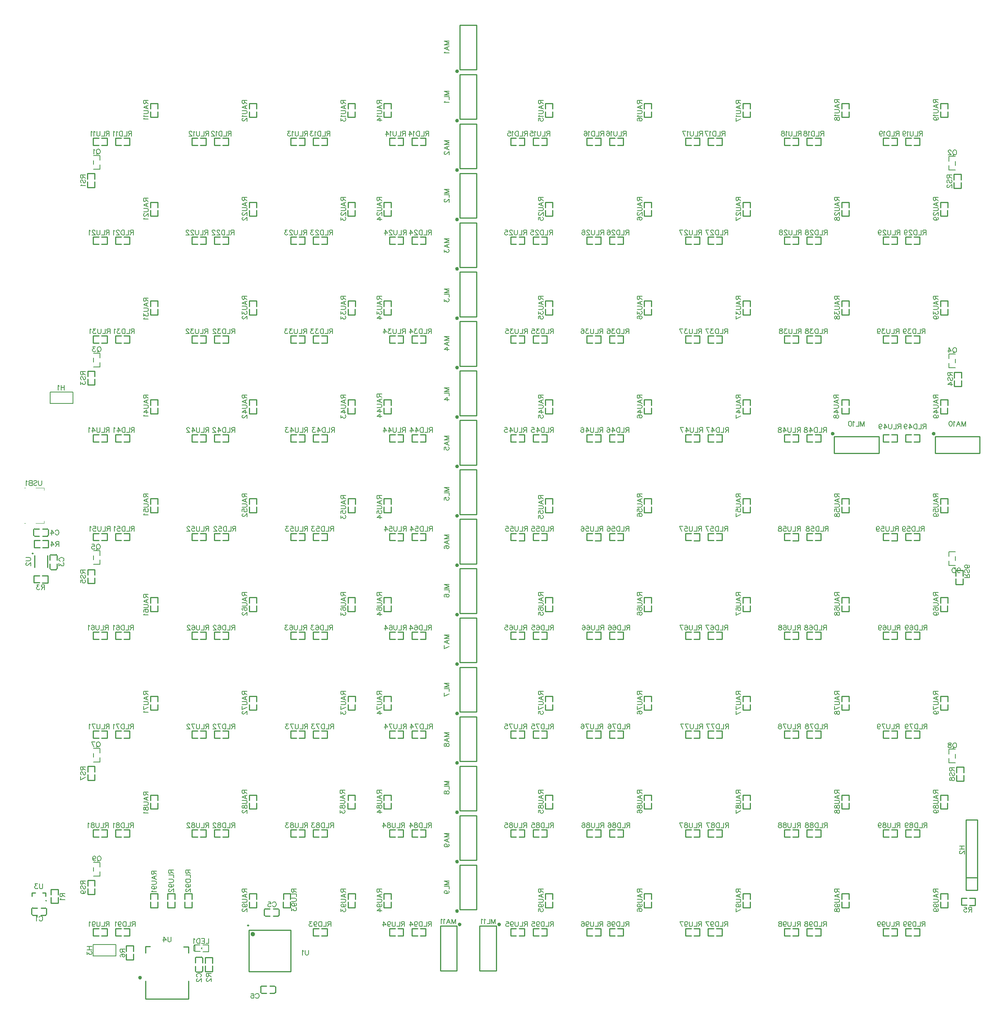
<source format=gbo>
G04 Layer: BottomSilkLayer*
G04 EasyEDA v6.4.19.5, 2021-05-16T17:52:14+02:00*
G04 c7de764b28da46dab1ebef90a77263ec,763424db4a57434484c59f209b4bf891,10*
G04 Gerber Generator version 0.2*
G04 Scale: 100 percent, Rotated: No, Reflected: No *
G04 Dimensions in inches *
G04 leading zeros omitted , absolute positions ,3 integer and 6 decimal *
%FSLAX36Y36*%
%MOIN*%

%ADD10C,0.0100*%
%ADD35C,0.0060*%
%ADD36C,0.0080*%
%ADD37C,0.0059*%
%ADD38C,0.0047*%
%ADD39C,0.0079*%
%ADD40C,0.0157*%
%ADD41C,0.0197*%

%LPD*%
D35*
X553024Y-8196833D02*
G01*
X595924Y-8196833D01*
X553024Y-8225434D02*
G01*
X595924Y-8225434D01*
X573424Y-8196833D02*
G01*
X573424Y-8225434D01*
X553024Y-8243033D02*
G01*
X553024Y-8265533D01*
X569423Y-8253334D01*
X569423Y-8259434D01*
X571424Y-8263534D01*
X573424Y-8265533D01*
X579623Y-8267633D01*
X583724Y-8267633D01*
X589823Y-8265533D01*
X593924Y-8261433D01*
X595924Y-8255333D01*
X595924Y-8249234D01*
X593924Y-8243033D01*
X591923Y-8241034D01*
X587824Y-8238933D01*
X844363Y-8220452D02*
G01*
X887263Y-8220452D01*
X844363Y-8220452D02*
G01*
X844363Y-8238852D01*
X846364Y-8244951D01*
X848464Y-8247051D01*
X852564Y-8249052D01*
X856664Y-8249052D01*
X860763Y-8247051D01*
X862763Y-8244951D01*
X864763Y-8238852D01*
X864763Y-8220452D01*
X864763Y-8234751D02*
G01*
X887263Y-8249052D01*
X850464Y-8287152D02*
G01*
X846364Y-8285052D01*
X844363Y-8278951D01*
X844363Y-8274852D01*
X846364Y-8268751D01*
X852564Y-8264652D01*
X862763Y-8262552D01*
X872964Y-8262552D01*
X881163Y-8264652D01*
X885263Y-8268751D01*
X887263Y-8274852D01*
X887263Y-8276952D01*
X885263Y-8283051D01*
X881163Y-8287152D01*
X875064Y-8289151D01*
X872964Y-8289151D01*
X866863Y-8287152D01*
X862763Y-8283051D01*
X860763Y-8276952D01*
X860763Y-8274852D01*
X862763Y-8268751D01*
X866863Y-8264652D01*
X872964Y-8262552D01*
X8314948Y-7852226D02*
G01*
X8314948Y-7895126D01*
X8314948Y-7852226D02*
G01*
X8296548Y-7852226D01*
X8290447Y-7854225D01*
X8288347Y-7856325D01*
X8286347Y-7860426D01*
X8286347Y-7864526D01*
X8288347Y-7868625D01*
X8290447Y-7870626D01*
X8296548Y-7872626D01*
X8314948Y-7872626D01*
X8300648Y-7872626D02*
G01*
X8286347Y-7895126D01*
X8248248Y-7852226D02*
G01*
X8268747Y-7852226D01*
X8270748Y-7870626D01*
X8268747Y-7868625D01*
X8262547Y-7866525D01*
X8256448Y-7866525D01*
X8250348Y-7868625D01*
X8246247Y-7872626D01*
X8244147Y-7878825D01*
X8244147Y-7882926D01*
X8246247Y-7889025D01*
X8250348Y-7893126D01*
X8256448Y-7895126D01*
X8262547Y-7895126D01*
X8268747Y-7893126D01*
X8270748Y-7891125D01*
X8272848Y-7887026D01*
X2181895Y-7815176D02*
G01*
X2183995Y-7811075D01*
X2188095Y-7806976D01*
X2192094Y-7804976D01*
X2200294Y-7804976D01*
X2204395Y-7806976D01*
X2208495Y-7811075D01*
X2210595Y-7815176D01*
X2212595Y-7821376D01*
X2212595Y-7831576D01*
X2210595Y-7837676D01*
X2208495Y-7841776D01*
X2204395Y-7845875D01*
X2200294Y-7847876D01*
X2192094Y-7847876D01*
X2188095Y-7845875D01*
X2183995Y-7841776D01*
X2181895Y-7837676D01*
X2143895Y-7804976D02*
G01*
X2164295Y-7804976D01*
X2166395Y-7823375D01*
X2164295Y-7821376D01*
X2158194Y-7819276D01*
X2152094Y-7819276D01*
X2145895Y-7821376D01*
X2141795Y-7825376D01*
X2139795Y-7831576D01*
X2139795Y-7835675D01*
X2141795Y-7841776D01*
X2145895Y-7845875D01*
X2152094Y-7847876D01*
X2158194Y-7847876D01*
X2164295Y-7845875D01*
X2166395Y-7843876D01*
X2168395Y-7839776D01*
X2032281Y-8618321D02*
G01*
X2034381Y-8614222D01*
X2038481Y-8610122D01*
X2042480Y-8608121D01*
X2050681Y-8608121D01*
X2054781Y-8610122D01*
X2058881Y-8614222D01*
X2060981Y-8618321D01*
X2062980Y-8624522D01*
X2062980Y-8634722D01*
X2060981Y-8640821D01*
X2058881Y-8644921D01*
X2054781Y-8649022D01*
X2050681Y-8651022D01*
X2042480Y-8651022D01*
X2038481Y-8649022D01*
X2034381Y-8644921D01*
X2032281Y-8640821D01*
X1994281Y-8614222D02*
G01*
X1996280Y-8610122D01*
X2002480Y-8608121D01*
X2006481Y-8608121D01*
X2012681Y-8610122D01*
X2016781Y-8616322D01*
X2018780Y-8626522D01*
X2018780Y-8636722D01*
X2016781Y-8644921D01*
X2012681Y-8649022D01*
X2006481Y-8651022D01*
X2004480Y-8651022D01*
X1998380Y-8649022D01*
X1994281Y-8644921D01*
X1992181Y-8638822D01*
X1992181Y-8636722D01*
X1994281Y-8630621D01*
X1998380Y-8626522D01*
X2004480Y-8624522D01*
X2006481Y-8624522D01*
X2012681Y-8626522D01*
X2016781Y-8630621D01*
X2018780Y-8636722D01*
X354328Y-3277428D02*
G01*
X354328Y-3320327D01*
X325727Y-3277428D02*
G01*
X325727Y-3320327D01*
X354328Y-3297827D02*
G01*
X325727Y-3297827D01*
X312228Y-3285628D02*
G01*
X308128Y-3283528D01*
X301927Y-3277428D01*
X301927Y-3320327D01*
X8206548Y-7314949D02*
G01*
X8249448Y-7314949D01*
X8206548Y-7343550D02*
G01*
X8249448Y-7343550D01*
X8226948Y-7314949D02*
G01*
X8226948Y-7343550D01*
X8216747Y-7359150D02*
G01*
X8214748Y-7359150D01*
X8210648Y-7361149D01*
X8208548Y-7363249D01*
X8206548Y-7367350D01*
X8206548Y-7375450D01*
X8208548Y-7379549D01*
X8210648Y-7381650D01*
X8214748Y-7383649D01*
X8218847Y-7383649D01*
X8222947Y-7381650D01*
X8229048Y-7377550D01*
X8249448Y-7357049D01*
X8249448Y-7385749D01*
X276403Y-4555360D02*
G01*
X278449Y-4551269D01*
X282539Y-4547177D01*
X286630Y-4545133D01*
X294812Y-4545133D01*
X298903Y-4547177D01*
X302993Y-4551269D01*
X305039Y-4555360D01*
X307085Y-4561496D01*
X307085Y-4571723D01*
X305039Y-4577860D01*
X302993Y-4581950D01*
X298903Y-4586042D01*
X294812Y-4588087D01*
X286630Y-4588087D01*
X282539Y-4586042D01*
X278449Y-4581950D01*
X276403Y-4577860D01*
X242449Y-4545133D02*
G01*
X262903Y-4573769D01*
X232220Y-4573769D01*
X242449Y-4545133D02*
G01*
X242449Y-4588087D01*
X134650Y-7941163D02*
G01*
X136750Y-7937064D01*
X140850Y-7932964D01*
X144850Y-7930963D01*
X153051Y-7930963D01*
X157150Y-7932964D01*
X161251Y-7937064D01*
X163350Y-7941163D01*
X165351Y-7947363D01*
X165351Y-7957564D01*
X163350Y-7963663D01*
X161251Y-7967764D01*
X157150Y-7971864D01*
X153051Y-7973863D01*
X144850Y-7973863D01*
X140850Y-7971864D01*
X136750Y-7967764D01*
X134650Y-7963663D01*
X121150Y-7939164D02*
G01*
X117051Y-7937064D01*
X110951Y-7930963D01*
X110951Y-7973863D01*
X1523851Y-8463753D02*
G01*
X1519751Y-8461653D01*
X1515652Y-8457552D01*
X1513652Y-8453553D01*
X1513652Y-8445353D01*
X1515652Y-8441253D01*
X1519751Y-8437152D01*
X1523851Y-8435052D01*
X1530051Y-8433053D01*
X1540252Y-8433053D01*
X1546351Y-8435052D01*
X1550451Y-8437152D01*
X1554552Y-8441253D01*
X1556552Y-8445353D01*
X1556552Y-8453553D01*
X1554552Y-8457552D01*
X1550451Y-8461653D01*
X1546351Y-8463753D01*
X1523851Y-8479252D02*
G01*
X1521851Y-8479252D01*
X1517752Y-8481353D01*
X1515652Y-8483353D01*
X1513652Y-8487453D01*
X1513652Y-8495653D01*
X1515652Y-8499753D01*
X1517752Y-8501752D01*
X1521851Y-8503853D01*
X1525951Y-8503853D01*
X1530051Y-8501752D01*
X1536152Y-8497653D01*
X1556552Y-8477253D01*
X1556552Y-8505853D01*
X319122Y-4818099D02*
G01*
X315021Y-4815999D01*
X310922Y-4811898D01*
X308921Y-4807899D01*
X308921Y-4799699D01*
X310922Y-4795599D01*
X315021Y-4791498D01*
X319122Y-4789398D01*
X325322Y-4787399D01*
X335522Y-4787399D01*
X341622Y-4789398D01*
X345722Y-4791498D01*
X349821Y-4795599D01*
X351822Y-4799699D01*
X351822Y-4807899D01*
X349821Y-4811898D01*
X345722Y-4815999D01*
X341622Y-4818099D01*
X308921Y-4835699D02*
G01*
X308921Y-4858199D01*
X325322Y-4845898D01*
X325322Y-4851999D01*
X327321Y-4856098D01*
X329322Y-4858199D01*
X335522Y-4860198D01*
X339621Y-4860198D01*
X345722Y-4858199D01*
X349821Y-4854099D01*
X351822Y-4847899D01*
X351822Y-4841799D01*
X349821Y-4835699D01*
X347822Y-4833598D01*
X343721Y-4831599D01*
X1622043Y-8127813D02*
G01*
X1622043Y-8170713D01*
X1622043Y-8170713D02*
G01*
X1597542Y-8170713D01*
X1584043Y-8127813D02*
G01*
X1584043Y-8170713D01*
X1584043Y-8127813D02*
G01*
X1557443Y-8127813D01*
X1584043Y-8148213D02*
G01*
X1567642Y-8148213D01*
X1584043Y-8170713D02*
G01*
X1557443Y-8170713D01*
X1543942Y-8127813D02*
G01*
X1543942Y-8170713D01*
X1543942Y-8127813D02*
G01*
X1529543Y-8127813D01*
X1523442Y-8129814D01*
X1519342Y-8133914D01*
X1517343Y-8138013D01*
X1515243Y-8144214D01*
X1515243Y-8154414D01*
X1517343Y-8160513D01*
X1519342Y-8164614D01*
X1523442Y-8168714D01*
X1529543Y-8170713D01*
X1543942Y-8170713D01*
X1501742Y-8136014D02*
G01*
X1497642Y-8133914D01*
X1491543Y-8127813D01*
X1491543Y-8170713D01*
X316808Y-7732271D02*
G01*
X359708Y-7732271D01*
X316808Y-7732271D02*
G01*
X316808Y-7750672D01*
X318807Y-7756772D01*
X320907Y-7758872D01*
X325007Y-7760871D01*
X329108Y-7760871D01*
X333207Y-7758872D01*
X335207Y-7756772D01*
X337208Y-7750672D01*
X337208Y-7732271D01*
X337208Y-7746572D02*
G01*
X359708Y-7760871D01*
X325007Y-7774371D02*
G01*
X322908Y-7778472D01*
X316808Y-7784672D01*
X359708Y-7784672D01*
X1600270Y-8433062D02*
G01*
X1643170Y-8433062D01*
X1600270Y-8433062D02*
G01*
X1600270Y-8451462D01*
X1602269Y-8457561D01*
X1604369Y-8459661D01*
X1608469Y-8461662D01*
X1612569Y-8461662D01*
X1616670Y-8459661D01*
X1618670Y-8457561D01*
X1620670Y-8451462D01*
X1620670Y-8433062D01*
X1620670Y-8447361D02*
G01*
X1643170Y-8461662D01*
X1610469Y-8477262D02*
G01*
X1608469Y-8477262D01*
X1604369Y-8479261D01*
X1602269Y-8481362D01*
X1600270Y-8485462D01*
X1600270Y-8493562D01*
X1602269Y-8497662D01*
X1604369Y-8499762D01*
X1608469Y-8501761D01*
X1612569Y-8501761D01*
X1616670Y-8499762D01*
X1622770Y-8495662D01*
X1643170Y-8475162D01*
X1643170Y-8503862D01*
X181102Y-5025448D02*
G01*
X181102Y-5068348D01*
X181102Y-5025448D02*
G01*
X162701Y-5025448D01*
X156601Y-5027447D01*
X154502Y-5029548D01*
X152501Y-5033647D01*
X152501Y-5037748D01*
X154502Y-5041848D01*
X156601Y-5043847D01*
X162701Y-5045848D01*
X181102Y-5045848D01*
X166801Y-5045848D02*
G01*
X152501Y-5068348D01*
X134902Y-5025448D02*
G01*
X112402Y-5025448D01*
X124601Y-5041848D01*
X118501Y-5041848D01*
X114402Y-5043847D01*
X112402Y-5045848D01*
X110302Y-5052048D01*
X110302Y-5056147D01*
X112402Y-5062248D01*
X116502Y-5066347D01*
X122602Y-5068348D01*
X128701Y-5068348D01*
X134902Y-5066347D01*
X136902Y-5064348D01*
X139002Y-5060248D01*
X307082Y-4647503D02*
G01*
X307082Y-4690403D01*
X307082Y-4647503D02*
G01*
X288683Y-4647503D01*
X282582Y-4649504D01*
X280482Y-4651604D01*
X278483Y-4655704D01*
X278483Y-4659803D01*
X280482Y-4663904D01*
X282582Y-4665904D01*
X288683Y-4667903D01*
X307082Y-4667903D01*
X292782Y-4667903D02*
G01*
X278483Y-4690403D01*
X244483Y-4647503D02*
G01*
X264983Y-4676104D01*
X234283Y-4676104D01*
X244483Y-4647503D02*
G01*
X244483Y-4690403D01*
X17593Y-4787393D02*
G01*
X48292Y-4787393D01*
X54393Y-4789394D01*
X58492Y-4793494D01*
X60493Y-4799693D01*
X60493Y-4803793D01*
X58492Y-4809893D01*
X54393Y-4813993D01*
X48292Y-4815994D01*
X17593Y-4815994D01*
X27793Y-4831594D02*
G01*
X25792Y-4831594D01*
X21693Y-4833593D01*
X19592Y-4835693D01*
X17593Y-4839794D01*
X17593Y-4847894D01*
X19592Y-4851994D01*
X21693Y-4854094D01*
X25792Y-4856093D01*
X29893Y-4856093D01*
X33993Y-4854094D01*
X40093Y-4849994D01*
X60493Y-4829494D01*
X60493Y-4858193D01*
X165354Y-7647494D02*
G01*
X165354Y-7678193D01*
X163353Y-7684294D01*
X159254Y-7688393D01*
X153054Y-7690394D01*
X148953Y-7690394D01*
X142854Y-7688393D01*
X138753Y-7684294D01*
X136754Y-7678193D01*
X136754Y-7647494D01*
X119153Y-7647494D02*
G01*
X96653Y-7647494D01*
X108854Y-7663894D01*
X102753Y-7663894D01*
X98654Y-7665893D01*
X96653Y-7667894D01*
X94553Y-7674094D01*
X94553Y-7678193D01*
X96653Y-7684294D01*
X100754Y-7688393D01*
X106853Y-7690394D01*
X112953Y-7690394D01*
X119153Y-7688393D01*
X121154Y-7686394D01*
X123254Y-7682294D01*
X1291337Y-8112066D02*
G01*
X1291337Y-8142766D01*
X1289337Y-8148865D01*
X1285237Y-8152966D01*
X1279038Y-8154965D01*
X1274938Y-8154965D01*
X1268837Y-8152966D01*
X1264737Y-8148865D01*
X1262737Y-8142766D01*
X1262737Y-8112066D01*
X1228738Y-8112066D02*
G01*
X1249237Y-8140666D01*
X1218537Y-8140666D01*
X1228738Y-8112066D02*
G01*
X1228738Y-8154965D01*
X3787390Y-7954585D02*
G01*
X3787390Y-7997485D01*
X3787390Y-7954585D02*
G01*
X3770991Y-7997485D01*
X3754691Y-7954585D02*
G01*
X3770991Y-7997485D01*
X3754691Y-7954585D02*
G01*
X3754691Y-7997485D01*
X3724790Y-7954585D02*
G01*
X3741190Y-7997485D01*
X3724790Y-7954585D02*
G01*
X3708391Y-7997485D01*
X3734991Y-7983184D02*
G01*
X3714591Y-7983184D01*
X3694890Y-7962784D02*
G01*
X3690891Y-7960684D01*
X3684691Y-7954585D01*
X3684691Y-7997485D01*
X3671190Y-7962784D02*
G01*
X3667091Y-7960684D01*
X3660991Y-7954585D01*
X3660991Y-7997485D01*
X4133846Y-7954582D02*
G01*
X4133846Y-7997482D01*
X4133846Y-7954582D02*
G01*
X4117447Y-7997482D01*
X4101147Y-7954582D02*
G01*
X4117447Y-7997482D01*
X4101147Y-7954582D02*
G01*
X4101147Y-7997482D01*
X4087646Y-7954582D02*
G01*
X4087646Y-7997482D01*
X4087646Y-7997482D02*
G01*
X4063046Y-7997482D01*
X4049547Y-7962782D02*
G01*
X4045447Y-7960682D01*
X4039346Y-7954582D01*
X4039346Y-7997482D01*
X4025847Y-7962782D02*
G01*
X4021746Y-7960682D01*
X4015646Y-7954582D01*
X4015646Y-7997482D01*
X944855Y-1049086D02*
G01*
X944855Y-1091986D01*
X944855Y-1049086D02*
G01*
X926455Y-1049086D01*
X920356Y-1051086D01*
X918256Y-1053186D01*
X916256Y-1057285D01*
X916256Y-1061386D01*
X918256Y-1065486D01*
X920356Y-1067485D01*
X926455Y-1069486D01*
X944855Y-1069486D01*
X930555Y-1069486D02*
G01*
X916256Y-1091986D01*
X902755Y-1049086D02*
G01*
X902755Y-1091986D01*
X902755Y-1091986D02*
G01*
X878155Y-1091986D01*
X864656Y-1049086D02*
G01*
X864656Y-1091986D01*
X864656Y-1049086D02*
G01*
X850356Y-1049086D01*
X844255Y-1051086D01*
X840155Y-1055185D01*
X838155Y-1059286D01*
X836055Y-1065486D01*
X836055Y-1075686D01*
X838155Y-1081786D01*
X840155Y-1085886D01*
X844255Y-1089985D01*
X850356Y-1091986D01*
X864656Y-1091986D01*
X822556Y-1057285D02*
G01*
X818455Y-1055185D01*
X812355Y-1049086D01*
X812355Y-1091986D01*
X798855Y-1057285D02*
G01*
X794755Y-1055185D01*
X788656Y-1049086D01*
X788656Y-1091986D01*
X1818869Y-1049086D02*
G01*
X1818869Y-1091986D01*
X1818869Y-1049086D02*
G01*
X1800469Y-1049086D01*
X1794369Y-1051086D01*
X1792269Y-1053186D01*
X1790270Y-1057285D01*
X1790270Y-1061386D01*
X1792269Y-1065486D01*
X1794369Y-1067485D01*
X1800469Y-1069486D01*
X1818869Y-1069486D01*
X1804570Y-1069486D02*
G01*
X1790270Y-1091986D01*
X1776769Y-1049086D02*
G01*
X1776769Y-1091986D01*
X1776769Y-1091986D02*
G01*
X1752169Y-1091986D01*
X1738670Y-1049086D02*
G01*
X1738670Y-1091986D01*
X1738670Y-1049086D02*
G01*
X1724369Y-1049086D01*
X1718270Y-1051086D01*
X1714170Y-1055185D01*
X1712169Y-1059286D01*
X1710069Y-1065486D01*
X1710069Y-1075686D01*
X1712169Y-1081786D01*
X1714170Y-1085886D01*
X1718270Y-1089985D01*
X1724369Y-1091986D01*
X1738670Y-1091986D01*
X1696570Y-1057285D02*
G01*
X1692470Y-1055185D01*
X1686369Y-1049086D01*
X1686369Y-1091986D01*
X1670770Y-1059286D02*
G01*
X1670770Y-1057285D01*
X1668770Y-1053186D01*
X1666670Y-1051086D01*
X1662669Y-1049086D01*
X1654470Y-1049086D01*
X1650370Y-1051086D01*
X1648270Y-1053186D01*
X1646270Y-1057285D01*
X1646270Y-1061386D01*
X1648270Y-1065486D01*
X1652370Y-1071586D01*
X1672870Y-1091986D01*
X1644170Y-1091986D01*
X2685005Y-1049083D02*
G01*
X2685005Y-1091984D01*
X2685005Y-1049083D02*
G01*
X2666604Y-1049083D01*
X2660505Y-1051084D01*
X2658405Y-1053184D01*
X2656405Y-1057283D01*
X2656405Y-1061383D01*
X2658405Y-1065484D01*
X2660505Y-1067483D01*
X2666604Y-1069484D01*
X2685005Y-1069484D01*
X2670704Y-1069484D02*
G01*
X2656405Y-1091984D01*
X2642905Y-1049083D02*
G01*
X2642905Y-1091984D01*
X2642905Y-1091984D02*
G01*
X2618305Y-1091984D01*
X2604804Y-1049083D02*
G01*
X2604804Y-1091984D01*
X2604804Y-1049083D02*
G01*
X2590505Y-1049083D01*
X2584404Y-1051084D01*
X2580304Y-1055183D01*
X2578305Y-1059283D01*
X2576205Y-1065484D01*
X2576205Y-1075684D01*
X2578305Y-1081783D01*
X2580304Y-1085884D01*
X2584404Y-1089983D01*
X2590505Y-1091984D01*
X2604804Y-1091984D01*
X2562704Y-1057283D02*
G01*
X2558604Y-1055183D01*
X2552505Y-1049083D01*
X2552505Y-1091984D01*
X2534904Y-1049083D02*
G01*
X2512404Y-1049083D01*
X2524705Y-1065484D01*
X2518504Y-1065484D01*
X2514404Y-1067483D01*
X2512404Y-1069484D01*
X2510304Y-1075684D01*
X2510304Y-1079783D01*
X2512404Y-1085884D01*
X2516504Y-1089983D01*
X2522605Y-1091984D01*
X2528805Y-1091984D01*
X2534904Y-1089983D01*
X2536904Y-1087984D01*
X2539004Y-1083883D01*
X3551147Y-1049088D02*
G01*
X3551147Y-1091988D01*
X3551147Y-1049088D02*
G01*
X3532746Y-1049088D01*
X3526647Y-1051087D01*
X3524547Y-1053188D01*
X3522547Y-1057287D01*
X3522547Y-1061388D01*
X3524547Y-1065488D01*
X3526647Y-1067487D01*
X3532746Y-1069488D01*
X3551147Y-1069488D01*
X3536846Y-1069488D02*
G01*
X3522547Y-1091988D01*
X3509047Y-1049088D02*
G01*
X3509047Y-1091988D01*
X3509047Y-1091988D02*
G01*
X3484447Y-1091988D01*
X3470946Y-1049088D02*
G01*
X3470946Y-1091988D01*
X3470946Y-1049088D02*
G01*
X3456647Y-1049088D01*
X3450546Y-1051087D01*
X3446446Y-1055187D01*
X3444447Y-1059288D01*
X3442346Y-1065488D01*
X3442346Y-1075688D01*
X3444447Y-1081788D01*
X3446446Y-1085888D01*
X3450546Y-1089987D01*
X3456647Y-1091988D01*
X3470946Y-1091988D01*
X3428846Y-1057287D02*
G01*
X3424746Y-1055187D01*
X3418647Y-1049088D01*
X3418647Y-1091988D01*
X3384647Y-1049088D02*
G01*
X3405146Y-1077687D01*
X3374447Y-1077687D01*
X3384647Y-1049088D02*
G01*
X3384647Y-1091988D01*
X4417293Y-1049085D02*
G01*
X4417293Y-1091984D01*
X4417293Y-1049085D02*
G01*
X4398892Y-1049085D01*
X4392793Y-1051084D01*
X4390693Y-1053184D01*
X4388693Y-1057285D01*
X4388693Y-1061385D01*
X4390693Y-1065484D01*
X4392793Y-1067485D01*
X4398892Y-1069484D01*
X4417293Y-1069484D01*
X4402992Y-1069484D02*
G01*
X4388693Y-1091984D01*
X4375192Y-1049085D02*
G01*
X4375192Y-1091984D01*
X4375192Y-1091984D02*
G01*
X4350592Y-1091984D01*
X4337093Y-1049085D02*
G01*
X4337093Y-1091984D01*
X4337093Y-1049085D02*
G01*
X4322793Y-1049085D01*
X4316692Y-1051084D01*
X4312592Y-1055185D01*
X4310592Y-1059284D01*
X4308492Y-1065484D01*
X4308492Y-1075684D01*
X4310592Y-1081784D01*
X4312592Y-1085884D01*
X4316692Y-1089985D01*
X4322793Y-1091984D01*
X4337093Y-1091984D01*
X4294993Y-1057285D02*
G01*
X4290892Y-1055185D01*
X4284793Y-1049085D01*
X4284793Y-1091984D01*
X4246692Y-1049085D02*
G01*
X4267192Y-1049085D01*
X4269192Y-1067485D01*
X4267192Y-1065484D01*
X4261093Y-1063384D01*
X4254893Y-1063384D01*
X4248792Y-1065484D01*
X4244692Y-1069484D01*
X4242592Y-1075684D01*
X4242592Y-1079785D01*
X4244692Y-1085884D01*
X4248792Y-1089985D01*
X4254893Y-1091984D01*
X4261093Y-1091984D01*
X4267192Y-1089985D01*
X4269192Y-1087984D01*
X4271292Y-1083885D01*
X5086580Y-1049088D02*
G01*
X5086580Y-1091988D01*
X5086580Y-1049088D02*
G01*
X5068181Y-1049088D01*
X5062080Y-1051087D01*
X5059980Y-1053188D01*
X5057981Y-1057287D01*
X5057981Y-1061388D01*
X5059980Y-1065488D01*
X5062080Y-1067487D01*
X5068181Y-1069488D01*
X5086580Y-1069488D01*
X5072281Y-1069488D02*
G01*
X5057981Y-1091988D01*
X5044480Y-1049088D02*
G01*
X5044480Y-1091988D01*
X5044480Y-1091988D02*
G01*
X5019880Y-1091988D01*
X5006381Y-1049088D02*
G01*
X5006381Y-1091988D01*
X5006381Y-1049088D02*
G01*
X4992080Y-1049088D01*
X4985981Y-1051087D01*
X4981881Y-1055187D01*
X4979880Y-1059288D01*
X4977781Y-1065488D01*
X4977781Y-1075688D01*
X4979880Y-1081788D01*
X4981881Y-1085888D01*
X4985981Y-1089987D01*
X4992080Y-1091988D01*
X5006381Y-1091988D01*
X4964281Y-1057287D02*
G01*
X4960181Y-1055187D01*
X4954080Y-1049088D01*
X4954080Y-1091988D01*
X4915981Y-1055187D02*
G01*
X4918081Y-1051087D01*
X4924180Y-1049088D01*
X4928280Y-1049088D01*
X4934381Y-1051087D01*
X4938481Y-1057287D01*
X4940581Y-1067487D01*
X4940581Y-1077687D01*
X4938481Y-1085888D01*
X4934381Y-1089987D01*
X4928280Y-1091988D01*
X4926280Y-1091988D01*
X4920081Y-1089987D01*
X4915981Y-1085888D01*
X4913981Y-1079787D01*
X4913981Y-1077687D01*
X4915981Y-1071588D01*
X4920081Y-1067487D01*
X4926280Y-1065488D01*
X4928280Y-1065488D01*
X4934381Y-1067487D01*
X4938481Y-1071588D01*
X4940581Y-1077687D01*
X6149571Y-1049088D02*
G01*
X6149571Y-1091988D01*
X6149571Y-1049088D02*
G01*
X6131171Y-1049088D01*
X6125072Y-1051087D01*
X6122972Y-1053188D01*
X6120972Y-1057287D01*
X6120972Y-1061388D01*
X6122972Y-1065488D01*
X6125072Y-1067487D01*
X6131171Y-1069488D01*
X6149571Y-1069488D01*
X6135272Y-1069488D02*
G01*
X6120972Y-1091988D01*
X6107471Y-1049088D02*
G01*
X6107471Y-1091988D01*
X6107471Y-1091988D02*
G01*
X6082871Y-1091988D01*
X6069372Y-1049088D02*
G01*
X6069372Y-1091988D01*
X6069372Y-1049088D02*
G01*
X6055072Y-1049088D01*
X6048972Y-1051087D01*
X6044871Y-1055187D01*
X6042871Y-1059288D01*
X6040771Y-1065488D01*
X6040771Y-1075688D01*
X6042871Y-1081788D01*
X6044871Y-1085888D01*
X6048972Y-1089987D01*
X6055072Y-1091988D01*
X6069372Y-1091988D01*
X6027272Y-1057287D02*
G01*
X6023172Y-1055187D01*
X6017071Y-1049088D01*
X6017071Y-1091988D01*
X5974871Y-1049088D02*
G01*
X5995371Y-1091988D01*
X6003572Y-1049088D02*
G01*
X5974871Y-1049088D01*
X7015713Y-1049088D02*
G01*
X7015713Y-1091988D01*
X7015713Y-1049088D02*
G01*
X6997313Y-1049088D01*
X6991214Y-1051087D01*
X6989114Y-1053188D01*
X6987114Y-1057287D01*
X6987114Y-1061388D01*
X6989114Y-1065488D01*
X6991214Y-1067487D01*
X6997313Y-1069488D01*
X7015713Y-1069488D01*
X7001414Y-1069488D02*
G01*
X6987114Y-1091988D01*
X6973613Y-1049088D02*
G01*
X6973613Y-1091988D01*
X6973613Y-1091988D02*
G01*
X6949013Y-1091988D01*
X6935514Y-1049088D02*
G01*
X6935514Y-1091988D01*
X6935514Y-1049088D02*
G01*
X6921214Y-1049088D01*
X6915114Y-1051087D01*
X6911013Y-1055187D01*
X6909013Y-1059288D01*
X6906913Y-1065488D01*
X6906913Y-1075688D01*
X6909013Y-1081788D01*
X6911013Y-1085888D01*
X6915114Y-1089987D01*
X6921214Y-1091988D01*
X6935514Y-1091988D01*
X6893414Y-1057287D02*
G01*
X6889314Y-1055187D01*
X6883213Y-1049088D01*
X6883213Y-1091988D01*
X6859513Y-1049088D02*
G01*
X6865613Y-1051087D01*
X6867614Y-1055187D01*
X6867614Y-1059288D01*
X6865613Y-1063388D01*
X6861513Y-1065488D01*
X6853314Y-1067487D01*
X6847214Y-1069488D01*
X6843113Y-1073587D01*
X6841013Y-1077687D01*
X6841013Y-1083888D01*
X6843113Y-1087988D01*
X6845114Y-1089987D01*
X6851314Y-1091988D01*
X6859513Y-1091988D01*
X6865613Y-1089987D01*
X6867614Y-1087988D01*
X6869714Y-1083888D01*
X6869714Y-1077687D01*
X6867614Y-1073587D01*
X6863513Y-1069488D01*
X6857413Y-1067487D01*
X6849214Y-1065488D01*
X6845114Y-1063388D01*
X6843113Y-1059288D01*
X6843113Y-1055187D01*
X6845114Y-1051087D01*
X6851314Y-1049088D01*
X6859513Y-1049088D01*
X7677121Y-1049088D02*
G01*
X7677121Y-1091988D01*
X7677121Y-1049088D02*
G01*
X7658721Y-1049088D01*
X7652622Y-1051087D01*
X7650522Y-1053188D01*
X7648522Y-1057287D01*
X7648522Y-1061388D01*
X7650522Y-1065488D01*
X7652622Y-1067487D01*
X7658721Y-1069488D01*
X7677121Y-1069488D01*
X7662821Y-1069488D02*
G01*
X7648522Y-1091988D01*
X7635021Y-1049088D02*
G01*
X7635021Y-1091988D01*
X7635021Y-1091988D02*
G01*
X7610421Y-1091988D01*
X7596922Y-1049088D02*
G01*
X7596922Y-1091988D01*
X7596922Y-1049088D02*
G01*
X7582622Y-1049088D01*
X7576522Y-1051087D01*
X7572421Y-1055187D01*
X7570421Y-1059288D01*
X7568321Y-1065488D01*
X7568321Y-1075688D01*
X7570421Y-1081788D01*
X7572421Y-1085888D01*
X7576522Y-1089987D01*
X7582622Y-1091988D01*
X7596922Y-1091988D01*
X7554822Y-1057287D02*
G01*
X7550721Y-1055187D01*
X7544621Y-1049088D01*
X7544621Y-1091988D01*
X7504521Y-1063388D02*
G01*
X7506522Y-1069488D01*
X7510622Y-1073587D01*
X7516822Y-1075688D01*
X7518822Y-1075688D01*
X7524921Y-1073587D01*
X7529022Y-1069488D01*
X7531121Y-1063388D01*
X7531121Y-1061388D01*
X7529022Y-1055187D01*
X7524921Y-1051087D01*
X7518822Y-1049088D01*
X7516822Y-1049088D01*
X7510622Y-1051087D01*
X7506522Y-1055187D01*
X7504521Y-1063388D01*
X7504521Y-1073587D01*
X7506522Y-1083888D01*
X7510622Y-1089987D01*
X7516822Y-1091988D01*
X7520922Y-1091988D01*
X7527021Y-1089987D01*
X7529022Y-1085888D01*
X960604Y-1915225D02*
G01*
X960604Y-1958126D01*
X960604Y-1915225D02*
G01*
X942204Y-1915225D01*
X936103Y-1917226D01*
X934004Y-1919326D01*
X932003Y-1923425D01*
X932003Y-1927525D01*
X934004Y-1931626D01*
X936103Y-1933625D01*
X942204Y-1935626D01*
X960604Y-1935626D01*
X946304Y-1935626D02*
G01*
X932003Y-1958126D01*
X918504Y-1915225D02*
G01*
X918504Y-1958126D01*
X918504Y-1958126D02*
G01*
X893904Y-1958126D01*
X880403Y-1915225D02*
G01*
X880403Y-1958126D01*
X880403Y-1915225D02*
G01*
X866103Y-1915225D01*
X860003Y-1917226D01*
X855904Y-1921325D01*
X853904Y-1925426D01*
X851804Y-1931626D01*
X851804Y-1941826D01*
X853904Y-1947926D01*
X855904Y-1952026D01*
X860003Y-1956125D01*
X866103Y-1958126D01*
X880403Y-1958126D01*
X836304Y-1925426D02*
G01*
X836304Y-1923425D01*
X834203Y-1919326D01*
X832204Y-1917226D01*
X828104Y-1915225D01*
X819903Y-1915225D01*
X815803Y-1917226D01*
X813804Y-1919326D01*
X811703Y-1923425D01*
X811703Y-1927525D01*
X813804Y-1931626D01*
X817903Y-1937725D01*
X838303Y-1958126D01*
X809704Y-1958126D01*
X796203Y-1923425D02*
G01*
X792103Y-1921325D01*
X785904Y-1915225D01*
X785904Y-1958126D01*
X1842492Y-1915225D02*
G01*
X1842492Y-1958126D01*
X1842492Y-1915225D02*
G01*
X1824092Y-1915225D01*
X1817992Y-1917226D01*
X1815892Y-1919326D01*
X1813891Y-1923425D01*
X1813891Y-1927525D01*
X1815892Y-1931626D01*
X1817992Y-1933625D01*
X1824092Y-1935626D01*
X1842492Y-1935626D01*
X1828191Y-1935626D02*
G01*
X1813891Y-1958126D01*
X1800392Y-1915225D02*
G01*
X1800392Y-1958126D01*
X1800392Y-1958126D02*
G01*
X1775792Y-1958126D01*
X1762291Y-1915225D02*
G01*
X1762291Y-1958126D01*
X1762291Y-1915225D02*
G01*
X1747992Y-1915225D01*
X1741891Y-1917226D01*
X1737791Y-1921325D01*
X1735792Y-1925426D01*
X1733692Y-1931626D01*
X1733692Y-1941826D01*
X1735792Y-1947926D01*
X1737791Y-1952026D01*
X1741891Y-1956125D01*
X1747992Y-1958126D01*
X1762291Y-1958126D01*
X1718191Y-1925426D02*
G01*
X1718191Y-1923425D01*
X1716091Y-1919326D01*
X1714092Y-1917226D01*
X1709992Y-1915225D01*
X1701791Y-1915225D01*
X1697691Y-1917226D01*
X1695691Y-1919326D01*
X1693591Y-1923425D01*
X1693591Y-1927525D01*
X1695691Y-1931626D01*
X1699791Y-1937725D01*
X1720191Y-1958126D01*
X1691592Y-1958126D01*
X1675991Y-1925426D02*
G01*
X1675991Y-1923425D01*
X1673991Y-1919326D01*
X1671891Y-1917226D01*
X1667791Y-1915225D01*
X1659691Y-1915225D01*
X1655591Y-1917226D01*
X1653491Y-1919326D01*
X1651491Y-1923425D01*
X1651491Y-1927525D01*
X1653491Y-1931626D01*
X1657592Y-1937725D01*
X1678091Y-1958126D01*
X1649391Y-1958126D01*
X2708631Y-1915225D02*
G01*
X2708631Y-1958126D01*
X2708631Y-1915225D02*
G01*
X2690231Y-1915225D01*
X2684131Y-1917226D01*
X2682031Y-1919326D01*
X2680032Y-1923425D01*
X2680032Y-1927525D01*
X2682031Y-1931626D01*
X2684131Y-1933625D01*
X2690231Y-1935626D01*
X2708631Y-1935626D01*
X2694332Y-1935626D02*
G01*
X2680032Y-1958126D01*
X2666531Y-1915225D02*
G01*
X2666531Y-1958126D01*
X2666531Y-1958126D02*
G01*
X2641931Y-1958126D01*
X2628432Y-1915225D02*
G01*
X2628432Y-1958126D01*
X2628432Y-1915225D02*
G01*
X2614131Y-1915225D01*
X2608032Y-1917226D01*
X2603932Y-1921325D01*
X2601931Y-1925426D01*
X2599831Y-1931626D01*
X2599831Y-1941826D01*
X2601931Y-1947926D01*
X2603932Y-1952026D01*
X2608032Y-1956125D01*
X2614131Y-1958126D01*
X2628432Y-1958126D01*
X2584332Y-1925426D02*
G01*
X2584332Y-1923425D01*
X2582232Y-1919326D01*
X2580231Y-1917226D01*
X2576131Y-1915225D01*
X2567932Y-1915225D01*
X2563832Y-1917226D01*
X2561832Y-1919326D01*
X2559732Y-1923425D01*
X2559732Y-1927525D01*
X2561832Y-1931626D01*
X2565932Y-1937725D01*
X2586332Y-1958126D01*
X2557731Y-1958126D01*
X2540132Y-1915225D02*
G01*
X2517632Y-1915225D01*
X2529931Y-1931626D01*
X2523732Y-1931626D01*
X2519632Y-1933625D01*
X2517632Y-1935626D01*
X2515532Y-1941826D01*
X2515532Y-1945925D01*
X2517632Y-1952026D01*
X2521732Y-1956125D01*
X2527831Y-1958126D01*
X2533932Y-1958126D01*
X2540132Y-1956125D01*
X2542132Y-1954126D01*
X2544232Y-1950025D01*
X3574772Y-1915225D02*
G01*
X3574772Y-1958126D01*
X3574772Y-1915225D02*
G01*
X3556372Y-1915225D01*
X3550272Y-1917226D01*
X3548172Y-1919326D01*
X3546171Y-1923425D01*
X3546171Y-1927525D01*
X3548172Y-1931626D01*
X3550272Y-1933625D01*
X3556372Y-1935626D01*
X3574772Y-1935626D01*
X3560471Y-1935626D02*
G01*
X3546171Y-1958126D01*
X3532672Y-1915225D02*
G01*
X3532672Y-1958126D01*
X3532672Y-1958126D02*
G01*
X3508072Y-1958126D01*
X3494571Y-1915225D02*
G01*
X3494571Y-1958126D01*
X3494571Y-1915225D02*
G01*
X3480272Y-1915225D01*
X3474171Y-1917226D01*
X3470072Y-1921325D01*
X3468072Y-1925426D01*
X3465972Y-1931626D01*
X3465972Y-1941826D01*
X3468072Y-1947926D01*
X3470072Y-1952026D01*
X3474171Y-1956125D01*
X3480272Y-1958126D01*
X3494571Y-1958126D01*
X3450471Y-1925426D02*
G01*
X3450471Y-1923425D01*
X3448371Y-1919326D01*
X3446372Y-1917226D01*
X3442272Y-1915225D01*
X3434071Y-1915225D01*
X3429971Y-1917226D01*
X3427971Y-1919326D01*
X3425871Y-1923425D01*
X3425871Y-1927525D01*
X3427971Y-1931626D01*
X3432071Y-1937725D01*
X3452471Y-1958126D01*
X3423872Y-1958126D01*
X3389871Y-1915225D02*
G01*
X3410371Y-1943825D01*
X3379672Y-1943825D01*
X3389871Y-1915225D02*
G01*
X3389871Y-1958126D01*
X4637763Y-1915221D02*
G01*
X4637763Y-1958121D01*
X4637763Y-1915221D02*
G01*
X4619363Y-1915221D01*
X4613262Y-1917222D01*
X4611162Y-1919322D01*
X4609162Y-1923422D01*
X4609162Y-1927521D01*
X4611162Y-1931622D01*
X4613262Y-1933622D01*
X4619363Y-1935621D01*
X4637763Y-1935621D01*
X4623463Y-1935621D02*
G01*
X4609162Y-1958121D01*
X4595663Y-1915221D02*
G01*
X4595663Y-1958121D01*
X4595663Y-1958121D02*
G01*
X4571063Y-1958121D01*
X4557563Y-1915221D02*
G01*
X4557563Y-1958121D01*
X4557563Y-1915221D02*
G01*
X4543262Y-1915221D01*
X4537163Y-1917222D01*
X4533063Y-1921322D01*
X4531063Y-1925421D01*
X4528963Y-1931622D01*
X4528963Y-1941822D01*
X4531063Y-1947921D01*
X4533063Y-1952022D01*
X4537163Y-1956122D01*
X4543262Y-1958121D01*
X4557563Y-1958121D01*
X4513463Y-1925421D02*
G01*
X4513463Y-1923422D01*
X4511363Y-1919322D01*
X4509363Y-1917222D01*
X4505263Y-1915221D01*
X4497062Y-1915221D01*
X4492963Y-1917222D01*
X4490963Y-1919322D01*
X4488863Y-1923422D01*
X4488863Y-1927521D01*
X4490963Y-1931622D01*
X4495063Y-1937721D01*
X4515463Y-1958121D01*
X4486863Y-1958121D01*
X4448762Y-1915221D02*
G01*
X4469263Y-1915221D01*
X4471262Y-1933622D01*
X4469263Y-1931622D01*
X4463063Y-1929522D01*
X4456962Y-1929522D01*
X4450862Y-1931622D01*
X4446763Y-1935621D01*
X4444663Y-1941822D01*
X4444663Y-1945922D01*
X4446763Y-1952022D01*
X4450862Y-1956122D01*
X4456962Y-1958121D01*
X4463063Y-1958121D01*
X4469263Y-1956122D01*
X4471262Y-1954122D01*
X4473362Y-1950021D01*
X5307051Y-1915221D02*
G01*
X5307051Y-1958121D01*
X5307051Y-1915221D02*
G01*
X5288651Y-1915221D01*
X5282551Y-1917222D01*
X5280451Y-1919322D01*
X5278450Y-1923422D01*
X5278450Y-1927521D01*
X5280451Y-1931622D01*
X5282551Y-1933622D01*
X5288651Y-1935621D01*
X5307051Y-1935621D01*
X5292750Y-1935621D02*
G01*
X5278450Y-1958121D01*
X5264951Y-1915221D02*
G01*
X5264951Y-1958121D01*
X5264951Y-1958121D02*
G01*
X5240351Y-1958121D01*
X5226850Y-1915221D02*
G01*
X5226850Y-1958121D01*
X5226850Y-1915221D02*
G01*
X5212551Y-1915221D01*
X5206450Y-1917222D01*
X5202350Y-1921322D01*
X5200351Y-1925421D01*
X5198251Y-1931622D01*
X5198251Y-1941822D01*
X5200351Y-1947921D01*
X5202350Y-1952022D01*
X5206450Y-1956122D01*
X5212551Y-1958121D01*
X5226850Y-1958121D01*
X5182750Y-1925421D02*
G01*
X5182750Y-1923422D01*
X5180650Y-1919322D01*
X5178651Y-1917222D01*
X5174551Y-1915221D01*
X5166351Y-1915221D01*
X5162250Y-1917222D01*
X5160250Y-1919322D01*
X5158150Y-1923422D01*
X5158150Y-1927521D01*
X5160250Y-1931622D01*
X5164350Y-1937721D01*
X5184750Y-1958121D01*
X5156151Y-1958121D01*
X5118050Y-1921322D02*
G01*
X5120150Y-1917222D01*
X5126251Y-1915221D01*
X5130351Y-1915221D01*
X5136450Y-1917222D01*
X5140550Y-1923422D01*
X5142650Y-1933622D01*
X5142650Y-1943822D01*
X5140550Y-1952022D01*
X5136450Y-1956122D01*
X5130351Y-1958121D01*
X5128351Y-1958121D01*
X5122151Y-1956122D01*
X5118050Y-1952022D01*
X5116050Y-1945922D01*
X5116050Y-1943822D01*
X5118050Y-1937721D01*
X5122151Y-1933622D01*
X5128351Y-1931622D01*
X5130351Y-1931622D01*
X5136450Y-1933622D01*
X5140550Y-1937721D01*
X5142650Y-1943822D01*
X6173190Y-1915221D02*
G01*
X6173190Y-1958121D01*
X6173190Y-1915221D02*
G01*
X6154790Y-1915221D01*
X6148689Y-1917222D01*
X6146589Y-1919322D01*
X6144589Y-1923422D01*
X6144589Y-1927521D01*
X6146589Y-1931622D01*
X6148689Y-1933622D01*
X6154790Y-1935621D01*
X6173190Y-1935621D01*
X6158890Y-1935621D02*
G01*
X6144589Y-1958121D01*
X6131090Y-1915221D02*
G01*
X6131090Y-1958121D01*
X6131090Y-1958121D02*
G01*
X6106490Y-1958121D01*
X6092990Y-1915221D02*
G01*
X6092990Y-1958121D01*
X6092990Y-1915221D02*
G01*
X6078689Y-1915221D01*
X6072590Y-1917222D01*
X6068490Y-1921322D01*
X6066490Y-1925421D01*
X6064390Y-1931622D01*
X6064390Y-1941822D01*
X6066490Y-1947921D01*
X6068490Y-1952022D01*
X6072590Y-1956122D01*
X6078689Y-1958121D01*
X6092990Y-1958121D01*
X6048890Y-1925421D02*
G01*
X6048890Y-1923422D01*
X6046790Y-1919322D01*
X6044790Y-1917222D01*
X6040690Y-1915221D01*
X6032489Y-1915221D01*
X6028389Y-1917222D01*
X6026390Y-1919322D01*
X6024290Y-1923422D01*
X6024290Y-1927521D01*
X6026390Y-1931622D01*
X6030490Y-1937721D01*
X6050889Y-1958121D01*
X6022290Y-1958121D01*
X5980090Y-1915221D02*
G01*
X6000590Y-1958121D01*
X6008789Y-1915221D02*
G01*
X5980090Y-1915221D01*
X7047201Y-1915221D02*
G01*
X7047201Y-1958121D01*
X7047201Y-1915221D02*
G01*
X7028801Y-1915221D01*
X7022701Y-1917222D01*
X7020601Y-1919322D01*
X7018602Y-1923422D01*
X7018602Y-1927521D01*
X7020601Y-1931622D01*
X7022701Y-1933622D01*
X7028801Y-1935621D01*
X7047201Y-1935621D01*
X7032902Y-1935621D02*
G01*
X7018602Y-1958121D01*
X7005101Y-1915221D02*
G01*
X7005101Y-1958121D01*
X7005101Y-1958121D02*
G01*
X6980501Y-1958121D01*
X6967002Y-1915221D02*
G01*
X6967002Y-1958121D01*
X6967002Y-1915221D02*
G01*
X6952701Y-1915221D01*
X6946602Y-1917222D01*
X6942502Y-1921322D01*
X6940501Y-1925421D01*
X6938401Y-1931622D01*
X6938401Y-1941822D01*
X6940501Y-1947921D01*
X6942502Y-1952022D01*
X6946602Y-1956122D01*
X6952701Y-1958121D01*
X6967002Y-1958121D01*
X6922902Y-1925421D02*
G01*
X6922902Y-1923422D01*
X6920802Y-1919322D01*
X6918801Y-1917222D01*
X6914701Y-1915221D01*
X6906502Y-1915221D01*
X6902402Y-1917222D01*
X6900402Y-1919322D01*
X6898302Y-1923422D01*
X6898302Y-1927521D01*
X6900402Y-1931622D01*
X6904502Y-1937721D01*
X6924902Y-1958121D01*
X6896301Y-1958121D01*
X6872502Y-1915221D02*
G01*
X6878702Y-1917222D01*
X6880702Y-1921322D01*
X6880702Y-1925421D01*
X6878702Y-1929522D01*
X6874602Y-1931622D01*
X6866401Y-1933622D01*
X6860302Y-1935621D01*
X6856202Y-1939722D01*
X6854102Y-1943822D01*
X6854102Y-1950021D01*
X6856202Y-1954122D01*
X6858202Y-1956122D01*
X6864402Y-1958121D01*
X6872502Y-1958121D01*
X6878702Y-1956122D01*
X6880702Y-1954122D01*
X6882802Y-1950021D01*
X6882802Y-1943822D01*
X6880702Y-1939722D01*
X6876602Y-1935621D01*
X6870501Y-1933622D01*
X6862302Y-1931622D01*
X6858202Y-1929522D01*
X6856202Y-1925421D01*
X6856202Y-1921322D01*
X6858202Y-1917222D01*
X6864402Y-1915221D01*
X6872502Y-1915221D01*
X7913350Y-1915221D02*
G01*
X7913350Y-1958121D01*
X7913350Y-1915221D02*
G01*
X7894949Y-1915221D01*
X7888850Y-1917222D01*
X7886750Y-1919322D01*
X7884750Y-1923422D01*
X7884750Y-1927521D01*
X7886750Y-1931622D01*
X7888850Y-1933622D01*
X7894949Y-1935621D01*
X7913350Y-1935621D01*
X7899049Y-1935621D02*
G01*
X7884750Y-1958121D01*
X7871250Y-1915221D02*
G01*
X7871250Y-1958121D01*
X7871250Y-1958121D02*
G01*
X7846650Y-1958121D01*
X7833149Y-1915221D02*
G01*
X7833149Y-1958121D01*
X7833149Y-1915221D02*
G01*
X7818850Y-1915221D01*
X7812749Y-1917222D01*
X7808649Y-1921322D01*
X7806650Y-1925421D01*
X7804549Y-1931622D01*
X7804549Y-1941822D01*
X7806650Y-1947921D01*
X7808649Y-1952022D01*
X7812749Y-1956122D01*
X7818850Y-1958121D01*
X7833149Y-1958121D01*
X7789049Y-1925421D02*
G01*
X7789049Y-1923422D01*
X7786949Y-1919322D01*
X7784949Y-1917222D01*
X7780850Y-1915221D01*
X7772650Y-1915221D01*
X7768549Y-1917222D01*
X7766549Y-1919322D01*
X7764449Y-1923422D01*
X7764449Y-1927521D01*
X7766549Y-1931622D01*
X7770649Y-1937721D01*
X7791049Y-1958121D01*
X7762449Y-1958121D01*
X7722349Y-1929522D02*
G01*
X7724350Y-1935621D01*
X7728450Y-1939722D01*
X7734650Y-1941822D01*
X7736650Y-1941822D01*
X7742749Y-1939722D01*
X7746850Y-1935621D01*
X7748950Y-1929522D01*
X7748950Y-1927521D01*
X7746850Y-1921322D01*
X7742749Y-1917222D01*
X7736650Y-1915221D01*
X7734650Y-1915221D01*
X7728450Y-1917222D01*
X7724350Y-1921322D01*
X7722349Y-1929522D01*
X7722349Y-1939722D01*
X7724350Y-1950021D01*
X7728450Y-1956122D01*
X7734650Y-1958121D01*
X7738649Y-1958121D01*
X7744849Y-1956122D01*
X7746850Y-1952022D01*
X968477Y-2781365D02*
G01*
X968477Y-2824265D01*
X968477Y-2781365D02*
G01*
X950078Y-2781365D01*
X943977Y-2783366D01*
X941877Y-2785466D01*
X939877Y-2789566D01*
X939877Y-2793665D01*
X941877Y-2797766D01*
X943977Y-2799765D01*
X950078Y-2801765D01*
X968477Y-2801765D01*
X954178Y-2801765D02*
G01*
X939877Y-2824265D01*
X926378Y-2781365D02*
G01*
X926378Y-2824265D01*
X926378Y-2824265D02*
G01*
X901778Y-2824265D01*
X888278Y-2781365D02*
G01*
X888278Y-2824265D01*
X888278Y-2781365D02*
G01*
X873977Y-2781365D01*
X867878Y-2783366D01*
X863778Y-2787465D01*
X861778Y-2791565D01*
X859678Y-2797766D01*
X859678Y-2807966D01*
X861778Y-2814065D01*
X863778Y-2818166D01*
X867878Y-2822265D01*
X873977Y-2824265D01*
X888278Y-2824265D01*
X842078Y-2781365D02*
G01*
X819578Y-2781365D01*
X831877Y-2797766D01*
X825778Y-2797766D01*
X821678Y-2799765D01*
X819578Y-2801765D01*
X817578Y-2807966D01*
X817578Y-2812066D01*
X819578Y-2818166D01*
X823677Y-2822265D01*
X829777Y-2824265D01*
X835977Y-2824265D01*
X842078Y-2822265D01*
X844178Y-2820266D01*
X846177Y-2816165D01*
X804077Y-2789566D02*
G01*
X799978Y-2787465D01*
X793778Y-2781365D01*
X793778Y-2824265D01*
X1850366Y-2781365D02*
G01*
X1850366Y-2824265D01*
X1850366Y-2781365D02*
G01*
X1831966Y-2781365D01*
X1825865Y-2783366D01*
X1823765Y-2785466D01*
X1821765Y-2789566D01*
X1821765Y-2793665D01*
X1823765Y-2797766D01*
X1825865Y-2799765D01*
X1831966Y-2801765D01*
X1850366Y-2801765D01*
X1836066Y-2801765D02*
G01*
X1821765Y-2824265D01*
X1808266Y-2781365D02*
G01*
X1808266Y-2824265D01*
X1808266Y-2824265D02*
G01*
X1783666Y-2824265D01*
X1770165Y-2781365D02*
G01*
X1770165Y-2824265D01*
X1770165Y-2781365D02*
G01*
X1755865Y-2781365D01*
X1749765Y-2783366D01*
X1745666Y-2787465D01*
X1743666Y-2791565D01*
X1741566Y-2797766D01*
X1741566Y-2807966D01*
X1743666Y-2814065D01*
X1745666Y-2818166D01*
X1749765Y-2822265D01*
X1755865Y-2824265D01*
X1770165Y-2824265D01*
X1723966Y-2781365D02*
G01*
X1701466Y-2781365D01*
X1713765Y-2797766D01*
X1707665Y-2797766D01*
X1703566Y-2799765D01*
X1701466Y-2801765D01*
X1699466Y-2807966D01*
X1699466Y-2812066D01*
X1701466Y-2818166D01*
X1705565Y-2822265D01*
X1711665Y-2824265D01*
X1717866Y-2824265D01*
X1723966Y-2822265D01*
X1726066Y-2820266D01*
X1728065Y-2816165D01*
X1683865Y-2791565D02*
G01*
X1683865Y-2789566D01*
X1681866Y-2785466D01*
X1679765Y-2783366D01*
X1675666Y-2781365D01*
X1667565Y-2781365D01*
X1663465Y-2783366D01*
X1661365Y-2785466D01*
X1659366Y-2789566D01*
X1659366Y-2793665D01*
X1661365Y-2797766D01*
X1665465Y-2803865D01*
X1685965Y-2824265D01*
X1657265Y-2824265D01*
X2708631Y-2781365D02*
G01*
X2708631Y-2824265D01*
X2708631Y-2781365D02*
G01*
X2690231Y-2781365D01*
X2684131Y-2783366D01*
X2682031Y-2785466D01*
X2680032Y-2789566D01*
X2680032Y-2793665D01*
X2682031Y-2797766D01*
X2684131Y-2799765D01*
X2690231Y-2801765D01*
X2708631Y-2801765D01*
X2694332Y-2801765D02*
G01*
X2680032Y-2824265D01*
X2666531Y-2781365D02*
G01*
X2666531Y-2824265D01*
X2666531Y-2824265D02*
G01*
X2641931Y-2824265D01*
X2628432Y-2781365D02*
G01*
X2628432Y-2824265D01*
X2628432Y-2781365D02*
G01*
X2614131Y-2781365D01*
X2608032Y-2783366D01*
X2603932Y-2787465D01*
X2601931Y-2791565D01*
X2599831Y-2797766D01*
X2599831Y-2807966D01*
X2601931Y-2814065D01*
X2603932Y-2818166D01*
X2608032Y-2822265D01*
X2614131Y-2824265D01*
X2628432Y-2824265D01*
X2582232Y-2781365D02*
G01*
X2559732Y-2781365D01*
X2572031Y-2797766D01*
X2565932Y-2797766D01*
X2561832Y-2799765D01*
X2559732Y-2801765D01*
X2557731Y-2807966D01*
X2557731Y-2812066D01*
X2559732Y-2818166D01*
X2563832Y-2822265D01*
X2569931Y-2824265D01*
X2576131Y-2824265D01*
X2582232Y-2822265D01*
X2584332Y-2820266D01*
X2586332Y-2816165D01*
X2540132Y-2781365D02*
G01*
X2517632Y-2781365D01*
X2529931Y-2797766D01*
X2523732Y-2797766D01*
X2519632Y-2799765D01*
X2517632Y-2801765D01*
X2515532Y-2807966D01*
X2515532Y-2812066D01*
X2517632Y-2818166D01*
X2521732Y-2822265D01*
X2527831Y-2824265D01*
X2533932Y-2824265D01*
X2540132Y-2822265D01*
X2542132Y-2820266D01*
X2544232Y-2816165D01*
X3574772Y-2781365D02*
G01*
X3574772Y-2824265D01*
X3574772Y-2781365D02*
G01*
X3556372Y-2781365D01*
X3550272Y-2783366D01*
X3548172Y-2785466D01*
X3546171Y-2789566D01*
X3546171Y-2793665D01*
X3548172Y-2797766D01*
X3550272Y-2799765D01*
X3556372Y-2801765D01*
X3574772Y-2801765D01*
X3560471Y-2801765D02*
G01*
X3546171Y-2824265D01*
X3532672Y-2781365D02*
G01*
X3532672Y-2824265D01*
X3532672Y-2824265D02*
G01*
X3508072Y-2824265D01*
X3494571Y-2781365D02*
G01*
X3494571Y-2824265D01*
X3494571Y-2781365D02*
G01*
X3480272Y-2781365D01*
X3474171Y-2783366D01*
X3470072Y-2787465D01*
X3468072Y-2791565D01*
X3465972Y-2797766D01*
X3465972Y-2807966D01*
X3468072Y-2814065D01*
X3470072Y-2818166D01*
X3474171Y-2822265D01*
X3480272Y-2824265D01*
X3494571Y-2824265D01*
X3448371Y-2781365D02*
G01*
X3425871Y-2781365D01*
X3438172Y-2797766D01*
X3432071Y-2797766D01*
X3427971Y-2799765D01*
X3425871Y-2801765D01*
X3423872Y-2807966D01*
X3423872Y-2812066D01*
X3425871Y-2818166D01*
X3429971Y-2822265D01*
X3436072Y-2824265D01*
X3442272Y-2824265D01*
X3448371Y-2822265D01*
X3450471Y-2820266D01*
X3452471Y-2816165D01*
X3389871Y-2781365D02*
G01*
X3410371Y-2809965D01*
X3379672Y-2809965D01*
X3389871Y-2781365D02*
G01*
X3389871Y-2824265D01*
X4645635Y-2781361D02*
G01*
X4645635Y-2824261D01*
X4645635Y-2781361D02*
G01*
X4627235Y-2781361D01*
X4621135Y-2783362D01*
X4619035Y-2785462D01*
X4617034Y-2789562D01*
X4617034Y-2793661D01*
X4619035Y-2797761D01*
X4621135Y-2799762D01*
X4627235Y-2801761D01*
X4645635Y-2801761D01*
X4631334Y-2801761D02*
G01*
X4617034Y-2824261D01*
X4603535Y-2781361D02*
G01*
X4603535Y-2824261D01*
X4603535Y-2824261D02*
G01*
X4578935Y-2824261D01*
X4565434Y-2781361D02*
G01*
X4565434Y-2824261D01*
X4565434Y-2781361D02*
G01*
X4551135Y-2781361D01*
X4545034Y-2783362D01*
X4540934Y-2787462D01*
X4538935Y-2791561D01*
X4536835Y-2797761D01*
X4536835Y-2807962D01*
X4538935Y-2814061D01*
X4540934Y-2818162D01*
X4545034Y-2822262D01*
X4551135Y-2824261D01*
X4565434Y-2824261D01*
X4519234Y-2781361D02*
G01*
X4496734Y-2781361D01*
X4509035Y-2797761D01*
X4502934Y-2797761D01*
X4498834Y-2799762D01*
X4496734Y-2801761D01*
X4494735Y-2807962D01*
X4494735Y-2812062D01*
X4496734Y-2818162D01*
X4500834Y-2822262D01*
X4506935Y-2824261D01*
X4513135Y-2824261D01*
X4519234Y-2822262D01*
X4521334Y-2820261D01*
X4523334Y-2816161D01*
X4456634Y-2781361D02*
G01*
X4477134Y-2781361D01*
X4479134Y-2799762D01*
X4477134Y-2797761D01*
X4470934Y-2795662D01*
X4464835Y-2795662D01*
X4458734Y-2797761D01*
X4454634Y-2801761D01*
X4452534Y-2807962D01*
X4452534Y-2812062D01*
X4454634Y-2818162D01*
X4458734Y-2822262D01*
X4464835Y-2824261D01*
X4470934Y-2824261D01*
X4477134Y-2822262D01*
X4479134Y-2820261D01*
X4481234Y-2816161D01*
X5307052Y-2781361D02*
G01*
X5307052Y-2824261D01*
X5307052Y-2781361D02*
G01*
X5288653Y-2781361D01*
X5282552Y-2783362D01*
X5280452Y-2785462D01*
X5278452Y-2789562D01*
X5278452Y-2793661D01*
X5280452Y-2797761D01*
X5282552Y-2799762D01*
X5288653Y-2801761D01*
X5307052Y-2801761D01*
X5292753Y-2801761D02*
G01*
X5278452Y-2824261D01*
X5264952Y-2781361D02*
G01*
X5264952Y-2824261D01*
X5264952Y-2824261D02*
G01*
X5240352Y-2824261D01*
X5226853Y-2781361D02*
G01*
X5226853Y-2824261D01*
X5226853Y-2781361D02*
G01*
X5212552Y-2781361D01*
X5206453Y-2783362D01*
X5202353Y-2787462D01*
X5200352Y-2791561D01*
X5198253Y-2797761D01*
X5198253Y-2807962D01*
X5200352Y-2814061D01*
X5202353Y-2818162D01*
X5206453Y-2822262D01*
X5212552Y-2824261D01*
X5226853Y-2824261D01*
X5180653Y-2781361D02*
G01*
X5158153Y-2781361D01*
X5170452Y-2797761D01*
X5164353Y-2797761D01*
X5160253Y-2799762D01*
X5158153Y-2801761D01*
X5156153Y-2807962D01*
X5156153Y-2812062D01*
X5158153Y-2818162D01*
X5162253Y-2822262D01*
X5168352Y-2824261D01*
X5174552Y-2824261D01*
X5180653Y-2822262D01*
X5182753Y-2820261D01*
X5184753Y-2816161D01*
X5118053Y-2787462D02*
G01*
X5120153Y-2783362D01*
X5126252Y-2781361D01*
X5130352Y-2781361D01*
X5136453Y-2783362D01*
X5140553Y-2789562D01*
X5142653Y-2799762D01*
X5142653Y-2809962D01*
X5140553Y-2818162D01*
X5136453Y-2822262D01*
X5130352Y-2824261D01*
X5128352Y-2824261D01*
X5122152Y-2822262D01*
X5118053Y-2818162D01*
X5116053Y-2812062D01*
X5116053Y-2809962D01*
X5118053Y-2803861D01*
X5122152Y-2799762D01*
X5128352Y-2797761D01*
X5130352Y-2797761D01*
X5136453Y-2799762D01*
X5140553Y-2803861D01*
X5142653Y-2809962D01*
X6173194Y-2781361D02*
G01*
X6173194Y-2824261D01*
X6173194Y-2781361D02*
G01*
X6154794Y-2781361D01*
X6148693Y-2783362D01*
X6146593Y-2785462D01*
X6144593Y-2789562D01*
X6144593Y-2793661D01*
X6146593Y-2797761D01*
X6148693Y-2799762D01*
X6154794Y-2801761D01*
X6173194Y-2801761D01*
X6158894Y-2801761D02*
G01*
X6144593Y-2824261D01*
X6131094Y-2781361D02*
G01*
X6131094Y-2824261D01*
X6131094Y-2824261D02*
G01*
X6106494Y-2824261D01*
X6092993Y-2781361D02*
G01*
X6092993Y-2824261D01*
X6092993Y-2781361D02*
G01*
X6078693Y-2781361D01*
X6072593Y-2783362D01*
X6068494Y-2787462D01*
X6066494Y-2791561D01*
X6064394Y-2797761D01*
X6064394Y-2807962D01*
X6066494Y-2814061D01*
X6068494Y-2818162D01*
X6072593Y-2822262D01*
X6078693Y-2824261D01*
X6092993Y-2824261D01*
X6046794Y-2781361D02*
G01*
X6024294Y-2781361D01*
X6036593Y-2797761D01*
X6030493Y-2797761D01*
X6026394Y-2799762D01*
X6024294Y-2801761D01*
X6022294Y-2807962D01*
X6022294Y-2812062D01*
X6024294Y-2818162D01*
X6028393Y-2822262D01*
X6034494Y-2824261D01*
X6040694Y-2824261D01*
X6046794Y-2822262D01*
X6048894Y-2820261D01*
X6050893Y-2816161D01*
X5980093Y-2781361D02*
G01*
X6000594Y-2824261D01*
X6008793Y-2781361D02*
G01*
X5980093Y-2781361D01*
X7047209Y-2781361D02*
G01*
X7047209Y-2824261D01*
X7047209Y-2781361D02*
G01*
X7028810Y-2781361D01*
X7022709Y-2783362D01*
X7020609Y-2785462D01*
X7018609Y-2789562D01*
X7018609Y-2793661D01*
X7020609Y-2797761D01*
X7022709Y-2799762D01*
X7028810Y-2801761D01*
X7047209Y-2801761D01*
X7032910Y-2801761D02*
G01*
X7018609Y-2824261D01*
X7005110Y-2781361D02*
G01*
X7005110Y-2824261D01*
X7005110Y-2824261D02*
G01*
X6980510Y-2824261D01*
X6967010Y-2781361D02*
G01*
X6967010Y-2824261D01*
X6967010Y-2781361D02*
G01*
X6952709Y-2781361D01*
X6946610Y-2783362D01*
X6942510Y-2787462D01*
X6940510Y-2791561D01*
X6938410Y-2797761D01*
X6938410Y-2807962D01*
X6940510Y-2814061D01*
X6942510Y-2818162D01*
X6946610Y-2822262D01*
X6952709Y-2824261D01*
X6967010Y-2824261D01*
X6920810Y-2781361D02*
G01*
X6898310Y-2781361D01*
X6910609Y-2797761D01*
X6904510Y-2797761D01*
X6900410Y-2799762D01*
X6898310Y-2801761D01*
X6896310Y-2807962D01*
X6896310Y-2812062D01*
X6898310Y-2818162D01*
X6902410Y-2822262D01*
X6908509Y-2824261D01*
X6914709Y-2824261D01*
X6920810Y-2822262D01*
X6922910Y-2820261D01*
X6924910Y-2816161D01*
X6872510Y-2781361D02*
G01*
X6878710Y-2783362D01*
X6880709Y-2787462D01*
X6880709Y-2791561D01*
X6878710Y-2795662D01*
X6874610Y-2797761D01*
X6866409Y-2799762D01*
X6860309Y-2801761D01*
X6856210Y-2805862D01*
X6854110Y-2809962D01*
X6854110Y-2816161D01*
X6856210Y-2820261D01*
X6858209Y-2822262D01*
X6864409Y-2824261D01*
X6872510Y-2824261D01*
X6878710Y-2822262D01*
X6880709Y-2820261D01*
X6882809Y-2816161D01*
X6882809Y-2809962D01*
X6880709Y-2805862D01*
X6876610Y-2801761D01*
X6870510Y-2799762D01*
X6862309Y-2797761D01*
X6858209Y-2795662D01*
X6856210Y-2791561D01*
X6856210Y-2787462D01*
X6858209Y-2783362D01*
X6864409Y-2781361D01*
X6872510Y-2781361D01*
X7905468Y-2781361D02*
G01*
X7905468Y-2824261D01*
X7905468Y-2781361D02*
G01*
X7887067Y-2781361D01*
X7880968Y-2783362D01*
X7878868Y-2785462D01*
X7876868Y-2789562D01*
X7876868Y-2793661D01*
X7878868Y-2797761D01*
X7880968Y-2799762D01*
X7887067Y-2801761D01*
X7905468Y-2801761D01*
X7891167Y-2801761D02*
G01*
X7876868Y-2824261D01*
X7863368Y-2781361D02*
G01*
X7863368Y-2824261D01*
X7863368Y-2824261D02*
G01*
X7838768Y-2824261D01*
X7825267Y-2781361D02*
G01*
X7825267Y-2824261D01*
X7825267Y-2781361D02*
G01*
X7810968Y-2781361D01*
X7804867Y-2783362D01*
X7800767Y-2787462D01*
X7798768Y-2791561D01*
X7796668Y-2797761D01*
X7796668Y-2807962D01*
X7798768Y-2814061D01*
X7800767Y-2818162D01*
X7804867Y-2822262D01*
X7810968Y-2824261D01*
X7825267Y-2824261D01*
X7779067Y-2781361D02*
G01*
X7756567Y-2781361D01*
X7768868Y-2797761D01*
X7762767Y-2797761D01*
X7758667Y-2799762D01*
X7756567Y-2801761D01*
X7754567Y-2807962D01*
X7754567Y-2812062D01*
X7756567Y-2818162D01*
X7760667Y-2822262D01*
X7766768Y-2824261D01*
X7772968Y-2824261D01*
X7779067Y-2822262D01*
X7781167Y-2820261D01*
X7783167Y-2816161D01*
X7714467Y-2795662D02*
G01*
X7716468Y-2801761D01*
X7720568Y-2805862D01*
X7726768Y-2807962D01*
X7728768Y-2807962D01*
X7734867Y-2805862D01*
X7738968Y-2801761D01*
X7741067Y-2795662D01*
X7741067Y-2793661D01*
X7738968Y-2787462D01*
X7734867Y-2783362D01*
X7728768Y-2781361D01*
X7726768Y-2781361D01*
X7720568Y-2783362D01*
X7716468Y-2787462D01*
X7714467Y-2795662D01*
X7714467Y-2805862D01*
X7716468Y-2816161D01*
X7720568Y-2822262D01*
X7726768Y-2824261D01*
X7730767Y-2824261D01*
X7736967Y-2822262D01*
X7738968Y-2818162D01*
X968477Y-3647505D02*
G01*
X968477Y-3690405D01*
X968477Y-3647505D02*
G01*
X950078Y-3647505D01*
X943977Y-3649506D01*
X941877Y-3651606D01*
X939877Y-3655706D01*
X939877Y-3659805D01*
X941877Y-3663906D01*
X943977Y-3665906D01*
X950078Y-3667905D01*
X968477Y-3667905D01*
X954178Y-3667905D02*
G01*
X939877Y-3690405D01*
X926378Y-3647505D02*
G01*
X926378Y-3690405D01*
X926378Y-3690405D02*
G01*
X901778Y-3690405D01*
X888278Y-3647505D02*
G01*
X888278Y-3690405D01*
X888278Y-3647505D02*
G01*
X873977Y-3647505D01*
X867878Y-3649506D01*
X863778Y-3653606D01*
X861778Y-3657705D01*
X859678Y-3663906D01*
X859678Y-3674106D01*
X861778Y-3680205D01*
X863778Y-3684306D01*
X867878Y-3688406D01*
X873977Y-3690405D01*
X888278Y-3690405D01*
X825778Y-3647505D02*
G01*
X846177Y-3676106D01*
X815478Y-3676106D01*
X825778Y-3647505D02*
G01*
X825778Y-3690405D01*
X801977Y-3655706D02*
G01*
X797878Y-3653606D01*
X791778Y-3647505D01*
X791778Y-3690405D01*
X1850366Y-3647505D02*
G01*
X1850366Y-3690405D01*
X1850366Y-3647505D02*
G01*
X1831966Y-3647505D01*
X1825865Y-3649506D01*
X1823765Y-3651606D01*
X1821765Y-3655706D01*
X1821765Y-3659805D01*
X1823765Y-3663906D01*
X1825865Y-3665906D01*
X1831966Y-3667905D01*
X1850366Y-3667905D01*
X1836066Y-3667905D02*
G01*
X1821765Y-3690405D01*
X1808266Y-3647505D02*
G01*
X1808266Y-3690405D01*
X1808266Y-3690405D02*
G01*
X1783666Y-3690405D01*
X1770165Y-3647505D02*
G01*
X1770165Y-3690405D01*
X1770165Y-3647505D02*
G01*
X1755865Y-3647505D01*
X1749765Y-3649506D01*
X1745666Y-3653606D01*
X1743666Y-3657705D01*
X1741566Y-3663906D01*
X1741566Y-3674106D01*
X1743666Y-3680205D01*
X1745666Y-3684306D01*
X1749765Y-3688406D01*
X1755865Y-3690405D01*
X1770165Y-3690405D01*
X1707665Y-3647505D02*
G01*
X1728065Y-3676106D01*
X1697366Y-3676106D01*
X1707665Y-3647505D02*
G01*
X1707665Y-3690405D01*
X1681866Y-3657705D02*
G01*
X1681866Y-3655706D01*
X1679765Y-3651606D01*
X1677766Y-3649506D01*
X1673666Y-3647505D01*
X1665465Y-3647505D01*
X1661365Y-3649506D01*
X1659366Y-3651606D01*
X1657265Y-3655706D01*
X1657265Y-3659805D01*
X1659366Y-3663906D01*
X1663465Y-3670005D01*
X1683865Y-3690405D01*
X1655266Y-3690405D01*
X2724380Y-3647505D02*
G01*
X2724380Y-3690405D01*
X2724380Y-3647505D02*
G01*
X2705979Y-3647505D01*
X2699880Y-3649506D01*
X2697780Y-3651606D01*
X2695780Y-3655706D01*
X2695780Y-3659805D01*
X2697780Y-3663906D01*
X2699880Y-3665906D01*
X2705979Y-3667905D01*
X2724380Y-3667905D01*
X2710079Y-3667905D02*
G01*
X2695780Y-3690405D01*
X2682280Y-3647505D02*
G01*
X2682280Y-3690405D01*
X2682280Y-3690405D02*
G01*
X2657680Y-3690405D01*
X2644179Y-3647505D02*
G01*
X2644179Y-3690405D01*
X2644179Y-3647505D02*
G01*
X2629880Y-3647505D01*
X2623779Y-3649506D01*
X2619679Y-3653606D01*
X2617680Y-3657705D01*
X2615580Y-3663906D01*
X2615580Y-3674106D01*
X2617680Y-3680205D01*
X2619679Y-3684306D01*
X2623779Y-3688406D01*
X2629880Y-3690405D01*
X2644179Y-3690405D01*
X2581679Y-3647505D02*
G01*
X2602079Y-3676106D01*
X2571379Y-3676106D01*
X2581679Y-3647505D02*
G01*
X2581679Y-3690405D01*
X2553779Y-3647505D02*
G01*
X2531279Y-3647505D01*
X2543580Y-3663906D01*
X2537479Y-3663906D01*
X2533379Y-3665906D01*
X2531279Y-3667905D01*
X2529279Y-3674106D01*
X2529279Y-3678206D01*
X2531279Y-3684306D01*
X2535379Y-3688406D01*
X2541580Y-3690405D01*
X2547680Y-3690405D01*
X2553779Y-3688406D01*
X2555879Y-3686406D01*
X2557879Y-3682305D01*
X3582646Y-3647505D02*
G01*
X3582646Y-3690405D01*
X3582646Y-3647505D02*
G01*
X3564246Y-3647505D01*
X3558145Y-3649506D01*
X3556045Y-3651606D01*
X3554045Y-3655706D01*
X3554045Y-3659805D01*
X3556045Y-3663906D01*
X3558145Y-3665906D01*
X3564246Y-3667905D01*
X3582646Y-3667905D01*
X3568346Y-3667905D02*
G01*
X3554045Y-3690405D01*
X3540546Y-3647505D02*
G01*
X3540546Y-3690405D01*
X3540546Y-3690405D02*
G01*
X3515946Y-3690405D01*
X3502446Y-3647505D02*
G01*
X3502446Y-3690405D01*
X3502446Y-3647505D02*
G01*
X3488145Y-3647505D01*
X3482046Y-3649506D01*
X3477946Y-3653606D01*
X3475946Y-3657705D01*
X3473846Y-3663906D01*
X3473846Y-3674106D01*
X3475946Y-3680205D01*
X3477946Y-3684306D01*
X3482046Y-3688406D01*
X3488145Y-3690405D01*
X3502446Y-3690405D01*
X3439946Y-3647505D02*
G01*
X3460345Y-3676106D01*
X3429646Y-3676106D01*
X3439946Y-3647505D02*
G01*
X3439946Y-3690405D01*
X3395745Y-3647505D02*
G01*
X3416145Y-3676106D01*
X3385446Y-3676106D01*
X3395745Y-3647505D02*
G01*
X3395745Y-3690405D01*
X4645636Y-3647507D02*
G01*
X4645636Y-3690408D01*
X4645636Y-3647507D02*
G01*
X4627236Y-3647507D01*
X4621136Y-3649508D01*
X4619036Y-3651608D01*
X4617037Y-3655707D01*
X4617037Y-3659807D01*
X4619036Y-3663908D01*
X4621136Y-3665907D01*
X4627236Y-3667908D01*
X4645636Y-3667908D01*
X4631337Y-3667908D02*
G01*
X4617037Y-3690408D01*
X4603536Y-3647507D02*
G01*
X4603536Y-3690408D01*
X4603536Y-3690408D02*
G01*
X4578936Y-3690408D01*
X4565437Y-3647507D02*
G01*
X4565437Y-3690408D01*
X4565437Y-3647507D02*
G01*
X4551136Y-3647507D01*
X4545037Y-3649508D01*
X4540937Y-3653607D01*
X4538936Y-3657707D01*
X4536836Y-3663908D01*
X4536836Y-3674108D01*
X4538936Y-3680207D01*
X4540937Y-3684308D01*
X4545037Y-3688407D01*
X4551136Y-3690408D01*
X4565437Y-3690408D01*
X4502937Y-3647507D02*
G01*
X4523337Y-3676107D01*
X4492637Y-3676107D01*
X4502937Y-3647507D02*
G01*
X4502937Y-3690408D01*
X4454637Y-3647507D02*
G01*
X4475037Y-3647507D01*
X4477137Y-3665907D01*
X4475037Y-3663908D01*
X4468936Y-3661808D01*
X4462837Y-3661808D01*
X4456637Y-3663908D01*
X4452537Y-3667908D01*
X4450537Y-3674108D01*
X4450537Y-3678207D01*
X4452537Y-3684308D01*
X4456637Y-3688407D01*
X4462837Y-3690408D01*
X4468936Y-3690408D01*
X4475037Y-3688407D01*
X4477137Y-3686408D01*
X4479137Y-3682307D01*
X5307051Y-3647507D02*
G01*
X5307051Y-3690408D01*
X5307051Y-3647507D02*
G01*
X5288651Y-3647507D01*
X5282551Y-3649508D01*
X5280451Y-3651608D01*
X5278450Y-3655707D01*
X5278450Y-3659807D01*
X5280451Y-3663908D01*
X5282551Y-3665907D01*
X5288651Y-3667908D01*
X5307051Y-3667908D01*
X5292750Y-3667908D02*
G01*
X5278450Y-3690408D01*
X5264951Y-3647507D02*
G01*
X5264951Y-3690408D01*
X5264951Y-3690408D02*
G01*
X5240351Y-3690408D01*
X5226850Y-3647507D02*
G01*
X5226850Y-3690408D01*
X5226850Y-3647507D02*
G01*
X5212551Y-3647507D01*
X5206450Y-3649508D01*
X5202350Y-3653607D01*
X5200351Y-3657707D01*
X5198251Y-3663908D01*
X5198251Y-3674108D01*
X5200351Y-3680207D01*
X5202350Y-3684308D01*
X5206450Y-3688407D01*
X5212551Y-3690408D01*
X5226850Y-3690408D01*
X5164350Y-3647507D02*
G01*
X5184750Y-3676107D01*
X5154050Y-3676107D01*
X5164350Y-3647507D02*
G01*
X5164350Y-3690408D01*
X5116050Y-3653607D02*
G01*
X5118050Y-3649508D01*
X5124251Y-3647507D01*
X5128351Y-3647507D01*
X5134450Y-3649508D01*
X5138550Y-3655707D01*
X5140550Y-3665907D01*
X5140550Y-3676107D01*
X5138550Y-3684308D01*
X5134450Y-3688407D01*
X5128351Y-3690408D01*
X5126251Y-3690408D01*
X5120150Y-3688407D01*
X5116050Y-3684308D01*
X5113950Y-3678207D01*
X5113950Y-3676107D01*
X5116050Y-3670007D01*
X5120150Y-3665907D01*
X5126251Y-3663908D01*
X5128351Y-3663908D01*
X5134450Y-3665907D01*
X5138550Y-3670007D01*
X5140550Y-3676107D01*
X6181063Y-3647507D02*
G01*
X6181063Y-3690408D01*
X6181063Y-3647507D02*
G01*
X6162664Y-3647507D01*
X6156563Y-3649508D01*
X6154463Y-3651608D01*
X6152464Y-3655707D01*
X6152464Y-3659807D01*
X6154463Y-3663908D01*
X6156563Y-3665907D01*
X6162664Y-3667908D01*
X6181063Y-3667908D01*
X6166764Y-3667908D02*
G01*
X6152464Y-3690408D01*
X6138963Y-3647507D02*
G01*
X6138963Y-3690408D01*
X6138963Y-3690408D02*
G01*
X6114363Y-3690408D01*
X6100864Y-3647507D02*
G01*
X6100864Y-3690408D01*
X6100864Y-3647507D02*
G01*
X6086563Y-3647507D01*
X6080464Y-3649508D01*
X6076364Y-3653607D01*
X6074363Y-3657707D01*
X6072263Y-3663908D01*
X6072263Y-3674108D01*
X6074363Y-3680207D01*
X6076364Y-3684308D01*
X6080464Y-3688407D01*
X6086563Y-3690408D01*
X6100864Y-3690408D01*
X6038364Y-3647507D02*
G01*
X6058764Y-3676107D01*
X6028064Y-3676107D01*
X6038364Y-3647507D02*
G01*
X6038364Y-3690408D01*
X5985964Y-3647507D02*
G01*
X6006364Y-3690408D01*
X6014564Y-3647507D02*
G01*
X5985964Y-3647507D01*
X7039327Y-3647507D02*
G01*
X7039327Y-3690408D01*
X7039327Y-3647507D02*
G01*
X7020928Y-3647507D01*
X7014827Y-3649508D01*
X7012727Y-3651608D01*
X7010727Y-3655707D01*
X7010727Y-3659807D01*
X7012727Y-3663908D01*
X7014827Y-3665907D01*
X7020928Y-3667908D01*
X7039327Y-3667908D01*
X7025028Y-3667908D02*
G01*
X7010727Y-3690408D01*
X6997227Y-3647507D02*
G01*
X6997227Y-3690408D01*
X6997227Y-3690408D02*
G01*
X6972628Y-3690408D01*
X6959128Y-3647507D02*
G01*
X6959128Y-3690408D01*
X6959128Y-3647507D02*
G01*
X6944827Y-3647507D01*
X6938728Y-3649508D01*
X6934628Y-3653607D01*
X6932628Y-3657707D01*
X6930528Y-3663908D01*
X6930528Y-3674108D01*
X6932628Y-3680207D01*
X6934628Y-3684308D01*
X6938728Y-3688407D01*
X6944827Y-3690408D01*
X6959128Y-3690408D01*
X6896628Y-3647507D02*
G01*
X6917028Y-3676107D01*
X6886328Y-3676107D01*
X6896628Y-3647507D02*
G01*
X6896628Y-3690408D01*
X6862628Y-3647507D02*
G01*
X6868728Y-3649508D01*
X6870828Y-3653607D01*
X6870828Y-3657707D01*
X6868728Y-3661808D01*
X6864628Y-3663908D01*
X6856527Y-3665907D01*
X6850327Y-3667908D01*
X6846228Y-3672008D01*
X6844228Y-3676107D01*
X6844228Y-3682307D01*
X6846228Y-3686408D01*
X6848328Y-3688407D01*
X6854427Y-3690408D01*
X6862628Y-3690408D01*
X6868728Y-3688407D01*
X6870828Y-3686408D01*
X6872827Y-3682307D01*
X6872827Y-3676107D01*
X6870828Y-3672008D01*
X6866728Y-3667908D01*
X6860627Y-3665907D01*
X6852428Y-3663908D01*
X6848328Y-3661808D01*
X6846228Y-3657707D01*
X6846228Y-3653607D01*
X6848328Y-3649508D01*
X6854427Y-3647507D01*
X6862628Y-3647507D01*
X7913350Y-3616012D02*
G01*
X7913350Y-3658912D01*
X7913350Y-3616012D02*
G01*
X7894949Y-3616012D01*
X7888850Y-3618011D01*
X7886750Y-3620111D01*
X7884750Y-3624212D01*
X7884750Y-3628312D01*
X7886750Y-3632411D01*
X7888850Y-3634412D01*
X7894949Y-3636412D01*
X7913350Y-3636412D01*
X7899049Y-3636412D02*
G01*
X7884750Y-3658912D01*
X7871250Y-3616012D02*
G01*
X7871250Y-3658912D01*
X7871250Y-3658912D02*
G01*
X7846650Y-3658912D01*
X7833149Y-3616012D02*
G01*
X7833149Y-3658912D01*
X7833149Y-3616012D02*
G01*
X7818850Y-3616012D01*
X7812749Y-3618011D01*
X7808649Y-3622112D01*
X7806650Y-3626212D01*
X7804549Y-3632411D01*
X7804549Y-3642611D01*
X7806650Y-3648712D01*
X7808649Y-3652811D01*
X7812749Y-3656912D01*
X7818850Y-3658912D01*
X7833149Y-3658912D01*
X7770649Y-3616012D02*
G01*
X7791049Y-3644612D01*
X7760349Y-3644612D01*
X7770649Y-3616012D02*
G01*
X7770649Y-3658912D01*
X7720249Y-3630311D02*
G01*
X7722349Y-3636412D01*
X7726450Y-3640511D01*
X7732550Y-3642611D01*
X7734650Y-3642611D01*
X7740749Y-3640511D01*
X7744849Y-3636412D01*
X7746850Y-3630311D01*
X7746850Y-3628312D01*
X7744849Y-3622112D01*
X7740749Y-3618011D01*
X7734650Y-3616012D01*
X7732550Y-3616012D01*
X7726450Y-3618011D01*
X7722349Y-3622112D01*
X7720249Y-3630311D01*
X7720249Y-3640511D01*
X7722349Y-3650812D01*
X7726450Y-3656912D01*
X7732550Y-3658912D01*
X7736650Y-3658912D01*
X7742749Y-3656912D01*
X7744849Y-3652811D01*
X968477Y-4513645D02*
G01*
X968477Y-4556545D01*
X968477Y-4513645D02*
G01*
X950078Y-4513645D01*
X943977Y-4515646D01*
X941877Y-4517746D01*
X939877Y-4521846D01*
X939877Y-4525945D01*
X941877Y-4530046D01*
X943977Y-4532046D01*
X950078Y-4534045D01*
X968477Y-4534045D01*
X954178Y-4534045D02*
G01*
X939877Y-4556545D01*
X926378Y-4513645D02*
G01*
X926378Y-4556545D01*
X926378Y-4556545D02*
G01*
X901778Y-4556545D01*
X888278Y-4513645D02*
G01*
X888278Y-4556545D01*
X888278Y-4513645D02*
G01*
X873977Y-4513645D01*
X867878Y-4515646D01*
X863778Y-4519746D01*
X861778Y-4523845D01*
X859678Y-4530046D01*
X859678Y-4540246D01*
X861778Y-4546345D01*
X863778Y-4550446D01*
X867878Y-4554546D01*
X873977Y-4556545D01*
X888278Y-4556545D01*
X821678Y-4513645D02*
G01*
X842078Y-4513645D01*
X844178Y-4532046D01*
X842078Y-4530046D01*
X835977Y-4527946D01*
X829777Y-4527946D01*
X823677Y-4530046D01*
X819578Y-4534045D01*
X817578Y-4540246D01*
X817578Y-4544346D01*
X819578Y-4550446D01*
X823677Y-4554546D01*
X829777Y-4556545D01*
X835977Y-4556545D01*
X842078Y-4554546D01*
X844178Y-4552546D01*
X846177Y-4548445D01*
X804077Y-4521846D02*
G01*
X799978Y-4519746D01*
X793778Y-4513645D01*
X793778Y-4556545D01*
X1858239Y-4513645D02*
G01*
X1858239Y-4556545D01*
X1858239Y-4513645D02*
G01*
X1839840Y-4513645D01*
X1833739Y-4515646D01*
X1831639Y-4517746D01*
X1829639Y-4521846D01*
X1829639Y-4525945D01*
X1831639Y-4530046D01*
X1833739Y-4532046D01*
X1839840Y-4534045D01*
X1858239Y-4534045D01*
X1843940Y-4534045D02*
G01*
X1829639Y-4556545D01*
X1816139Y-4513645D02*
G01*
X1816139Y-4556545D01*
X1816139Y-4556545D02*
G01*
X1791540Y-4556545D01*
X1778040Y-4513645D02*
G01*
X1778040Y-4556545D01*
X1778040Y-4513645D02*
G01*
X1763739Y-4513645D01*
X1757640Y-4515646D01*
X1753540Y-4519746D01*
X1751540Y-4523845D01*
X1749440Y-4530046D01*
X1749440Y-4540246D01*
X1751540Y-4546345D01*
X1753540Y-4550446D01*
X1757640Y-4554546D01*
X1763739Y-4556545D01*
X1778040Y-4556545D01*
X1711440Y-4513645D02*
G01*
X1731840Y-4513645D01*
X1733940Y-4532046D01*
X1731840Y-4530046D01*
X1725739Y-4527946D01*
X1719539Y-4527946D01*
X1713440Y-4530046D01*
X1709340Y-4534045D01*
X1707340Y-4540246D01*
X1707340Y-4544346D01*
X1709340Y-4550446D01*
X1713440Y-4554546D01*
X1719539Y-4556545D01*
X1725739Y-4556545D01*
X1731840Y-4554546D01*
X1733940Y-4552546D01*
X1735940Y-4548445D01*
X1691739Y-4523845D02*
G01*
X1691739Y-4521846D01*
X1689740Y-4517746D01*
X1687640Y-4515646D01*
X1683540Y-4513645D01*
X1675439Y-4513645D01*
X1671340Y-4515646D01*
X1669239Y-4517746D01*
X1667240Y-4521846D01*
X1667240Y-4525945D01*
X1669239Y-4530046D01*
X1673339Y-4536145D01*
X1693840Y-4556545D01*
X1665140Y-4556545D01*
X2716505Y-4513645D02*
G01*
X2716505Y-4556545D01*
X2716505Y-4513645D02*
G01*
X2698105Y-4513645D01*
X2692006Y-4515646D01*
X2689906Y-4517746D01*
X2687906Y-4521846D01*
X2687906Y-4525945D01*
X2689906Y-4530046D01*
X2692006Y-4532046D01*
X2698105Y-4534045D01*
X2716505Y-4534045D01*
X2702205Y-4534045D02*
G01*
X2687906Y-4556545D01*
X2674405Y-4513645D02*
G01*
X2674405Y-4556545D01*
X2674405Y-4556545D02*
G01*
X2649805Y-4556545D01*
X2636306Y-4513645D02*
G01*
X2636306Y-4556545D01*
X2636306Y-4513645D02*
G01*
X2622006Y-4513645D01*
X2615906Y-4515646D01*
X2611805Y-4519746D01*
X2609805Y-4523845D01*
X2607705Y-4530046D01*
X2607705Y-4540246D01*
X2609805Y-4546345D01*
X2611805Y-4550446D01*
X2615906Y-4554546D01*
X2622006Y-4556545D01*
X2636306Y-4556545D01*
X2569705Y-4513645D02*
G01*
X2590105Y-4513645D01*
X2592205Y-4532046D01*
X2590105Y-4530046D01*
X2584005Y-4527946D01*
X2577806Y-4527946D01*
X2571706Y-4530046D01*
X2567605Y-4534045D01*
X2565605Y-4540246D01*
X2565605Y-4544346D01*
X2567605Y-4550446D01*
X2571706Y-4554546D01*
X2577806Y-4556545D01*
X2584005Y-4556545D01*
X2590105Y-4554546D01*
X2592205Y-4552546D01*
X2594206Y-4548445D01*
X2548005Y-4513645D02*
G01*
X2525505Y-4513645D01*
X2537806Y-4530046D01*
X2531606Y-4530046D01*
X2527506Y-4532046D01*
X2525505Y-4534045D01*
X2523406Y-4540246D01*
X2523406Y-4544346D01*
X2525505Y-4550446D01*
X2529606Y-4554546D01*
X2535706Y-4556545D01*
X2541805Y-4556545D01*
X2548005Y-4554546D01*
X2550006Y-4552546D01*
X2552106Y-4548445D01*
X3582646Y-4513645D02*
G01*
X3582646Y-4556545D01*
X3582646Y-4513645D02*
G01*
X3564246Y-4513645D01*
X3558145Y-4515646D01*
X3556045Y-4517746D01*
X3554045Y-4521846D01*
X3554045Y-4525945D01*
X3556045Y-4530046D01*
X3558145Y-4532046D01*
X3564246Y-4534045D01*
X3582646Y-4534045D01*
X3568346Y-4534045D02*
G01*
X3554045Y-4556545D01*
X3540546Y-4513645D02*
G01*
X3540546Y-4556545D01*
X3540546Y-4556545D02*
G01*
X3515946Y-4556545D01*
X3502446Y-4513645D02*
G01*
X3502446Y-4556545D01*
X3502446Y-4513645D02*
G01*
X3488145Y-4513645D01*
X3482046Y-4515646D01*
X3477946Y-4519746D01*
X3475946Y-4523845D01*
X3473846Y-4530046D01*
X3473846Y-4540246D01*
X3475946Y-4546345D01*
X3477946Y-4550446D01*
X3482046Y-4554546D01*
X3488145Y-4556545D01*
X3502446Y-4556545D01*
X3435846Y-4513645D02*
G01*
X3456246Y-4513645D01*
X3458346Y-4532046D01*
X3456246Y-4530046D01*
X3450146Y-4527946D01*
X3443945Y-4527946D01*
X3437845Y-4530046D01*
X3433746Y-4534045D01*
X3431746Y-4540246D01*
X3431746Y-4544346D01*
X3433746Y-4550446D01*
X3437845Y-4554546D01*
X3443945Y-4556545D01*
X3450146Y-4556545D01*
X3456246Y-4554546D01*
X3458346Y-4552546D01*
X3460345Y-4548445D01*
X3397745Y-4513645D02*
G01*
X3418245Y-4542246D01*
X3387546Y-4542246D01*
X3397745Y-4513645D02*
G01*
X3397745Y-4556545D01*
X4645635Y-4513645D02*
G01*
X4645635Y-4556545D01*
X4645635Y-4513645D02*
G01*
X4627235Y-4513645D01*
X4621135Y-4515644D01*
X4619035Y-4517745D01*
X4617034Y-4521844D01*
X4617034Y-4525945D01*
X4619035Y-4530045D01*
X4621135Y-4532044D01*
X4627235Y-4534045D01*
X4645635Y-4534045D01*
X4631334Y-4534045D02*
G01*
X4617034Y-4556545D01*
X4603535Y-4513645D02*
G01*
X4603535Y-4556545D01*
X4603535Y-4556545D02*
G01*
X4578935Y-4556545D01*
X4565434Y-4513645D02*
G01*
X4565434Y-4556545D01*
X4565434Y-4513645D02*
G01*
X4551135Y-4513645D01*
X4545034Y-4515644D01*
X4540934Y-4519744D01*
X4538935Y-4523845D01*
X4536835Y-4530045D01*
X4536835Y-4540245D01*
X4538935Y-4546345D01*
X4540934Y-4550445D01*
X4545034Y-4554544D01*
X4551135Y-4556545D01*
X4565434Y-4556545D01*
X4498834Y-4513645D02*
G01*
X4519234Y-4513645D01*
X4521334Y-4532044D01*
X4519234Y-4530045D01*
X4513135Y-4527945D01*
X4506935Y-4527945D01*
X4500834Y-4530045D01*
X4496734Y-4534045D01*
X4494735Y-4540245D01*
X4494735Y-4544344D01*
X4496734Y-4550445D01*
X4500834Y-4554544D01*
X4506935Y-4556545D01*
X4513135Y-4556545D01*
X4519234Y-4554544D01*
X4521334Y-4552545D01*
X4523334Y-4548445D01*
X4456634Y-4513645D02*
G01*
X4477134Y-4513645D01*
X4479134Y-4532044D01*
X4477134Y-4530045D01*
X4470934Y-4527945D01*
X4464835Y-4527945D01*
X4458734Y-4530045D01*
X4454634Y-4534045D01*
X4452534Y-4540245D01*
X4452534Y-4544344D01*
X4454634Y-4550445D01*
X4458734Y-4554544D01*
X4464835Y-4556545D01*
X4470934Y-4556545D01*
X4477134Y-4554544D01*
X4479134Y-4552545D01*
X4481234Y-4548445D01*
X5307052Y-4513645D02*
G01*
X5307052Y-4556545D01*
X5307052Y-4513645D02*
G01*
X5288653Y-4513645D01*
X5282552Y-4515644D01*
X5280452Y-4517745D01*
X5278452Y-4521844D01*
X5278452Y-4525945D01*
X5280452Y-4530045D01*
X5282552Y-4532044D01*
X5288653Y-4534045D01*
X5307052Y-4534045D01*
X5292753Y-4534045D02*
G01*
X5278452Y-4556545D01*
X5264952Y-4513645D02*
G01*
X5264952Y-4556545D01*
X5264952Y-4556545D02*
G01*
X5240352Y-4556545D01*
X5226853Y-4513645D02*
G01*
X5226853Y-4556545D01*
X5226853Y-4513645D02*
G01*
X5212552Y-4513645D01*
X5206453Y-4515644D01*
X5202353Y-4519744D01*
X5200352Y-4523845D01*
X5198253Y-4530045D01*
X5198253Y-4540245D01*
X5200352Y-4546345D01*
X5202353Y-4550445D01*
X5206453Y-4554544D01*
X5212552Y-4556545D01*
X5226853Y-4556545D01*
X5160253Y-4513645D02*
G01*
X5180653Y-4513645D01*
X5182753Y-4532044D01*
X5180653Y-4530045D01*
X5174552Y-4527945D01*
X5168352Y-4527945D01*
X5162253Y-4530045D01*
X5158153Y-4534045D01*
X5156153Y-4540245D01*
X5156153Y-4544344D01*
X5158153Y-4550445D01*
X5162253Y-4554544D01*
X5168352Y-4556545D01*
X5174552Y-4556545D01*
X5180653Y-4554544D01*
X5182753Y-4552545D01*
X5184753Y-4548445D01*
X5118053Y-4519744D02*
G01*
X5120153Y-4515644D01*
X5126252Y-4513645D01*
X5130352Y-4513645D01*
X5136453Y-4515644D01*
X5140553Y-4521844D01*
X5142653Y-4532044D01*
X5142653Y-4542244D01*
X5140553Y-4550445D01*
X5136453Y-4554544D01*
X5130352Y-4556545D01*
X5128352Y-4556545D01*
X5122152Y-4554544D01*
X5118053Y-4550445D01*
X5116053Y-4544344D01*
X5116053Y-4542244D01*
X5118053Y-4536145D01*
X5122152Y-4532044D01*
X5128352Y-4530045D01*
X5130352Y-4530045D01*
X5136453Y-4532044D01*
X5140553Y-4536145D01*
X5142653Y-4542244D01*
X6173194Y-4513645D02*
G01*
X6173194Y-4556545D01*
X6173194Y-4513645D02*
G01*
X6154794Y-4513645D01*
X6148693Y-4515644D01*
X6146593Y-4517745D01*
X6144593Y-4521844D01*
X6144593Y-4525945D01*
X6146593Y-4530045D01*
X6148693Y-4532044D01*
X6154794Y-4534045D01*
X6173194Y-4534045D01*
X6158894Y-4534045D02*
G01*
X6144593Y-4556545D01*
X6131094Y-4513645D02*
G01*
X6131094Y-4556545D01*
X6131094Y-4556545D02*
G01*
X6106494Y-4556545D01*
X6092993Y-4513645D02*
G01*
X6092993Y-4556545D01*
X6092993Y-4513645D02*
G01*
X6078693Y-4513645D01*
X6072593Y-4515644D01*
X6068494Y-4519744D01*
X6066494Y-4523845D01*
X6064394Y-4530045D01*
X6064394Y-4540245D01*
X6066494Y-4546345D01*
X6068494Y-4550445D01*
X6072593Y-4554544D01*
X6078693Y-4556545D01*
X6092993Y-4556545D01*
X6026394Y-4513645D02*
G01*
X6046794Y-4513645D01*
X6048894Y-4532044D01*
X6046794Y-4530045D01*
X6040694Y-4527945D01*
X6034494Y-4527945D01*
X6028393Y-4530045D01*
X6024294Y-4534045D01*
X6022294Y-4540245D01*
X6022294Y-4544344D01*
X6024294Y-4550445D01*
X6028393Y-4554544D01*
X6034494Y-4556545D01*
X6040694Y-4556545D01*
X6046794Y-4554544D01*
X6048894Y-4552545D01*
X6050893Y-4548445D01*
X5980093Y-4513645D02*
G01*
X6000594Y-4556545D01*
X6008793Y-4513645D02*
G01*
X5980093Y-4513645D01*
X7055083Y-4513645D02*
G01*
X7055083Y-4556545D01*
X7055083Y-4513645D02*
G01*
X7036683Y-4513645D01*
X7030583Y-4515644D01*
X7028483Y-4517745D01*
X7026484Y-4521844D01*
X7026484Y-4525945D01*
X7028483Y-4530045D01*
X7030583Y-4532044D01*
X7036683Y-4534045D01*
X7055083Y-4534045D01*
X7040784Y-4534045D02*
G01*
X7026484Y-4556545D01*
X7012983Y-4513645D02*
G01*
X7012983Y-4556545D01*
X7012983Y-4556545D02*
G01*
X6988383Y-4556545D01*
X6974884Y-4513645D02*
G01*
X6974884Y-4556545D01*
X6974884Y-4513645D02*
G01*
X6960583Y-4513645D01*
X6954484Y-4515644D01*
X6950384Y-4519744D01*
X6948383Y-4523845D01*
X6946283Y-4530045D01*
X6946283Y-4540245D01*
X6948383Y-4546345D01*
X6950384Y-4550445D01*
X6954484Y-4554544D01*
X6960583Y-4556545D01*
X6974884Y-4556545D01*
X6908284Y-4513645D02*
G01*
X6928684Y-4513645D01*
X6930784Y-4532044D01*
X6928684Y-4530045D01*
X6922583Y-4527945D01*
X6916383Y-4527945D01*
X6910284Y-4530045D01*
X6906184Y-4534045D01*
X6904183Y-4540245D01*
X6904183Y-4544344D01*
X6906184Y-4550445D01*
X6910284Y-4554544D01*
X6916383Y-4556545D01*
X6922583Y-4556545D01*
X6928684Y-4554544D01*
X6930784Y-4552545D01*
X6932784Y-4548445D01*
X6880384Y-4513645D02*
G01*
X6886584Y-4515644D01*
X6888584Y-4519744D01*
X6888584Y-4523845D01*
X6886584Y-4527945D01*
X6882484Y-4530045D01*
X6874283Y-4532044D01*
X6868184Y-4534045D01*
X6864084Y-4538144D01*
X6861984Y-4542244D01*
X6861984Y-4548445D01*
X6864084Y-4552545D01*
X6866084Y-4554544D01*
X6872284Y-4556545D01*
X6880384Y-4556545D01*
X6886584Y-4554544D01*
X6888584Y-4552545D01*
X6890684Y-4548445D01*
X6890684Y-4542244D01*
X6888584Y-4538144D01*
X6884484Y-4534045D01*
X6878383Y-4532044D01*
X6870183Y-4530045D01*
X6866084Y-4527945D01*
X6864084Y-4523845D01*
X6864084Y-4519744D01*
X6866084Y-4515644D01*
X6872284Y-4513645D01*
X6880384Y-4513645D01*
X7897593Y-4513645D02*
G01*
X7897593Y-4556545D01*
X7897593Y-4513645D02*
G01*
X7879193Y-4513645D01*
X7873094Y-4515644D01*
X7870994Y-4517745D01*
X7868994Y-4521844D01*
X7868994Y-4525945D01*
X7870994Y-4530045D01*
X7873094Y-4532044D01*
X7879193Y-4534045D01*
X7897593Y-4534045D01*
X7883293Y-4534045D02*
G01*
X7868994Y-4556545D01*
X7855493Y-4513645D02*
G01*
X7855493Y-4556545D01*
X7855493Y-4556545D02*
G01*
X7830893Y-4556545D01*
X7817394Y-4513645D02*
G01*
X7817394Y-4556545D01*
X7817394Y-4513645D02*
G01*
X7803094Y-4513645D01*
X7796994Y-4515644D01*
X7792893Y-4519744D01*
X7790893Y-4523845D01*
X7788793Y-4530045D01*
X7788793Y-4540245D01*
X7790893Y-4546345D01*
X7792893Y-4550445D01*
X7796994Y-4554544D01*
X7803094Y-4556545D01*
X7817394Y-4556545D01*
X7750793Y-4513645D02*
G01*
X7771193Y-4513645D01*
X7773293Y-4532044D01*
X7771193Y-4530045D01*
X7765093Y-4527945D01*
X7758894Y-4527945D01*
X7752794Y-4530045D01*
X7748693Y-4534045D01*
X7746693Y-4540245D01*
X7746693Y-4544344D01*
X7748693Y-4550445D01*
X7752794Y-4554544D01*
X7758894Y-4556545D01*
X7765093Y-4556545D01*
X7771193Y-4554544D01*
X7773293Y-4552545D01*
X7775294Y-4548445D01*
X7706593Y-4527945D02*
G01*
X7708594Y-4534045D01*
X7712694Y-4538144D01*
X7718894Y-4540245D01*
X7720893Y-4540245D01*
X7726994Y-4538144D01*
X7731094Y-4534045D01*
X7733194Y-4527945D01*
X7733194Y-4525945D01*
X7731094Y-4519744D01*
X7726994Y-4515644D01*
X7720893Y-4513645D01*
X7718894Y-4513645D01*
X7712694Y-4515644D01*
X7708594Y-4519744D01*
X7706593Y-4527945D01*
X7706593Y-4538144D01*
X7708594Y-4548445D01*
X7712694Y-4554544D01*
X7718894Y-4556545D01*
X7722893Y-4556545D01*
X7729093Y-4554544D01*
X7731094Y-4550445D01*
X960604Y-5379785D02*
G01*
X960604Y-5422685D01*
X960604Y-5379785D02*
G01*
X942204Y-5379785D01*
X936103Y-5381786D01*
X934004Y-5383886D01*
X932003Y-5387986D01*
X932003Y-5392085D01*
X934004Y-5396185D01*
X936103Y-5398186D01*
X942204Y-5400185D01*
X960604Y-5400185D01*
X946304Y-5400185D02*
G01*
X932003Y-5422685D01*
X918504Y-5379785D02*
G01*
X918504Y-5422685D01*
X918504Y-5422685D02*
G01*
X893904Y-5422685D01*
X880403Y-5379785D02*
G01*
X880403Y-5422685D01*
X880403Y-5379785D02*
G01*
X866103Y-5379785D01*
X860003Y-5381786D01*
X855904Y-5385886D01*
X853904Y-5389985D01*
X851804Y-5396185D01*
X851804Y-5406386D01*
X853904Y-5412485D01*
X855904Y-5416586D01*
X860003Y-5420686D01*
X866103Y-5422685D01*
X880403Y-5422685D01*
X813804Y-5385886D02*
G01*
X815803Y-5381786D01*
X821904Y-5379785D01*
X826004Y-5379785D01*
X832204Y-5381786D01*
X836304Y-5387986D01*
X838303Y-5398186D01*
X838303Y-5408386D01*
X836304Y-5416586D01*
X832204Y-5420686D01*
X826004Y-5422685D01*
X824004Y-5422685D01*
X817903Y-5420686D01*
X813804Y-5416586D01*
X811703Y-5410486D01*
X811703Y-5408386D01*
X813804Y-5402285D01*
X817903Y-5398186D01*
X824004Y-5396185D01*
X826004Y-5396185D01*
X832204Y-5398186D01*
X836304Y-5402285D01*
X838303Y-5408386D01*
X798203Y-5387986D02*
G01*
X794103Y-5385886D01*
X788004Y-5379785D01*
X788004Y-5422685D01*
X1850366Y-5379785D02*
G01*
X1850366Y-5422685D01*
X1850366Y-5379785D02*
G01*
X1831966Y-5379785D01*
X1825865Y-5381786D01*
X1823765Y-5383886D01*
X1821765Y-5387986D01*
X1821765Y-5392085D01*
X1823765Y-5396185D01*
X1825865Y-5398186D01*
X1831966Y-5400185D01*
X1850366Y-5400185D01*
X1836066Y-5400185D02*
G01*
X1821765Y-5422685D01*
X1808266Y-5379785D02*
G01*
X1808266Y-5422685D01*
X1808266Y-5422685D02*
G01*
X1783666Y-5422685D01*
X1770165Y-5379785D02*
G01*
X1770165Y-5422685D01*
X1770165Y-5379785D02*
G01*
X1755865Y-5379785D01*
X1749765Y-5381786D01*
X1745666Y-5385886D01*
X1743666Y-5389985D01*
X1741566Y-5396185D01*
X1741566Y-5406386D01*
X1743666Y-5412485D01*
X1745666Y-5416586D01*
X1749765Y-5420686D01*
X1755865Y-5422685D01*
X1770165Y-5422685D01*
X1703566Y-5385886D02*
G01*
X1705565Y-5381786D01*
X1711665Y-5379785D01*
X1715766Y-5379785D01*
X1721966Y-5381786D01*
X1726066Y-5387986D01*
X1728065Y-5398186D01*
X1728065Y-5408386D01*
X1726066Y-5416586D01*
X1721966Y-5420686D01*
X1715766Y-5422685D01*
X1713765Y-5422685D01*
X1707665Y-5420686D01*
X1703566Y-5416586D01*
X1701466Y-5410486D01*
X1701466Y-5408386D01*
X1703566Y-5402285D01*
X1707665Y-5398186D01*
X1713765Y-5396185D01*
X1715766Y-5396185D01*
X1721966Y-5398186D01*
X1726066Y-5402285D01*
X1728065Y-5408386D01*
X1685965Y-5389985D02*
G01*
X1685965Y-5387986D01*
X1683865Y-5383886D01*
X1681866Y-5381786D01*
X1677766Y-5379785D01*
X1669566Y-5379785D01*
X1665465Y-5381786D01*
X1663465Y-5383886D01*
X1661365Y-5387986D01*
X1661365Y-5392085D01*
X1663465Y-5396185D01*
X1667565Y-5402285D01*
X1687965Y-5422685D01*
X1659366Y-5422685D01*
X2708631Y-5379785D02*
G01*
X2708631Y-5422685D01*
X2708631Y-5379785D02*
G01*
X2690231Y-5379785D01*
X2684131Y-5381786D01*
X2682031Y-5383886D01*
X2680032Y-5387986D01*
X2680032Y-5392085D01*
X2682031Y-5396185D01*
X2684131Y-5398186D01*
X2690231Y-5400185D01*
X2708631Y-5400185D01*
X2694332Y-5400185D02*
G01*
X2680032Y-5422685D01*
X2666531Y-5379785D02*
G01*
X2666531Y-5422685D01*
X2666531Y-5422685D02*
G01*
X2641931Y-5422685D01*
X2628432Y-5379785D02*
G01*
X2628432Y-5422685D01*
X2628432Y-5379785D02*
G01*
X2614131Y-5379785D01*
X2608032Y-5381786D01*
X2603932Y-5385886D01*
X2601931Y-5389985D01*
X2599831Y-5396185D01*
X2599831Y-5406386D01*
X2601931Y-5412485D01*
X2603932Y-5416586D01*
X2608032Y-5420686D01*
X2614131Y-5422685D01*
X2628432Y-5422685D01*
X2561832Y-5385886D02*
G01*
X2563832Y-5381786D01*
X2569931Y-5379785D01*
X2574031Y-5379785D01*
X2580231Y-5381786D01*
X2584332Y-5387986D01*
X2586332Y-5398186D01*
X2586332Y-5408386D01*
X2584332Y-5416586D01*
X2580231Y-5420686D01*
X2574031Y-5422685D01*
X2572031Y-5422685D01*
X2565932Y-5420686D01*
X2561832Y-5416586D01*
X2559732Y-5410486D01*
X2559732Y-5408386D01*
X2561832Y-5402285D01*
X2565932Y-5398186D01*
X2572031Y-5396185D01*
X2574031Y-5396185D01*
X2580231Y-5398186D01*
X2584332Y-5402285D01*
X2586332Y-5408386D01*
X2542132Y-5379785D02*
G01*
X2519632Y-5379785D01*
X2531931Y-5396185D01*
X2525832Y-5396185D01*
X2521732Y-5398186D01*
X2519632Y-5400185D01*
X2517632Y-5406386D01*
X2517632Y-5410486D01*
X2519632Y-5416586D01*
X2523732Y-5420686D01*
X2529931Y-5422685D01*
X2536031Y-5422685D01*
X2542132Y-5420686D01*
X2544232Y-5418685D01*
X2546232Y-5414585D01*
X3574772Y-5379785D02*
G01*
X3574772Y-5422685D01*
X3574772Y-5379785D02*
G01*
X3556372Y-5379785D01*
X3550272Y-5381786D01*
X3548172Y-5383886D01*
X3546171Y-5387986D01*
X3546171Y-5392085D01*
X3548172Y-5396185D01*
X3550272Y-5398186D01*
X3556372Y-5400185D01*
X3574772Y-5400185D01*
X3560471Y-5400185D02*
G01*
X3546171Y-5422685D01*
X3532672Y-5379785D02*
G01*
X3532672Y-5422685D01*
X3532672Y-5422685D02*
G01*
X3508072Y-5422685D01*
X3494571Y-5379785D02*
G01*
X3494571Y-5422685D01*
X3494571Y-5379785D02*
G01*
X3480272Y-5379785D01*
X3474171Y-5381786D01*
X3470072Y-5385886D01*
X3468072Y-5389985D01*
X3465972Y-5396185D01*
X3465972Y-5406386D01*
X3468072Y-5412485D01*
X3470072Y-5416586D01*
X3474171Y-5420686D01*
X3480272Y-5422685D01*
X3494571Y-5422685D01*
X3427971Y-5385886D02*
G01*
X3429971Y-5381786D01*
X3436072Y-5379785D01*
X3440172Y-5379785D01*
X3446372Y-5381786D01*
X3450471Y-5387986D01*
X3452471Y-5398186D01*
X3452471Y-5408386D01*
X3450471Y-5416586D01*
X3446372Y-5420686D01*
X3440172Y-5422685D01*
X3438172Y-5422685D01*
X3432071Y-5420686D01*
X3427971Y-5416586D01*
X3425871Y-5410486D01*
X3425871Y-5408386D01*
X3427971Y-5402285D01*
X3432071Y-5398186D01*
X3438172Y-5396185D01*
X3440172Y-5396185D01*
X3446372Y-5398186D01*
X3450471Y-5402285D01*
X3452471Y-5408386D01*
X3391971Y-5379785D02*
G01*
X3412371Y-5408386D01*
X3381671Y-5408386D01*
X3391971Y-5379785D02*
G01*
X3391971Y-5422685D01*
X4645636Y-5379785D02*
G01*
X4645636Y-5422685D01*
X4645636Y-5379785D02*
G01*
X4627236Y-5379785D01*
X4621136Y-5381785D01*
X4619036Y-5383885D01*
X4617037Y-5387984D01*
X4617037Y-5392085D01*
X4619036Y-5396185D01*
X4621136Y-5398184D01*
X4627236Y-5400185D01*
X4645636Y-5400185D01*
X4631337Y-5400185D02*
G01*
X4617037Y-5422685D01*
X4603536Y-5379785D02*
G01*
X4603536Y-5422685D01*
X4603536Y-5422685D02*
G01*
X4578936Y-5422685D01*
X4565437Y-5379785D02*
G01*
X4565437Y-5422685D01*
X4565437Y-5379785D02*
G01*
X4551136Y-5379785D01*
X4545037Y-5381785D01*
X4540937Y-5385884D01*
X4538936Y-5389985D01*
X4536836Y-5396185D01*
X4536836Y-5406385D01*
X4538936Y-5412485D01*
X4540937Y-5416585D01*
X4545037Y-5420684D01*
X4551136Y-5422685D01*
X4565437Y-5422685D01*
X4498837Y-5385884D02*
G01*
X4500837Y-5381785D01*
X4506936Y-5379785D01*
X4511036Y-5379785D01*
X4517236Y-5381785D01*
X4521337Y-5387984D01*
X4523337Y-5398184D01*
X4523337Y-5408384D01*
X4521337Y-5416585D01*
X4517236Y-5420684D01*
X4511036Y-5422685D01*
X4509036Y-5422685D01*
X4502937Y-5420684D01*
X4498837Y-5416585D01*
X4496737Y-5410484D01*
X4496737Y-5408384D01*
X4498837Y-5402285D01*
X4502937Y-5398184D01*
X4509036Y-5396185D01*
X4511036Y-5396185D01*
X4517236Y-5398184D01*
X4521337Y-5402285D01*
X4523337Y-5408384D01*
X4458737Y-5379785D02*
G01*
X4479137Y-5379785D01*
X4481237Y-5398184D01*
X4479137Y-5396185D01*
X4473037Y-5394085D01*
X4466936Y-5394085D01*
X4460736Y-5396185D01*
X4456637Y-5400185D01*
X4454637Y-5406385D01*
X4454637Y-5410484D01*
X4456637Y-5416585D01*
X4460736Y-5420684D01*
X4466936Y-5422685D01*
X4473037Y-5422685D01*
X4479137Y-5420684D01*
X4481237Y-5418685D01*
X4483236Y-5414585D01*
X5314925Y-5379785D02*
G01*
X5314925Y-5422685D01*
X5314925Y-5379785D02*
G01*
X5296525Y-5379785D01*
X5290424Y-5381785D01*
X5288325Y-5383885D01*
X5286324Y-5387984D01*
X5286324Y-5392085D01*
X5288325Y-5396185D01*
X5290424Y-5398184D01*
X5296525Y-5400185D01*
X5314925Y-5400185D01*
X5300625Y-5400185D02*
G01*
X5286324Y-5422685D01*
X5272825Y-5379785D02*
G01*
X5272825Y-5422685D01*
X5272825Y-5422685D02*
G01*
X5248225Y-5422685D01*
X5234724Y-5379785D02*
G01*
X5234724Y-5422685D01*
X5234724Y-5379785D02*
G01*
X5220424Y-5379785D01*
X5214324Y-5381785D01*
X5210225Y-5385884D01*
X5208225Y-5389985D01*
X5206125Y-5396185D01*
X5206125Y-5406385D01*
X5208225Y-5412485D01*
X5210225Y-5416585D01*
X5214324Y-5420684D01*
X5220424Y-5422685D01*
X5234724Y-5422685D01*
X5168125Y-5385884D02*
G01*
X5170124Y-5381785D01*
X5176225Y-5379785D01*
X5180325Y-5379785D01*
X5186525Y-5381785D01*
X5190625Y-5387984D01*
X5192624Y-5398184D01*
X5192624Y-5408384D01*
X5190625Y-5416585D01*
X5186525Y-5420684D01*
X5180325Y-5422685D01*
X5178325Y-5422685D01*
X5172224Y-5420684D01*
X5168125Y-5416585D01*
X5166025Y-5410484D01*
X5166025Y-5408384D01*
X5168125Y-5402285D01*
X5172224Y-5398184D01*
X5178325Y-5396185D01*
X5180325Y-5396185D01*
X5186525Y-5398184D01*
X5190625Y-5402285D01*
X5192624Y-5408384D01*
X5128024Y-5385884D02*
G01*
X5130024Y-5381785D01*
X5136225Y-5379785D01*
X5140225Y-5379785D01*
X5146424Y-5381785D01*
X5150524Y-5387984D01*
X5152524Y-5398184D01*
X5152524Y-5408384D01*
X5150524Y-5416585D01*
X5146424Y-5420684D01*
X5140225Y-5422685D01*
X5138225Y-5422685D01*
X5132124Y-5420684D01*
X5128024Y-5416585D01*
X5125924Y-5410484D01*
X5125924Y-5408384D01*
X5128024Y-5402285D01*
X5132124Y-5398184D01*
X5138225Y-5396185D01*
X5140225Y-5396185D01*
X5146424Y-5398184D01*
X5150524Y-5402285D01*
X5152524Y-5408384D01*
X6173190Y-5379785D02*
G01*
X6173190Y-5422685D01*
X6173190Y-5379785D02*
G01*
X6154790Y-5379785D01*
X6148689Y-5381785D01*
X6146589Y-5383885D01*
X6144589Y-5387984D01*
X6144589Y-5392085D01*
X6146589Y-5396185D01*
X6148689Y-5398184D01*
X6154790Y-5400185D01*
X6173190Y-5400185D01*
X6158890Y-5400185D02*
G01*
X6144589Y-5422685D01*
X6131090Y-5379785D02*
G01*
X6131090Y-5422685D01*
X6131090Y-5422685D02*
G01*
X6106490Y-5422685D01*
X6092990Y-5379785D02*
G01*
X6092990Y-5422685D01*
X6092990Y-5379785D02*
G01*
X6078689Y-5379785D01*
X6072590Y-5381785D01*
X6068490Y-5385884D01*
X6066490Y-5389985D01*
X6064390Y-5396185D01*
X6064390Y-5406385D01*
X6066490Y-5412485D01*
X6068490Y-5416585D01*
X6072590Y-5420684D01*
X6078689Y-5422685D01*
X6092990Y-5422685D01*
X6026390Y-5385884D02*
G01*
X6028389Y-5381785D01*
X6034489Y-5379785D01*
X6038590Y-5379785D01*
X6044790Y-5381785D01*
X6048890Y-5387984D01*
X6050889Y-5398184D01*
X6050889Y-5408384D01*
X6048890Y-5416585D01*
X6044790Y-5420684D01*
X6038590Y-5422685D01*
X6036589Y-5422685D01*
X6030490Y-5420684D01*
X6026390Y-5416585D01*
X6024290Y-5410484D01*
X6024290Y-5408384D01*
X6026390Y-5402285D01*
X6030490Y-5398184D01*
X6036589Y-5396185D01*
X6038590Y-5396185D01*
X6044790Y-5398184D01*
X6048890Y-5402285D01*
X6050889Y-5408384D01*
X5982190Y-5379785D02*
G01*
X6002590Y-5422685D01*
X6010789Y-5379785D02*
G01*
X5982190Y-5379785D01*
X7039327Y-5379785D02*
G01*
X7039327Y-5422685D01*
X7039327Y-5379785D02*
G01*
X7020928Y-5379785D01*
X7014827Y-5381785D01*
X7012727Y-5383885D01*
X7010727Y-5387984D01*
X7010727Y-5392085D01*
X7012727Y-5396185D01*
X7014827Y-5398184D01*
X7020928Y-5400185D01*
X7039327Y-5400185D01*
X7025028Y-5400185D02*
G01*
X7010727Y-5422685D01*
X6997227Y-5379785D02*
G01*
X6997227Y-5422685D01*
X6997227Y-5422685D02*
G01*
X6972628Y-5422685D01*
X6959128Y-5379785D02*
G01*
X6959128Y-5422685D01*
X6959128Y-5379785D02*
G01*
X6944827Y-5379785D01*
X6938728Y-5381785D01*
X6934628Y-5385884D01*
X6932628Y-5389985D01*
X6930528Y-5396185D01*
X6930528Y-5406385D01*
X6932628Y-5412485D01*
X6934628Y-5416585D01*
X6938728Y-5420684D01*
X6944827Y-5422685D01*
X6959128Y-5422685D01*
X6892528Y-5385884D02*
G01*
X6894528Y-5381785D01*
X6900627Y-5379785D01*
X6904727Y-5379785D01*
X6910928Y-5381785D01*
X6915028Y-5387984D01*
X6917028Y-5398184D01*
X6917028Y-5408384D01*
X6915028Y-5416585D01*
X6910928Y-5420684D01*
X6904727Y-5422685D01*
X6902727Y-5422685D01*
X6896628Y-5420684D01*
X6892528Y-5416585D01*
X6890428Y-5410484D01*
X6890428Y-5408384D01*
X6892528Y-5402285D01*
X6896628Y-5398184D01*
X6902727Y-5396185D01*
X6904727Y-5396185D01*
X6910928Y-5398184D01*
X6915028Y-5402285D01*
X6917028Y-5408384D01*
X6866728Y-5379785D02*
G01*
X6872827Y-5381785D01*
X6874928Y-5385884D01*
X6874928Y-5389985D01*
X6872827Y-5394085D01*
X6868728Y-5396185D01*
X6860627Y-5398184D01*
X6854427Y-5400185D01*
X6850327Y-5404285D01*
X6848328Y-5408384D01*
X6848328Y-5414585D01*
X6850327Y-5418685D01*
X6852428Y-5420684D01*
X6858527Y-5422685D01*
X6866728Y-5422685D01*
X6872827Y-5420684D01*
X6874928Y-5418685D01*
X6876927Y-5414585D01*
X6876927Y-5408384D01*
X6874928Y-5404285D01*
X6870828Y-5400185D01*
X6864628Y-5398184D01*
X6856527Y-5396185D01*
X6852428Y-5394085D01*
X6850327Y-5389985D01*
X6850327Y-5385884D01*
X6852428Y-5381785D01*
X6858527Y-5379785D01*
X6866728Y-5379785D01*
X7921214Y-5379785D02*
G01*
X7921214Y-5422685D01*
X7921214Y-5379785D02*
G01*
X7902813Y-5379785D01*
X7896714Y-5381785D01*
X7894614Y-5383885D01*
X7892614Y-5387984D01*
X7892614Y-5392085D01*
X7894614Y-5396185D01*
X7896714Y-5398184D01*
X7902813Y-5400185D01*
X7921214Y-5400185D01*
X7906913Y-5400185D02*
G01*
X7892614Y-5422685D01*
X7879114Y-5379785D02*
G01*
X7879114Y-5422685D01*
X7879114Y-5422685D02*
G01*
X7854513Y-5422685D01*
X7841013Y-5379785D02*
G01*
X7841013Y-5422685D01*
X7841013Y-5379785D02*
G01*
X7826714Y-5379785D01*
X7820613Y-5381785D01*
X7816513Y-5385884D01*
X7814513Y-5389985D01*
X7812413Y-5396185D01*
X7812413Y-5406385D01*
X7814513Y-5412485D01*
X7816513Y-5416585D01*
X7820613Y-5420684D01*
X7826714Y-5422685D01*
X7841013Y-5422685D01*
X7774413Y-5385884D02*
G01*
X7776414Y-5381785D01*
X7782514Y-5379785D01*
X7786614Y-5379785D01*
X7792813Y-5381785D01*
X7796913Y-5387984D01*
X7798914Y-5398184D01*
X7798914Y-5408384D01*
X7796913Y-5416585D01*
X7792813Y-5420684D01*
X7786614Y-5422685D01*
X7784614Y-5422685D01*
X7778513Y-5420684D01*
X7774413Y-5416585D01*
X7772313Y-5410484D01*
X7772313Y-5408384D01*
X7774413Y-5402285D01*
X7778513Y-5398184D01*
X7784614Y-5396185D01*
X7786614Y-5396185D01*
X7792813Y-5398184D01*
X7796913Y-5402285D01*
X7798914Y-5408384D01*
X7732214Y-5394085D02*
G01*
X7734314Y-5400185D01*
X7738414Y-5404285D01*
X7744513Y-5406385D01*
X7746513Y-5406385D01*
X7752713Y-5404285D01*
X7756814Y-5400185D01*
X7758814Y-5394085D01*
X7758814Y-5392085D01*
X7756814Y-5385884D01*
X7752713Y-5381785D01*
X7746513Y-5379785D01*
X7744513Y-5379785D01*
X7738414Y-5381785D01*
X7734314Y-5385884D01*
X7732214Y-5394085D01*
X7732214Y-5404285D01*
X7734314Y-5414585D01*
X7738414Y-5420684D01*
X7744513Y-5422685D01*
X7748613Y-5422685D01*
X7754714Y-5420684D01*
X7756814Y-5416585D01*
X960604Y-6245925D02*
G01*
X960604Y-6288825D01*
X960604Y-6245925D02*
G01*
X942204Y-6245925D01*
X936103Y-6247926D01*
X934004Y-6250025D01*
X932003Y-6254126D01*
X932003Y-6258226D01*
X934004Y-6262325D01*
X936103Y-6264326D01*
X942204Y-6266325D01*
X960604Y-6266325D01*
X946304Y-6266325D02*
G01*
X932003Y-6288825D01*
X918504Y-6245925D02*
G01*
X918504Y-6288825D01*
X918504Y-6288825D02*
G01*
X893904Y-6288825D01*
X880403Y-6245925D02*
G01*
X880403Y-6288825D01*
X880403Y-6245925D02*
G01*
X866103Y-6245925D01*
X860003Y-6247926D01*
X855904Y-6252026D01*
X853904Y-6256125D01*
X851804Y-6262325D01*
X851804Y-6272525D01*
X853904Y-6278625D01*
X855904Y-6282725D01*
X860003Y-6286826D01*
X866103Y-6288825D01*
X880403Y-6288825D01*
X809704Y-6245925D02*
G01*
X830104Y-6288825D01*
X838303Y-6245925D02*
G01*
X809704Y-6245925D01*
X796203Y-6254126D02*
G01*
X792103Y-6252026D01*
X785904Y-6245925D01*
X785904Y-6288825D01*
X1850366Y-6245925D02*
G01*
X1850366Y-6288825D01*
X1850366Y-6245925D02*
G01*
X1831966Y-6245925D01*
X1825865Y-6247926D01*
X1823765Y-6250025D01*
X1821765Y-6254126D01*
X1821765Y-6258226D01*
X1823765Y-6262325D01*
X1825865Y-6264326D01*
X1831966Y-6266325D01*
X1850366Y-6266325D01*
X1836066Y-6266325D02*
G01*
X1821765Y-6288825D01*
X1808266Y-6245925D02*
G01*
X1808266Y-6288825D01*
X1808266Y-6288825D02*
G01*
X1783666Y-6288825D01*
X1770165Y-6245925D02*
G01*
X1770165Y-6288825D01*
X1770165Y-6245925D02*
G01*
X1755865Y-6245925D01*
X1749765Y-6247926D01*
X1745666Y-6252026D01*
X1743666Y-6256125D01*
X1741566Y-6262325D01*
X1741566Y-6272525D01*
X1743666Y-6278625D01*
X1745666Y-6282725D01*
X1749765Y-6286826D01*
X1755865Y-6288825D01*
X1770165Y-6288825D01*
X1699466Y-6245925D02*
G01*
X1719866Y-6288825D01*
X1728065Y-6245925D02*
G01*
X1699466Y-6245925D01*
X1683865Y-6256125D02*
G01*
X1683865Y-6254126D01*
X1681866Y-6250025D01*
X1679765Y-6247926D01*
X1675666Y-6245925D01*
X1667565Y-6245925D01*
X1663465Y-6247926D01*
X1661365Y-6250025D01*
X1659366Y-6254126D01*
X1659366Y-6258226D01*
X1661365Y-6262325D01*
X1665465Y-6268425D01*
X1685965Y-6288825D01*
X1657265Y-6288825D01*
X2716505Y-6245925D02*
G01*
X2716505Y-6288825D01*
X2716505Y-6245925D02*
G01*
X2698105Y-6245925D01*
X2692006Y-6247926D01*
X2689906Y-6250025D01*
X2687906Y-6254126D01*
X2687906Y-6258226D01*
X2689906Y-6262325D01*
X2692006Y-6264326D01*
X2698105Y-6266325D01*
X2716505Y-6266325D01*
X2702205Y-6266325D02*
G01*
X2687906Y-6288825D01*
X2674405Y-6245925D02*
G01*
X2674405Y-6288825D01*
X2674405Y-6288825D02*
G01*
X2649805Y-6288825D01*
X2636306Y-6245925D02*
G01*
X2636306Y-6288825D01*
X2636306Y-6245925D02*
G01*
X2622006Y-6245925D01*
X2615906Y-6247926D01*
X2611805Y-6252026D01*
X2609805Y-6256125D01*
X2607705Y-6262325D01*
X2607705Y-6272525D01*
X2609805Y-6278625D01*
X2611805Y-6282725D01*
X2615906Y-6286826D01*
X2622006Y-6288825D01*
X2636306Y-6288825D01*
X2565605Y-6245925D02*
G01*
X2586005Y-6288825D01*
X2594206Y-6245925D02*
G01*
X2565605Y-6245925D01*
X2548005Y-6245925D02*
G01*
X2525505Y-6245925D01*
X2537806Y-6262325D01*
X2531606Y-6262325D01*
X2527506Y-6264326D01*
X2525505Y-6266325D01*
X2523406Y-6272525D01*
X2523406Y-6276626D01*
X2525505Y-6282725D01*
X2529606Y-6286826D01*
X2535706Y-6288825D01*
X2541805Y-6288825D01*
X2548005Y-6286826D01*
X2550006Y-6284825D01*
X2552106Y-6280726D01*
X3582646Y-6245925D02*
G01*
X3582646Y-6288825D01*
X3582646Y-6245925D02*
G01*
X3564246Y-6245925D01*
X3558145Y-6247926D01*
X3556045Y-6250025D01*
X3554045Y-6254126D01*
X3554045Y-6258226D01*
X3556045Y-6262325D01*
X3558145Y-6264326D01*
X3564246Y-6266325D01*
X3582646Y-6266325D01*
X3568346Y-6266325D02*
G01*
X3554045Y-6288825D01*
X3540546Y-6245925D02*
G01*
X3540546Y-6288825D01*
X3540546Y-6288825D02*
G01*
X3515946Y-6288825D01*
X3502446Y-6245925D02*
G01*
X3502446Y-6288825D01*
X3502446Y-6245925D02*
G01*
X3488145Y-6245925D01*
X3482046Y-6247926D01*
X3477946Y-6252026D01*
X3475946Y-6256125D01*
X3473846Y-6262325D01*
X3473846Y-6272525D01*
X3475946Y-6278625D01*
X3477946Y-6282725D01*
X3482046Y-6286826D01*
X3488145Y-6288825D01*
X3502446Y-6288825D01*
X3431746Y-6245925D02*
G01*
X3452146Y-6288825D01*
X3460345Y-6245925D02*
G01*
X3431746Y-6245925D01*
X3397745Y-6245925D02*
G01*
X3418245Y-6274526D01*
X3387546Y-6274526D01*
X3397745Y-6245925D02*
G01*
X3397745Y-6288825D01*
X4645635Y-6245929D02*
G01*
X4645635Y-6288829D01*
X4645635Y-6245929D02*
G01*
X4627235Y-6245929D01*
X4621135Y-6247928D01*
X4619035Y-6250029D01*
X4617034Y-6254128D01*
X4617034Y-6258229D01*
X4619035Y-6262329D01*
X4621135Y-6264328D01*
X4627235Y-6266329D01*
X4645635Y-6266329D01*
X4631334Y-6266329D02*
G01*
X4617034Y-6288829D01*
X4603535Y-6245929D02*
G01*
X4603535Y-6288829D01*
X4603535Y-6288829D02*
G01*
X4578935Y-6288829D01*
X4565434Y-6245929D02*
G01*
X4565434Y-6288829D01*
X4565434Y-6245929D02*
G01*
X4551135Y-6245929D01*
X4545034Y-6247928D01*
X4540934Y-6252029D01*
X4538935Y-6256129D01*
X4536835Y-6262329D01*
X4536835Y-6272529D01*
X4538935Y-6278629D01*
X4540934Y-6282728D01*
X4545034Y-6286828D01*
X4551135Y-6288829D01*
X4565434Y-6288829D01*
X4494735Y-6245929D02*
G01*
X4515135Y-6288829D01*
X4523334Y-6245929D02*
G01*
X4494735Y-6245929D01*
X4456634Y-6245929D02*
G01*
X4477134Y-6245929D01*
X4479134Y-6264328D01*
X4477134Y-6262329D01*
X4470934Y-6260228D01*
X4464835Y-6260228D01*
X4458734Y-6262329D01*
X4454634Y-6266329D01*
X4452534Y-6272529D01*
X4452534Y-6276628D01*
X4454634Y-6282728D01*
X4458734Y-6286828D01*
X4464835Y-6288829D01*
X4470934Y-6288829D01*
X4477134Y-6286828D01*
X4479134Y-6284829D01*
X4481234Y-6280729D01*
X5314926Y-6245929D02*
G01*
X5314926Y-6288829D01*
X5314926Y-6245929D02*
G01*
X5296526Y-6245929D01*
X5290427Y-6247928D01*
X5288326Y-6250029D01*
X5286327Y-6254128D01*
X5286327Y-6258229D01*
X5288326Y-6262329D01*
X5290427Y-6264328D01*
X5296526Y-6266329D01*
X5314926Y-6266329D01*
X5300627Y-6266329D02*
G01*
X5286327Y-6288829D01*
X5272826Y-6245929D02*
G01*
X5272826Y-6288829D01*
X5272826Y-6288829D02*
G01*
X5248226Y-6288829D01*
X5234727Y-6245929D02*
G01*
X5234727Y-6288829D01*
X5234727Y-6245929D02*
G01*
X5220427Y-6245929D01*
X5214327Y-6247928D01*
X5210227Y-6252029D01*
X5208226Y-6256129D01*
X5206126Y-6262329D01*
X5206126Y-6272529D01*
X5208226Y-6278629D01*
X5210227Y-6282728D01*
X5214327Y-6286828D01*
X5220427Y-6288829D01*
X5234727Y-6288829D01*
X5164026Y-6245929D02*
G01*
X5184426Y-6288829D01*
X5192627Y-6245929D02*
G01*
X5164026Y-6245929D01*
X5125927Y-6252029D02*
G01*
X5128027Y-6247928D01*
X5134126Y-6245929D01*
X5138226Y-6245929D01*
X5144327Y-6247928D01*
X5148427Y-6254128D01*
X5150527Y-6264328D01*
X5150527Y-6274529D01*
X5148427Y-6282728D01*
X5144327Y-6286828D01*
X5138226Y-6288829D01*
X5136226Y-6288829D01*
X5130027Y-6286828D01*
X5125927Y-6282728D01*
X5123927Y-6276628D01*
X5123927Y-6274529D01*
X5125927Y-6268429D01*
X5130027Y-6264328D01*
X5136226Y-6262329D01*
X5138226Y-6262329D01*
X5144327Y-6264328D01*
X5148427Y-6268429D01*
X5150527Y-6274529D01*
X6181067Y-6245929D02*
G01*
X6181067Y-6288829D01*
X6181067Y-6245929D02*
G01*
X6162668Y-6245929D01*
X6156567Y-6247928D01*
X6154467Y-6250029D01*
X6152467Y-6254128D01*
X6152467Y-6258229D01*
X6154467Y-6262329D01*
X6156567Y-6264328D01*
X6162668Y-6266329D01*
X6181067Y-6266329D01*
X6166768Y-6266329D02*
G01*
X6152467Y-6288829D01*
X6138968Y-6245929D02*
G01*
X6138968Y-6288829D01*
X6138968Y-6288829D02*
G01*
X6114368Y-6288829D01*
X6100868Y-6245929D02*
G01*
X6100868Y-6288829D01*
X6100868Y-6245929D02*
G01*
X6086567Y-6245929D01*
X6080468Y-6247928D01*
X6076368Y-6252029D01*
X6074368Y-6256129D01*
X6072268Y-6262329D01*
X6072268Y-6272529D01*
X6074368Y-6278629D01*
X6076368Y-6282728D01*
X6080468Y-6286828D01*
X6086567Y-6288829D01*
X6100868Y-6288829D01*
X6030168Y-6245929D02*
G01*
X6050568Y-6288829D01*
X6058768Y-6245929D02*
G01*
X6030168Y-6245929D01*
X5987968Y-6245929D02*
G01*
X6008468Y-6288829D01*
X6016668Y-6245929D02*
G01*
X5987968Y-6245929D01*
X7047209Y-6245929D02*
G01*
X7047209Y-6288829D01*
X7047209Y-6245929D02*
G01*
X7028810Y-6245929D01*
X7022709Y-6247928D01*
X7020609Y-6250029D01*
X7018609Y-6254128D01*
X7018609Y-6258229D01*
X7020609Y-6262329D01*
X7022709Y-6264328D01*
X7028810Y-6266329D01*
X7047209Y-6266329D01*
X7032910Y-6266329D02*
G01*
X7018609Y-6288829D01*
X7005110Y-6245929D02*
G01*
X7005110Y-6288829D01*
X7005110Y-6288829D02*
G01*
X6980510Y-6288829D01*
X6967010Y-6245929D02*
G01*
X6967010Y-6288829D01*
X6967010Y-6245929D02*
G01*
X6952709Y-6245929D01*
X6946610Y-6247928D01*
X6942510Y-6252029D01*
X6940510Y-6256129D01*
X6938410Y-6262329D01*
X6938410Y-6272529D01*
X6940510Y-6278629D01*
X6942510Y-6282728D01*
X6946610Y-6286828D01*
X6952709Y-6288829D01*
X6967010Y-6288829D01*
X6896310Y-6245929D02*
G01*
X6916710Y-6288829D01*
X6924910Y-6245929D02*
G01*
X6896310Y-6245929D01*
X6872510Y-6245929D02*
G01*
X6878710Y-6247928D01*
X6880709Y-6252029D01*
X6880709Y-6256129D01*
X6878710Y-6260228D01*
X6874610Y-6262329D01*
X6866409Y-6264328D01*
X6860309Y-6266329D01*
X6856210Y-6270428D01*
X6854110Y-6274529D01*
X6854110Y-6280729D01*
X6856210Y-6284829D01*
X6858209Y-6286828D01*
X6864409Y-6288829D01*
X6872510Y-6288829D01*
X6878710Y-6286828D01*
X6880709Y-6284829D01*
X6882809Y-6280729D01*
X6882809Y-6274529D01*
X6880709Y-6270428D01*
X6876610Y-6266329D01*
X6870510Y-6264328D01*
X6862309Y-6262329D01*
X6858209Y-6260228D01*
X6856210Y-6256129D01*
X6856210Y-6252029D01*
X6858209Y-6247928D01*
X6864409Y-6245929D01*
X6872510Y-6245929D01*
X7921216Y-6245929D02*
G01*
X7921216Y-6288829D01*
X7921216Y-6245929D02*
G01*
X7902816Y-6245929D01*
X7896715Y-6247928D01*
X7894615Y-6250029D01*
X7892615Y-6254128D01*
X7892615Y-6258229D01*
X7894615Y-6262329D01*
X7896715Y-6264328D01*
X7902816Y-6266329D01*
X7921216Y-6266329D01*
X7906916Y-6266329D02*
G01*
X7892615Y-6288829D01*
X7879116Y-6245929D02*
G01*
X7879116Y-6288829D01*
X7879116Y-6288829D02*
G01*
X7854516Y-6288829D01*
X7841016Y-6245929D02*
G01*
X7841016Y-6288829D01*
X7841016Y-6245929D02*
G01*
X7826715Y-6245929D01*
X7820616Y-6247928D01*
X7816516Y-6252029D01*
X7814516Y-6256129D01*
X7812416Y-6262329D01*
X7812416Y-6272529D01*
X7814516Y-6278629D01*
X7816516Y-6282728D01*
X7820616Y-6286828D01*
X7826715Y-6288829D01*
X7841016Y-6288829D01*
X7770316Y-6245929D02*
G01*
X7790716Y-6288829D01*
X7798915Y-6245929D02*
G01*
X7770316Y-6245929D01*
X7730216Y-6260228D02*
G01*
X7732215Y-6266329D01*
X7736315Y-6270428D01*
X7742515Y-6272529D01*
X7744516Y-6272529D01*
X7750616Y-6270428D01*
X7754715Y-6266329D01*
X7756815Y-6260228D01*
X7756815Y-6258229D01*
X7754715Y-6252029D01*
X7750616Y-6247928D01*
X7744516Y-6245929D01*
X7742515Y-6245929D01*
X7736315Y-6247928D01*
X7732215Y-6252029D01*
X7730216Y-6260228D01*
X7730216Y-6270428D01*
X7732215Y-6280729D01*
X7736315Y-6286828D01*
X7742515Y-6288829D01*
X7746516Y-6288829D01*
X7752716Y-6286828D01*
X7754715Y-6282728D01*
X960604Y-7112066D02*
G01*
X960604Y-7154965D01*
X960604Y-7112066D02*
G01*
X942204Y-7112066D01*
X936103Y-7114065D01*
X934004Y-7116165D01*
X932003Y-7120266D01*
X932003Y-7124366D01*
X934004Y-7128465D01*
X936103Y-7130466D01*
X942204Y-7132465D01*
X960604Y-7132465D01*
X946304Y-7132465D02*
G01*
X932003Y-7154965D01*
X918504Y-7112066D02*
G01*
X918504Y-7154965D01*
X918504Y-7154965D02*
G01*
X893904Y-7154965D01*
X880403Y-7112066D02*
G01*
X880403Y-7154965D01*
X880403Y-7112066D02*
G01*
X866103Y-7112066D01*
X860003Y-7114065D01*
X855904Y-7118166D01*
X853904Y-7122266D01*
X851804Y-7128465D01*
X851804Y-7138665D01*
X853904Y-7144766D01*
X855904Y-7148865D01*
X860003Y-7152966D01*
X866103Y-7154965D01*
X880403Y-7154965D01*
X828104Y-7112066D02*
G01*
X834203Y-7114065D01*
X836304Y-7118166D01*
X836304Y-7122266D01*
X834203Y-7126365D01*
X830104Y-7128465D01*
X821904Y-7130466D01*
X815803Y-7132465D01*
X811703Y-7136565D01*
X809704Y-7140666D01*
X809704Y-7146866D01*
X811703Y-7150965D01*
X813804Y-7152966D01*
X819903Y-7154965D01*
X828104Y-7154965D01*
X834203Y-7152966D01*
X836304Y-7150965D01*
X838303Y-7146866D01*
X838303Y-7140666D01*
X836304Y-7136565D01*
X832204Y-7132465D01*
X826004Y-7130466D01*
X817903Y-7128465D01*
X813804Y-7126365D01*
X811703Y-7122266D01*
X811703Y-7118166D01*
X813804Y-7114065D01*
X819903Y-7112066D01*
X828104Y-7112066D01*
X796203Y-7120266D02*
G01*
X792103Y-7118166D01*
X785904Y-7112066D01*
X785904Y-7154965D01*
X1850366Y-7112066D02*
G01*
X1850366Y-7154965D01*
X1850366Y-7112066D02*
G01*
X1831966Y-7112066D01*
X1825865Y-7114065D01*
X1823765Y-7116165D01*
X1821765Y-7120266D01*
X1821765Y-7124366D01*
X1823765Y-7128465D01*
X1825865Y-7130466D01*
X1831966Y-7132465D01*
X1850366Y-7132465D01*
X1836066Y-7132465D02*
G01*
X1821765Y-7154965D01*
X1808266Y-7112066D02*
G01*
X1808266Y-7154965D01*
X1808266Y-7154965D02*
G01*
X1783666Y-7154965D01*
X1770165Y-7112066D02*
G01*
X1770165Y-7154965D01*
X1770165Y-7112066D02*
G01*
X1755865Y-7112066D01*
X1749765Y-7114065D01*
X1745666Y-7118166D01*
X1743666Y-7122266D01*
X1741566Y-7128465D01*
X1741566Y-7138665D01*
X1743666Y-7144766D01*
X1745666Y-7148865D01*
X1749765Y-7152966D01*
X1755865Y-7154965D01*
X1770165Y-7154965D01*
X1717866Y-7112066D02*
G01*
X1723966Y-7114065D01*
X1726066Y-7118166D01*
X1726066Y-7122266D01*
X1723966Y-7126365D01*
X1719866Y-7128465D01*
X1711665Y-7130466D01*
X1705565Y-7132465D01*
X1701466Y-7136565D01*
X1699466Y-7140666D01*
X1699466Y-7146866D01*
X1701466Y-7150965D01*
X1703566Y-7152966D01*
X1709665Y-7154965D01*
X1717866Y-7154965D01*
X1723966Y-7152966D01*
X1726066Y-7150965D01*
X1728065Y-7146866D01*
X1728065Y-7140666D01*
X1726066Y-7136565D01*
X1721966Y-7132465D01*
X1715766Y-7130466D01*
X1707665Y-7128465D01*
X1703566Y-7126365D01*
X1701466Y-7122266D01*
X1701466Y-7118166D01*
X1703566Y-7114065D01*
X1709665Y-7112066D01*
X1717866Y-7112066D01*
X1683865Y-7122266D02*
G01*
X1683865Y-7120266D01*
X1681866Y-7116165D01*
X1679765Y-7114065D01*
X1675666Y-7112066D01*
X1667565Y-7112066D01*
X1663465Y-7114065D01*
X1661365Y-7116165D01*
X1659366Y-7120266D01*
X1659366Y-7124366D01*
X1661365Y-7128465D01*
X1665465Y-7134566D01*
X1685965Y-7154965D01*
X1657265Y-7154965D01*
X2716505Y-7112066D02*
G01*
X2716505Y-7154965D01*
X2716505Y-7112066D02*
G01*
X2698105Y-7112066D01*
X2692006Y-7114065D01*
X2689906Y-7116165D01*
X2687906Y-7120266D01*
X2687906Y-7124366D01*
X2689906Y-7128465D01*
X2692006Y-7130466D01*
X2698105Y-7132465D01*
X2716505Y-7132465D01*
X2702205Y-7132465D02*
G01*
X2687906Y-7154965D01*
X2674405Y-7112066D02*
G01*
X2674405Y-7154965D01*
X2674405Y-7154965D02*
G01*
X2649805Y-7154965D01*
X2636306Y-7112066D02*
G01*
X2636306Y-7154965D01*
X2636306Y-7112066D02*
G01*
X2622006Y-7112066D01*
X2615906Y-7114065D01*
X2611805Y-7118166D01*
X2609805Y-7122266D01*
X2607705Y-7128465D01*
X2607705Y-7138665D01*
X2609805Y-7144766D01*
X2611805Y-7148865D01*
X2615906Y-7152966D01*
X2622006Y-7154965D01*
X2636306Y-7154965D01*
X2584005Y-7112066D02*
G01*
X2590105Y-7114065D01*
X2592205Y-7118166D01*
X2592205Y-7122266D01*
X2590105Y-7126365D01*
X2586005Y-7128465D01*
X2577806Y-7130466D01*
X2571706Y-7132465D01*
X2567605Y-7136565D01*
X2565605Y-7140666D01*
X2565605Y-7146866D01*
X2567605Y-7150965D01*
X2569705Y-7152966D01*
X2575806Y-7154965D01*
X2584005Y-7154965D01*
X2590105Y-7152966D01*
X2592205Y-7150965D01*
X2594206Y-7146866D01*
X2594206Y-7140666D01*
X2592205Y-7136565D01*
X2588105Y-7132465D01*
X2581905Y-7130466D01*
X2573806Y-7128465D01*
X2569705Y-7126365D01*
X2567605Y-7122266D01*
X2567605Y-7118166D01*
X2569705Y-7114065D01*
X2575806Y-7112066D01*
X2584005Y-7112066D01*
X2548005Y-7112066D02*
G01*
X2525505Y-7112066D01*
X2537806Y-7128465D01*
X2531606Y-7128465D01*
X2527506Y-7130466D01*
X2525505Y-7132465D01*
X2523406Y-7138665D01*
X2523406Y-7142766D01*
X2525505Y-7148865D01*
X2529606Y-7152966D01*
X2535706Y-7154965D01*
X2541805Y-7154965D01*
X2548005Y-7152966D01*
X2550006Y-7150965D01*
X2552106Y-7146866D01*
X3574772Y-7112066D02*
G01*
X3574772Y-7154965D01*
X3574772Y-7112066D02*
G01*
X3556372Y-7112066D01*
X3550272Y-7114065D01*
X3548172Y-7116165D01*
X3546171Y-7120266D01*
X3546171Y-7124366D01*
X3548172Y-7128465D01*
X3550272Y-7130466D01*
X3556372Y-7132465D01*
X3574772Y-7132465D01*
X3560471Y-7132465D02*
G01*
X3546171Y-7154965D01*
X3532672Y-7112066D02*
G01*
X3532672Y-7154965D01*
X3532672Y-7154965D02*
G01*
X3508072Y-7154965D01*
X3494571Y-7112066D02*
G01*
X3494571Y-7154965D01*
X3494571Y-7112066D02*
G01*
X3480272Y-7112066D01*
X3474171Y-7114065D01*
X3470072Y-7118166D01*
X3468072Y-7122266D01*
X3465972Y-7128465D01*
X3465972Y-7138665D01*
X3468072Y-7144766D01*
X3470072Y-7148865D01*
X3474171Y-7152966D01*
X3480272Y-7154965D01*
X3494571Y-7154965D01*
X3442272Y-7112066D02*
G01*
X3448371Y-7114065D01*
X3450471Y-7118166D01*
X3450471Y-7122266D01*
X3448371Y-7126365D01*
X3444272Y-7128465D01*
X3436072Y-7130466D01*
X3429971Y-7132465D01*
X3425871Y-7136565D01*
X3423872Y-7140666D01*
X3423872Y-7146866D01*
X3425871Y-7150965D01*
X3427971Y-7152966D01*
X3434071Y-7154965D01*
X3442272Y-7154965D01*
X3448371Y-7152966D01*
X3450471Y-7150965D01*
X3452471Y-7146866D01*
X3452471Y-7140666D01*
X3450471Y-7136565D01*
X3446372Y-7132465D01*
X3440172Y-7130466D01*
X3432071Y-7128465D01*
X3427971Y-7126365D01*
X3425871Y-7122266D01*
X3425871Y-7118166D01*
X3427971Y-7114065D01*
X3434071Y-7112066D01*
X3442272Y-7112066D01*
X3389871Y-7112066D02*
G01*
X3410371Y-7140666D01*
X3379672Y-7140666D01*
X3389871Y-7112066D02*
G01*
X3389871Y-7154965D01*
X4645636Y-7112071D02*
G01*
X4645636Y-7154971D01*
X4645636Y-7112071D02*
G01*
X4627236Y-7112071D01*
X4621136Y-7114070D01*
X4619036Y-7116170D01*
X4617037Y-7120270D01*
X4617037Y-7124371D01*
X4619036Y-7128471D01*
X4621136Y-7130470D01*
X4627236Y-7132471D01*
X4645636Y-7132471D01*
X4631337Y-7132471D02*
G01*
X4617037Y-7154971D01*
X4603536Y-7112071D02*
G01*
X4603536Y-7154971D01*
X4603536Y-7154971D02*
G01*
X4578936Y-7154971D01*
X4565437Y-7112071D02*
G01*
X4565437Y-7154971D01*
X4565437Y-7112071D02*
G01*
X4551136Y-7112071D01*
X4545037Y-7114070D01*
X4540937Y-7118171D01*
X4538936Y-7122271D01*
X4536836Y-7128471D01*
X4536836Y-7138670D01*
X4538936Y-7144771D01*
X4540937Y-7148870D01*
X4545037Y-7152970D01*
X4551136Y-7154971D01*
X4565437Y-7154971D01*
X4513136Y-7112071D02*
G01*
X4519237Y-7114070D01*
X4521337Y-7118171D01*
X4521337Y-7122271D01*
X4519237Y-7126370D01*
X4515137Y-7128471D01*
X4506936Y-7130470D01*
X4500837Y-7132471D01*
X4496737Y-7136570D01*
X4494736Y-7140671D01*
X4494736Y-7146871D01*
X4496737Y-7150971D01*
X4498837Y-7152970D01*
X4504937Y-7154971D01*
X4513136Y-7154971D01*
X4519237Y-7152970D01*
X4521337Y-7150971D01*
X4523337Y-7146871D01*
X4523337Y-7140671D01*
X4521337Y-7136570D01*
X4517236Y-7132471D01*
X4511036Y-7130470D01*
X4502937Y-7128471D01*
X4498837Y-7126370D01*
X4496737Y-7122271D01*
X4496737Y-7118171D01*
X4498837Y-7114070D01*
X4504937Y-7112071D01*
X4513136Y-7112071D01*
X4456637Y-7112071D02*
G01*
X4477137Y-7112071D01*
X4479137Y-7130470D01*
X4477137Y-7128471D01*
X4470937Y-7126370D01*
X4464836Y-7126370D01*
X4458737Y-7128471D01*
X4454637Y-7132471D01*
X4452537Y-7138670D01*
X4452537Y-7142770D01*
X4454637Y-7148870D01*
X4458737Y-7152970D01*
X4464836Y-7154971D01*
X4470937Y-7154971D01*
X4477137Y-7152970D01*
X4479137Y-7150971D01*
X4481237Y-7146871D01*
X5314925Y-7112071D02*
G01*
X5314925Y-7154971D01*
X5314925Y-7112071D02*
G01*
X5296525Y-7112071D01*
X5290424Y-7114070D01*
X5288325Y-7116170D01*
X5286324Y-7120270D01*
X5286324Y-7124371D01*
X5288325Y-7128471D01*
X5290424Y-7130470D01*
X5296525Y-7132471D01*
X5314925Y-7132471D01*
X5300625Y-7132471D02*
G01*
X5286324Y-7154971D01*
X5272825Y-7112071D02*
G01*
X5272825Y-7154971D01*
X5272825Y-7154971D02*
G01*
X5248225Y-7154971D01*
X5234724Y-7112071D02*
G01*
X5234724Y-7154971D01*
X5234724Y-7112071D02*
G01*
X5220424Y-7112071D01*
X5214324Y-7114070D01*
X5210225Y-7118171D01*
X5208225Y-7122271D01*
X5206125Y-7128471D01*
X5206125Y-7138670D01*
X5208225Y-7144771D01*
X5210225Y-7148870D01*
X5214324Y-7152970D01*
X5220424Y-7154971D01*
X5234724Y-7154971D01*
X5182425Y-7112071D02*
G01*
X5188525Y-7114070D01*
X5190625Y-7118171D01*
X5190625Y-7122271D01*
X5188525Y-7126370D01*
X5184425Y-7128471D01*
X5176225Y-7130470D01*
X5170124Y-7132471D01*
X5166025Y-7136570D01*
X5164025Y-7140671D01*
X5164025Y-7146871D01*
X5166025Y-7150971D01*
X5168125Y-7152970D01*
X5174224Y-7154971D01*
X5182425Y-7154971D01*
X5188525Y-7152970D01*
X5190625Y-7150971D01*
X5192624Y-7146871D01*
X5192624Y-7140671D01*
X5190625Y-7136570D01*
X5186525Y-7132471D01*
X5180325Y-7130470D01*
X5172224Y-7128471D01*
X5168125Y-7126370D01*
X5166025Y-7122271D01*
X5166025Y-7118171D01*
X5168125Y-7114070D01*
X5174224Y-7112071D01*
X5182425Y-7112071D01*
X5125924Y-7118171D02*
G01*
X5128024Y-7114070D01*
X5134125Y-7112071D01*
X5138225Y-7112071D01*
X5144324Y-7114070D01*
X5148424Y-7120270D01*
X5150524Y-7130470D01*
X5150524Y-7140671D01*
X5148424Y-7148870D01*
X5144324Y-7152970D01*
X5138225Y-7154971D01*
X5136225Y-7154971D01*
X5130024Y-7152970D01*
X5125924Y-7148870D01*
X5123924Y-7142770D01*
X5123924Y-7140671D01*
X5125924Y-7134571D01*
X5130024Y-7130470D01*
X5136225Y-7128471D01*
X5138225Y-7128471D01*
X5144324Y-7130470D01*
X5148424Y-7134571D01*
X5150524Y-7140671D01*
X6181063Y-7112071D02*
G01*
X6181063Y-7154971D01*
X6181063Y-7112071D02*
G01*
X6162664Y-7112071D01*
X6156563Y-7114070D01*
X6154463Y-7116170D01*
X6152464Y-7120270D01*
X6152464Y-7124371D01*
X6154463Y-7128471D01*
X6156563Y-7130470D01*
X6162664Y-7132471D01*
X6181063Y-7132471D01*
X6166764Y-7132471D02*
G01*
X6152464Y-7154971D01*
X6138963Y-7112071D02*
G01*
X6138963Y-7154971D01*
X6138963Y-7154971D02*
G01*
X6114363Y-7154971D01*
X6100864Y-7112071D02*
G01*
X6100864Y-7154971D01*
X6100864Y-7112071D02*
G01*
X6086563Y-7112071D01*
X6080464Y-7114070D01*
X6076364Y-7118171D01*
X6074363Y-7122271D01*
X6072263Y-7128471D01*
X6072263Y-7138670D01*
X6074363Y-7144771D01*
X6076364Y-7148870D01*
X6080464Y-7152970D01*
X6086563Y-7154971D01*
X6100864Y-7154971D01*
X6048563Y-7112071D02*
G01*
X6054664Y-7114070D01*
X6056764Y-7118171D01*
X6056764Y-7122271D01*
X6054664Y-7126370D01*
X6050564Y-7128471D01*
X6042363Y-7130470D01*
X6036264Y-7132471D01*
X6032164Y-7136570D01*
X6030164Y-7140671D01*
X6030164Y-7146871D01*
X6032164Y-7150971D01*
X6034264Y-7152970D01*
X6040364Y-7154971D01*
X6048563Y-7154971D01*
X6054664Y-7152970D01*
X6056764Y-7150971D01*
X6058764Y-7146871D01*
X6058764Y-7140671D01*
X6056764Y-7136570D01*
X6052664Y-7132471D01*
X6046463Y-7130470D01*
X6038364Y-7128471D01*
X6034264Y-7126370D01*
X6032164Y-7122271D01*
X6032164Y-7118171D01*
X6034264Y-7114070D01*
X6040364Y-7112071D01*
X6048563Y-7112071D01*
X5987964Y-7112071D02*
G01*
X6008464Y-7154971D01*
X6016664Y-7112071D02*
G01*
X5987964Y-7112071D01*
X7047201Y-7112071D02*
G01*
X7047201Y-7154971D01*
X7047201Y-7112071D02*
G01*
X7028801Y-7112071D01*
X7022701Y-7114070D01*
X7020601Y-7116170D01*
X7018602Y-7120270D01*
X7018602Y-7124371D01*
X7020601Y-7128471D01*
X7022701Y-7130470D01*
X7028801Y-7132471D01*
X7047201Y-7132471D01*
X7032902Y-7132471D02*
G01*
X7018602Y-7154971D01*
X7005101Y-7112071D02*
G01*
X7005101Y-7154971D01*
X7005101Y-7154971D02*
G01*
X6980501Y-7154971D01*
X6967002Y-7112071D02*
G01*
X6967002Y-7154971D01*
X6967002Y-7112071D02*
G01*
X6952701Y-7112071D01*
X6946602Y-7114070D01*
X6942502Y-7118171D01*
X6940501Y-7122271D01*
X6938401Y-7128471D01*
X6938401Y-7138670D01*
X6940501Y-7144771D01*
X6942502Y-7148870D01*
X6946602Y-7152970D01*
X6952701Y-7154971D01*
X6967002Y-7154971D01*
X6914701Y-7112071D02*
G01*
X6920802Y-7114070D01*
X6922902Y-7118171D01*
X6922902Y-7122271D01*
X6920802Y-7126370D01*
X6916701Y-7128471D01*
X6908501Y-7130470D01*
X6902402Y-7132471D01*
X6898302Y-7136570D01*
X6896301Y-7140671D01*
X6896301Y-7146871D01*
X6898302Y-7150971D01*
X6900402Y-7152970D01*
X6906502Y-7154971D01*
X6914701Y-7154971D01*
X6920802Y-7152970D01*
X6922902Y-7150971D01*
X6924902Y-7146871D01*
X6924902Y-7140671D01*
X6922902Y-7136570D01*
X6918801Y-7132471D01*
X6912601Y-7130470D01*
X6904502Y-7128471D01*
X6900402Y-7126370D01*
X6898302Y-7122271D01*
X6898302Y-7118171D01*
X6900402Y-7114070D01*
X6906502Y-7112071D01*
X6914701Y-7112071D01*
X6872502Y-7112071D02*
G01*
X6878702Y-7114070D01*
X6880702Y-7118171D01*
X6880702Y-7122271D01*
X6878702Y-7126370D01*
X6874602Y-7128471D01*
X6866401Y-7130470D01*
X6860302Y-7132471D01*
X6856202Y-7136570D01*
X6854102Y-7140671D01*
X6854102Y-7146871D01*
X6856202Y-7150971D01*
X6858202Y-7152970D01*
X6864402Y-7154971D01*
X6872502Y-7154971D01*
X6878702Y-7152970D01*
X6880702Y-7150971D01*
X6882802Y-7146871D01*
X6882802Y-7140671D01*
X6880702Y-7136570D01*
X6876602Y-7132471D01*
X6870501Y-7130470D01*
X6862302Y-7128471D01*
X6858202Y-7126370D01*
X6856202Y-7122271D01*
X6856202Y-7118171D01*
X6858202Y-7114070D01*
X6864402Y-7112071D01*
X6872502Y-7112071D01*
X7921224Y-7112071D02*
G01*
X7921224Y-7154971D01*
X7921224Y-7112071D02*
G01*
X7902824Y-7112071D01*
X7896724Y-7114070D01*
X7894624Y-7116170D01*
X7892623Y-7120270D01*
X7892623Y-7124371D01*
X7894624Y-7128471D01*
X7896724Y-7130470D01*
X7902824Y-7132471D01*
X7921224Y-7132471D01*
X7906923Y-7132471D02*
G01*
X7892623Y-7154971D01*
X7879124Y-7112071D02*
G01*
X7879124Y-7154971D01*
X7879124Y-7154971D02*
G01*
X7854524Y-7154971D01*
X7841023Y-7112071D02*
G01*
X7841023Y-7154971D01*
X7841023Y-7112071D02*
G01*
X7826724Y-7112071D01*
X7820623Y-7114070D01*
X7816523Y-7118171D01*
X7814524Y-7122271D01*
X7812424Y-7128471D01*
X7812424Y-7138670D01*
X7814524Y-7144771D01*
X7816523Y-7148870D01*
X7820623Y-7152970D01*
X7826724Y-7154971D01*
X7841023Y-7154971D01*
X7788724Y-7112071D02*
G01*
X7794823Y-7114070D01*
X7796923Y-7118171D01*
X7796923Y-7122271D01*
X7794823Y-7126370D01*
X7790724Y-7128471D01*
X7782524Y-7130470D01*
X7776423Y-7132471D01*
X7772323Y-7136570D01*
X7770324Y-7140671D01*
X7770324Y-7146871D01*
X7772323Y-7150971D01*
X7774423Y-7152970D01*
X7780523Y-7154971D01*
X7788724Y-7154971D01*
X7794823Y-7152970D01*
X7796923Y-7150971D01*
X7798923Y-7146871D01*
X7798923Y-7140671D01*
X7796923Y-7136570D01*
X7792824Y-7132471D01*
X7786624Y-7130470D01*
X7778523Y-7128471D01*
X7774423Y-7126370D01*
X7772323Y-7122271D01*
X7772323Y-7118171D01*
X7774423Y-7114070D01*
X7780523Y-7112071D01*
X7788724Y-7112071D01*
X7730223Y-7126370D02*
G01*
X7732223Y-7132471D01*
X7736324Y-7136570D01*
X7742524Y-7138670D01*
X7744524Y-7138670D01*
X7750623Y-7136570D01*
X7754723Y-7132471D01*
X7756823Y-7126370D01*
X7756823Y-7124371D01*
X7754723Y-7118171D01*
X7750623Y-7114070D01*
X7744524Y-7112071D01*
X7742524Y-7112071D01*
X7736324Y-7114070D01*
X7732223Y-7118171D01*
X7730223Y-7126370D01*
X7730223Y-7136570D01*
X7732223Y-7146871D01*
X7736324Y-7152970D01*
X7742524Y-7154971D01*
X7746523Y-7154971D01*
X7752723Y-7152970D01*
X7754723Y-7148870D01*
X976351Y-7978202D02*
G01*
X976351Y-8021102D01*
X976351Y-7978202D02*
G01*
X957951Y-7978202D01*
X951851Y-7980201D01*
X949751Y-7982302D01*
X947752Y-7986401D01*
X947752Y-7990502D01*
X949751Y-7994602D01*
X951851Y-7996601D01*
X957951Y-7998602D01*
X976351Y-7998602D01*
X962052Y-7998602D02*
G01*
X947752Y-8021102D01*
X934251Y-7978202D02*
G01*
X934251Y-8021102D01*
X934251Y-8021102D02*
G01*
X909651Y-8021102D01*
X896152Y-7978202D02*
G01*
X896152Y-8021102D01*
X896152Y-7978202D02*
G01*
X881851Y-7978202D01*
X875752Y-7980201D01*
X871652Y-7984301D01*
X869651Y-7988402D01*
X867551Y-7994602D01*
X867551Y-8004802D01*
X869651Y-8010902D01*
X871652Y-8015001D01*
X875752Y-8019101D01*
X881851Y-8021102D01*
X896152Y-8021102D01*
X827452Y-7992501D02*
G01*
X829552Y-7998602D01*
X833652Y-8002701D01*
X839751Y-8004802D01*
X841751Y-8004802D01*
X847951Y-8002701D01*
X852052Y-7998602D01*
X854052Y-7992501D01*
X854052Y-7990502D01*
X852052Y-7984301D01*
X847951Y-7980201D01*
X841751Y-7978202D01*
X839751Y-7978202D01*
X833652Y-7980201D01*
X829552Y-7984301D01*
X827452Y-7992501D01*
X827452Y-8002701D01*
X829552Y-8013002D01*
X833652Y-8019101D01*
X839751Y-8021102D01*
X843851Y-8021102D01*
X849952Y-8019101D01*
X852052Y-8015001D01*
X813951Y-7986401D02*
G01*
X809852Y-7984301D01*
X803752Y-7978202D01*
X803752Y-8021102D01*
X1419169Y-7527573D02*
G01*
X1462069Y-7527573D01*
X1419169Y-7527573D02*
G01*
X1419169Y-7545972D01*
X1421168Y-7552073D01*
X1423269Y-7554173D01*
X1427368Y-7556172D01*
X1431468Y-7556172D01*
X1435568Y-7554173D01*
X1437569Y-7552073D01*
X1439569Y-7545972D01*
X1439569Y-7527573D01*
X1439569Y-7541873D02*
G01*
X1462069Y-7556172D01*
X1419169Y-7569672D02*
G01*
X1462069Y-7569672D01*
X1462069Y-7569672D02*
G01*
X1462069Y-7594272D01*
X1419169Y-7607773D02*
G01*
X1462069Y-7607773D01*
X1419169Y-7607773D02*
G01*
X1419169Y-7622073D01*
X1421168Y-7628173D01*
X1425268Y-7632273D01*
X1429368Y-7634272D01*
X1435568Y-7636372D01*
X1445769Y-7636372D01*
X1451868Y-7634272D01*
X1455968Y-7632273D01*
X1460069Y-7628173D01*
X1462069Y-7622073D01*
X1462069Y-7607773D01*
X1433468Y-7676473D02*
G01*
X1439569Y-7674373D01*
X1443668Y-7670273D01*
X1445769Y-7664173D01*
X1445769Y-7662172D01*
X1443668Y-7655972D01*
X1439569Y-7651873D01*
X1433468Y-7649872D01*
X1431468Y-7649872D01*
X1425268Y-7651873D01*
X1421168Y-7655972D01*
X1419169Y-7662172D01*
X1419169Y-7664173D01*
X1421168Y-7670273D01*
X1425268Y-7674373D01*
X1433468Y-7676473D01*
X1443668Y-7676473D01*
X1453968Y-7674373D01*
X1460069Y-7670273D01*
X1462069Y-7664173D01*
X1462069Y-7660073D01*
X1460069Y-7653973D01*
X1455968Y-7651873D01*
X1429368Y-7691972D02*
G01*
X1427368Y-7691972D01*
X1423269Y-7694072D01*
X1421168Y-7696073D01*
X1419169Y-7700173D01*
X1419169Y-7708373D01*
X1421168Y-7712473D01*
X1423269Y-7714472D01*
X1427368Y-7716572D01*
X1431468Y-7716572D01*
X1435568Y-7714472D01*
X1441669Y-7710373D01*
X1462069Y-7689973D01*
X1462069Y-7718573D01*
X2692884Y-7978202D02*
G01*
X2692884Y-8021102D01*
X2692884Y-7978202D02*
G01*
X2674484Y-7978202D01*
X2668383Y-7980201D01*
X2666283Y-7982302D01*
X2664283Y-7986401D01*
X2664283Y-7990502D01*
X2666283Y-7994602D01*
X2668383Y-7996601D01*
X2674484Y-7998602D01*
X2692884Y-7998602D01*
X2678584Y-7998602D02*
G01*
X2664283Y-8021102D01*
X2650784Y-7978202D02*
G01*
X2650784Y-8021102D01*
X2650784Y-8021102D02*
G01*
X2626184Y-8021102D01*
X2612683Y-7978202D02*
G01*
X2612683Y-8021102D01*
X2612683Y-7978202D02*
G01*
X2598383Y-7978202D01*
X2592283Y-7980201D01*
X2588184Y-7984301D01*
X2586184Y-7988402D01*
X2584084Y-7994602D01*
X2584084Y-8004802D01*
X2586184Y-8010902D01*
X2588184Y-8015001D01*
X2592283Y-8019101D01*
X2598383Y-8021102D01*
X2612683Y-8021102D01*
X2543984Y-7992501D02*
G01*
X2546084Y-7998602D01*
X2550183Y-8002701D01*
X2556283Y-8004802D01*
X2558284Y-8004802D01*
X2564484Y-8002701D01*
X2568584Y-7998602D01*
X2570583Y-7992501D01*
X2570583Y-7990502D01*
X2568584Y-7984301D01*
X2564484Y-7980201D01*
X2558284Y-7978202D01*
X2556283Y-7978202D01*
X2550183Y-7980201D01*
X2546084Y-7984301D01*
X2543984Y-7992501D01*
X2543984Y-8002701D01*
X2546084Y-8013002D01*
X2550183Y-8019101D01*
X2556283Y-8021102D01*
X2560384Y-8021102D01*
X2566484Y-8019101D01*
X2568584Y-8015001D01*
X2526383Y-7978202D02*
G01*
X2503883Y-7978202D01*
X2516184Y-7994602D01*
X2510083Y-7994602D01*
X2505983Y-7996601D01*
X2503883Y-7998602D01*
X2501884Y-8004802D01*
X2501884Y-8008901D01*
X2503883Y-8015001D01*
X2507983Y-8019101D01*
X2514183Y-8021102D01*
X2520284Y-8021102D01*
X2526383Y-8019101D01*
X2528483Y-8017102D01*
X2530483Y-8013002D01*
X3574772Y-7978206D02*
G01*
X3574772Y-8021106D01*
X3574772Y-7978206D02*
G01*
X3556372Y-7978206D01*
X3550272Y-7980205D01*
X3548172Y-7982305D01*
X3546171Y-7986406D01*
X3546171Y-7990506D01*
X3548172Y-7994605D01*
X3550272Y-7996606D01*
X3556372Y-7998606D01*
X3574772Y-7998606D01*
X3560471Y-7998606D02*
G01*
X3546171Y-8021106D01*
X3532672Y-7978206D02*
G01*
X3532672Y-8021106D01*
X3532672Y-8021106D02*
G01*
X3508072Y-8021106D01*
X3494571Y-7978206D02*
G01*
X3494571Y-8021106D01*
X3494571Y-7978206D02*
G01*
X3480272Y-7978206D01*
X3474171Y-7980205D01*
X3470072Y-7984306D01*
X3468072Y-7988406D01*
X3465972Y-7994605D01*
X3465972Y-8004805D01*
X3468072Y-8010906D01*
X3470072Y-8015005D01*
X3474171Y-8019106D01*
X3480272Y-8021106D01*
X3494571Y-8021106D01*
X3425871Y-7992505D02*
G01*
X3427971Y-7998606D01*
X3432071Y-8002705D01*
X3438172Y-8004805D01*
X3440172Y-8004805D01*
X3446372Y-8002705D01*
X3450471Y-7998606D01*
X3452471Y-7992505D01*
X3452471Y-7990506D01*
X3450471Y-7984306D01*
X3446372Y-7980205D01*
X3440172Y-7978206D01*
X3438172Y-7978206D01*
X3432071Y-7980205D01*
X3427971Y-7984306D01*
X3425871Y-7992505D01*
X3425871Y-8002705D01*
X3427971Y-8013006D01*
X3432071Y-8019106D01*
X3438172Y-8021106D01*
X3442272Y-8021106D01*
X3448371Y-8019106D01*
X3450471Y-8015005D01*
X3391971Y-7978206D02*
G01*
X3412371Y-8006806D01*
X3381671Y-8006806D01*
X3391971Y-7978206D02*
G01*
X3391971Y-8021106D01*
X4645635Y-7978202D02*
G01*
X4645635Y-8021102D01*
X4645635Y-7978202D02*
G01*
X4627235Y-7978202D01*
X4621135Y-7980201D01*
X4619035Y-7982302D01*
X4617034Y-7986401D01*
X4617034Y-7990502D01*
X4619035Y-7994602D01*
X4621135Y-7996601D01*
X4627235Y-7998602D01*
X4645635Y-7998602D01*
X4631334Y-7998602D02*
G01*
X4617034Y-8021102D01*
X4603535Y-7978202D02*
G01*
X4603535Y-8021102D01*
X4603535Y-8021102D02*
G01*
X4578935Y-8021102D01*
X4565434Y-7978202D02*
G01*
X4565434Y-8021102D01*
X4565434Y-7978202D02*
G01*
X4551135Y-7978202D01*
X4545034Y-7980201D01*
X4540934Y-7984301D01*
X4538935Y-7988402D01*
X4536835Y-7994602D01*
X4536835Y-8004802D01*
X4538935Y-8010902D01*
X4540934Y-8015001D01*
X4545034Y-8019101D01*
X4551135Y-8021102D01*
X4565434Y-8021102D01*
X4496734Y-7992501D02*
G01*
X4498834Y-7998602D01*
X4502934Y-8002701D01*
X4509035Y-8004802D01*
X4511035Y-8004802D01*
X4517235Y-8002701D01*
X4521334Y-7998602D01*
X4523334Y-7992501D01*
X4523334Y-7990502D01*
X4521334Y-7984301D01*
X4517235Y-7980201D01*
X4511035Y-7978202D01*
X4509035Y-7978202D01*
X4502934Y-7980201D01*
X4498834Y-7984301D01*
X4496734Y-7992501D01*
X4496734Y-8002701D01*
X4498834Y-8013002D01*
X4502934Y-8019101D01*
X4509035Y-8021102D01*
X4513135Y-8021102D01*
X4519234Y-8019101D01*
X4521334Y-8015001D01*
X4458734Y-7978202D02*
G01*
X4479134Y-7978202D01*
X4481234Y-7996601D01*
X4479134Y-7994602D01*
X4473035Y-7992501D01*
X4466935Y-7992501D01*
X4460735Y-7994602D01*
X4456634Y-7998602D01*
X4454634Y-8004802D01*
X4454634Y-8008901D01*
X4456634Y-8015001D01*
X4460735Y-8019101D01*
X4466935Y-8021102D01*
X4473035Y-8021102D01*
X4479134Y-8019101D01*
X4481234Y-8017102D01*
X4483235Y-8013002D01*
X5307052Y-7978202D02*
G01*
X5307052Y-8021102D01*
X5307052Y-7978202D02*
G01*
X5288652Y-7978202D01*
X5282551Y-7980201D01*
X5280451Y-7982302D01*
X5278451Y-7986401D01*
X5278451Y-7990502D01*
X5280451Y-7994602D01*
X5282551Y-7996601D01*
X5288652Y-7998602D01*
X5307052Y-7998602D01*
X5292752Y-7998602D02*
G01*
X5278451Y-8021102D01*
X5264952Y-7978202D02*
G01*
X5264952Y-8021102D01*
X5264952Y-8021102D02*
G01*
X5240352Y-8021102D01*
X5226851Y-7978202D02*
G01*
X5226851Y-8021102D01*
X5226851Y-7978202D02*
G01*
X5212551Y-7978202D01*
X5206451Y-7980201D01*
X5202352Y-7984301D01*
X5200352Y-7988402D01*
X5198252Y-7994602D01*
X5198252Y-8004802D01*
X5200352Y-8010902D01*
X5202352Y-8015001D01*
X5206451Y-8019101D01*
X5212551Y-8021102D01*
X5226851Y-8021102D01*
X5158152Y-7992501D02*
G01*
X5160252Y-7998602D01*
X5164351Y-8002701D01*
X5170451Y-8004802D01*
X5172452Y-8004802D01*
X5178652Y-8002701D01*
X5182752Y-7998602D01*
X5184751Y-7992501D01*
X5184751Y-7990502D01*
X5182752Y-7984301D01*
X5178652Y-7980201D01*
X5172452Y-7978202D01*
X5170451Y-7978202D01*
X5164351Y-7980201D01*
X5160252Y-7984301D01*
X5158152Y-7992501D01*
X5158152Y-8002701D01*
X5160252Y-8013002D01*
X5164351Y-8019101D01*
X5170451Y-8021102D01*
X5174552Y-8021102D01*
X5180652Y-8019101D01*
X5182752Y-8015001D01*
X5120151Y-7984301D02*
G01*
X5122151Y-7980201D01*
X5128352Y-7978202D01*
X5132352Y-7978202D01*
X5138552Y-7980201D01*
X5142651Y-7986401D01*
X5144651Y-7996601D01*
X5144651Y-8006801D01*
X5142651Y-8015001D01*
X5138552Y-8019101D01*
X5132352Y-8021102D01*
X5130352Y-8021102D01*
X5124251Y-8019101D01*
X5120151Y-8015001D01*
X5118051Y-8008901D01*
X5118051Y-8006801D01*
X5120151Y-8000702D01*
X5124251Y-7996601D01*
X5130352Y-7994602D01*
X5132352Y-7994602D01*
X5138552Y-7996601D01*
X5142651Y-8000702D01*
X5144651Y-8006801D01*
X6173194Y-7978202D02*
G01*
X6173194Y-8021102D01*
X6173194Y-7978202D02*
G01*
X6154794Y-7978202D01*
X6148693Y-7980201D01*
X6146593Y-7982302D01*
X6144593Y-7986401D01*
X6144593Y-7990502D01*
X6146593Y-7994602D01*
X6148693Y-7996601D01*
X6154794Y-7998602D01*
X6173194Y-7998602D01*
X6158894Y-7998602D02*
G01*
X6144593Y-8021102D01*
X6131094Y-7978202D02*
G01*
X6131094Y-8021102D01*
X6131094Y-8021102D02*
G01*
X6106494Y-8021102D01*
X6092993Y-7978202D02*
G01*
X6092993Y-8021102D01*
X6092993Y-7978202D02*
G01*
X6078693Y-7978202D01*
X6072593Y-7980201D01*
X6068494Y-7984301D01*
X6066494Y-7988402D01*
X6064394Y-7994602D01*
X6064394Y-8004802D01*
X6066494Y-8010902D01*
X6068494Y-8015001D01*
X6072593Y-8019101D01*
X6078693Y-8021102D01*
X6092993Y-8021102D01*
X6024294Y-7992501D02*
G01*
X6026394Y-7998602D01*
X6030493Y-8002701D01*
X6036593Y-8004802D01*
X6038594Y-8004802D01*
X6044794Y-8002701D01*
X6048894Y-7998602D01*
X6050893Y-7992501D01*
X6050893Y-7990502D01*
X6048894Y-7984301D01*
X6044794Y-7980201D01*
X6038594Y-7978202D01*
X6036593Y-7978202D01*
X6030493Y-7980201D01*
X6026394Y-7984301D01*
X6024294Y-7992501D01*
X6024294Y-8002701D01*
X6026394Y-8013002D01*
X6030493Y-8019101D01*
X6036593Y-8021102D01*
X6040694Y-8021102D01*
X6046794Y-8019101D01*
X6048894Y-8015001D01*
X5982193Y-7978202D02*
G01*
X6002593Y-8021102D01*
X6010793Y-7978202D02*
G01*
X5982193Y-7978202D01*
X7039332Y-7978206D02*
G01*
X7039332Y-8021106D01*
X7039332Y-7978206D02*
G01*
X7020933Y-7978206D01*
X7014832Y-7980205D01*
X7012732Y-7982305D01*
X7010733Y-7986406D01*
X7010733Y-7990506D01*
X7012732Y-7994605D01*
X7014832Y-7996606D01*
X7020933Y-7998606D01*
X7039332Y-7998606D01*
X7025033Y-7998606D02*
G01*
X7010733Y-8021106D01*
X6997232Y-7978206D02*
G01*
X6997232Y-8021106D01*
X6997232Y-8021106D02*
G01*
X6972632Y-8021106D01*
X6959133Y-7978206D02*
G01*
X6959133Y-8021106D01*
X6959133Y-7978206D02*
G01*
X6944832Y-7978206D01*
X6938733Y-7980205D01*
X6934633Y-7984306D01*
X6932632Y-7988406D01*
X6930532Y-7994605D01*
X6930532Y-8004805D01*
X6932632Y-8010906D01*
X6934633Y-8015005D01*
X6938733Y-8019106D01*
X6944832Y-8021106D01*
X6959133Y-8021106D01*
X6890433Y-7992505D02*
G01*
X6892533Y-7998606D01*
X6896633Y-8002705D01*
X6902732Y-8004805D01*
X6904732Y-8004805D01*
X6910933Y-8002705D01*
X6915033Y-7998606D01*
X6917033Y-7992505D01*
X6917033Y-7990506D01*
X6915033Y-7984306D01*
X6910933Y-7980205D01*
X6904732Y-7978206D01*
X6902732Y-7978206D01*
X6896633Y-7980205D01*
X6892533Y-7984306D01*
X6890433Y-7992505D01*
X6890433Y-8002705D01*
X6892533Y-8013006D01*
X6896633Y-8019106D01*
X6902732Y-8021106D01*
X6906832Y-8021106D01*
X6912933Y-8019106D01*
X6915033Y-8015005D01*
X6866733Y-7978206D02*
G01*
X6872833Y-7980205D01*
X6874933Y-7984306D01*
X6874933Y-7988406D01*
X6872833Y-7992505D01*
X6868733Y-7994605D01*
X6860632Y-7996606D01*
X6854432Y-7998606D01*
X6850333Y-8002705D01*
X6848333Y-8006806D01*
X6848333Y-8013006D01*
X6850333Y-8017105D01*
X6852433Y-8019106D01*
X6858532Y-8021106D01*
X6866733Y-8021106D01*
X6872833Y-8019106D01*
X6874933Y-8017105D01*
X6876932Y-8013006D01*
X6876932Y-8006806D01*
X6874933Y-8002705D01*
X6870833Y-7998606D01*
X6864633Y-7996606D01*
X6856532Y-7994605D01*
X6852433Y-7992505D01*
X6850333Y-7988406D01*
X6850333Y-7984306D01*
X6852433Y-7980205D01*
X6858532Y-7978206D01*
X6866733Y-7978206D01*
X7905478Y-7978206D02*
G01*
X7905478Y-8021106D01*
X7905478Y-7978206D02*
G01*
X7887078Y-7978206D01*
X7880977Y-7980205D01*
X7878878Y-7982305D01*
X7876877Y-7986406D01*
X7876877Y-7990506D01*
X7878878Y-7994605D01*
X7880977Y-7996606D01*
X7887078Y-7998606D01*
X7905478Y-7998606D01*
X7891178Y-7998606D02*
G01*
X7876877Y-8021106D01*
X7863378Y-7978206D02*
G01*
X7863378Y-8021106D01*
X7863378Y-8021106D02*
G01*
X7838778Y-8021106D01*
X7825277Y-7978206D02*
G01*
X7825277Y-8021106D01*
X7825277Y-7978206D02*
G01*
X7810977Y-7978206D01*
X7804877Y-7980205D01*
X7800778Y-7984306D01*
X7798778Y-7988406D01*
X7796678Y-7994605D01*
X7796678Y-8004805D01*
X7798778Y-8010906D01*
X7800778Y-8015005D01*
X7804877Y-8019106D01*
X7810977Y-8021106D01*
X7825277Y-8021106D01*
X7756577Y-7992505D02*
G01*
X7758678Y-7998606D01*
X7762777Y-8002705D01*
X7768878Y-8004805D01*
X7770878Y-8004805D01*
X7777078Y-8002705D01*
X7781178Y-7998606D01*
X7783177Y-7992505D01*
X7783177Y-7990506D01*
X7781178Y-7984306D01*
X7777078Y-7980205D01*
X7770878Y-7978206D01*
X7768878Y-7978206D01*
X7762777Y-7980205D01*
X7758678Y-7984306D01*
X7756577Y-7992505D01*
X7756577Y-8002705D01*
X7758678Y-8013006D01*
X7762777Y-8019106D01*
X7768878Y-8021106D01*
X7772978Y-8021106D01*
X7779077Y-8019106D01*
X7781178Y-8015005D01*
X7716477Y-7992505D02*
G01*
X7718577Y-7998606D01*
X7722677Y-8002705D01*
X7728778Y-8004805D01*
X7730778Y-8004805D01*
X7736977Y-8002705D01*
X7741077Y-7998606D01*
X7743077Y-7992505D01*
X7743077Y-7990506D01*
X7741077Y-7984306D01*
X7736977Y-7980205D01*
X7730778Y-7978206D01*
X7728778Y-7978206D01*
X7722677Y-7980205D01*
X7718577Y-7984306D01*
X7716477Y-7992505D01*
X7716477Y-8002705D01*
X7718577Y-8013006D01*
X7722677Y-8019106D01*
X7728778Y-8021106D01*
X7732878Y-8021106D01*
X7738977Y-8019106D01*
X7741077Y-8015005D01*
X748027Y-1049088D02*
G01*
X748027Y-1091988D01*
X748027Y-1049088D02*
G01*
X729627Y-1049088D01*
X723526Y-1051087D01*
X721426Y-1053188D01*
X719427Y-1057287D01*
X719427Y-1061388D01*
X721426Y-1065488D01*
X723526Y-1067487D01*
X729627Y-1069488D01*
X748027Y-1069488D01*
X733726Y-1069488D02*
G01*
X719427Y-1091988D01*
X705927Y-1049088D02*
G01*
X705927Y-1091988D01*
X705927Y-1091988D02*
G01*
X681327Y-1091988D01*
X667827Y-1049088D02*
G01*
X667827Y-1079787D01*
X665826Y-1085888D01*
X661727Y-1089987D01*
X655527Y-1091988D01*
X651527Y-1091988D01*
X645327Y-1089987D01*
X641226Y-1085888D01*
X639227Y-1079787D01*
X639227Y-1049088D01*
X625727Y-1057287D02*
G01*
X621626Y-1055187D01*
X615527Y-1049088D01*
X615527Y-1091988D01*
X602026Y-1057287D02*
G01*
X597926Y-1055187D01*
X591727Y-1049088D01*
X591727Y-1091988D01*
X1622043Y-1049088D02*
G01*
X1622043Y-1091988D01*
X1622043Y-1049088D02*
G01*
X1603643Y-1049088D01*
X1597542Y-1051089D01*
X1595442Y-1053189D01*
X1593442Y-1057289D01*
X1593442Y-1061388D01*
X1595442Y-1065488D01*
X1597542Y-1067489D01*
X1603643Y-1069488D01*
X1622043Y-1069488D01*
X1607743Y-1069488D02*
G01*
X1593442Y-1091988D01*
X1579943Y-1049088D02*
G01*
X1579943Y-1091988D01*
X1579943Y-1091988D02*
G01*
X1555343Y-1091988D01*
X1541842Y-1049088D02*
G01*
X1541842Y-1079789D01*
X1539843Y-1085889D01*
X1535743Y-1089989D01*
X1529543Y-1091988D01*
X1525542Y-1091988D01*
X1519342Y-1089989D01*
X1515243Y-1085889D01*
X1513243Y-1079789D01*
X1513243Y-1049088D01*
X1499742Y-1057289D02*
G01*
X1495643Y-1055189D01*
X1489543Y-1049088D01*
X1489543Y-1091988D01*
X1473942Y-1059288D02*
G01*
X1473942Y-1057289D01*
X1471943Y-1053189D01*
X1469843Y-1051089D01*
X1465743Y-1049088D01*
X1457542Y-1049088D01*
X1453542Y-1051089D01*
X1451442Y-1053189D01*
X1449443Y-1057289D01*
X1449443Y-1061388D01*
X1451442Y-1065488D01*
X1455542Y-1071588D01*
X1476042Y-1091988D01*
X1447343Y-1091988D01*
X2488175Y-1049088D02*
G01*
X2488175Y-1091988D01*
X2488175Y-1049088D02*
G01*
X2469774Y-1049088D01*
X2463675Y-1051087D01*
X2461575Y-1053188D01*
X2459575Y-1057287D01*
X2459575Y-1061388D01*
X2461575Y-1065488D01*
X2463675Y-1067487D01*
X2469774Y-1069488D01*
X2488175Y-1069488D01*
X2473874Y-1069488D02*
G01*
X2459575Y-1091988D01*
X2446075Y-1049088D02*
G01*
X2446075Y-1091988D01*
X2446075Y-1091988D02*
G01*
X2421475Y-1091988D01*
X2407974Y-1049088D02*
G01*
X2407974Y-1079787D01*
X2405974Y-1085888D01*
X2401875Y-1089987D01*
X2395675Y-1091988D01*
X2391674Y-1091988D01*
X2385474Y-1089987D01*
X2381374Y-1085888D01*
X2379375Y-1079787D01*
X2379375Y-1049088D01*
X2365874Y-1057287D02*
G01*
X2361774Y-1055187D01*
X2355675Y-1049088D01*
X2355675Y-1091988D01*
X2338074Y-1049088D02*
G01*
X2315574Y-1049088D01*
X2327775Y-1065488D01*
X2321674Y-1065488D01*
X2317574Y-1067487D01*
X2315574Y-1069488D01*
X2313474Y-1075688D01*
X2313474Y-1079787D01*
X2315574Y-1085888D01*
X2319674Y-1089987D01*
X2325775Y-1091988D01*
X2331875Y-1091988D01*
X2338074Y-1089987D01*
X2340074Y-1087988D01*
X2342174Y-1083888D01*
X3346449Y-1049083D02*
G01*
X3346449Y-1091984D01*
X3346449Y-1049083D02*
G01*
X3328049Y-1049083D01*
X3321949Y-1051084D01*
X3319849Y-1053184D01*
X3317848Y-1057283D01*
X3317848Y-1061383D01*
X3319849Y-1065484D01*
X3321949Y-1067483D01*
X3328049Y-1069484D01*
X3346449Y-1069484D01*
X3332148Y-1069484D02*
G01*
X3317848Y-1091984D01*
X3304349Y-1049083D02*
G01*
X3304349Y-1091984D01*
X3304349Y-1091984D02*
G01*
X3279749Y-1091984D01*
X3266248Y-1049083D02*
G01*
X3266248Y-1079783D01*
X3264249Y-1085884D01*
X3260149Y-1089983D01*
X3253949Y-1091984D01*
X3249948Y-1091984D01*
X3243748Y-1089983D01*
X3239648Y-1085884D01*
X3237649Y-1079783D01*
X3237649Y-1049083D01*
X3224148Y-1057283D02*
G01*
X3220048Y-1055183D01*
X3213949Y-1049083D01*
X3213949Y-1091984D01*
X3179948Y-1049083D02*
G01*
X3200448Y-1077683D01*
X3169749Y-1077683D01*
X3179948Y-1049083D02*
G01*
X3179948Y-1091984D01*
X4614161Y-1049083D02*
G01*
X4614161Y-1091984D01*
X4614161Y-1049083D02*
G01*
X4595761Y-1049083D01*
X4589660Y-1051084D01*
X4587560Y-1053184D01*
X4585560Y-1057283D01*
X4585560Y-1061383D01*
X4587560Y-1065484D01*
X4589660Y-1067483D01*
X4595761Y-1069484D01*
X4614161Y-1069484D01*
X4599861Y-1069484D02*
G01*
X4585560Y-1091984D01*
X4572061Y-1049083D02*
G01*
X4572061Y-1091984D01*
X4572061Y-1091984D02*
G01*
X4547461Y-1091984D01*
X4533960Y-1049083D02*
G01*
X4533960Y-1079783D01*
X4531961Y-1085884D01*
X4527861Y-1089983D01*
X4521661Y-1091984D01*
X4517660Y-1091984D01*
X4511460Y-1089983D01*
X4507361Y-1085884D01*
X4505361Y-1079783D01*
X4505361Y-1049083D01*
X4491860Y-1057283D02*
G01*
X4487761Y-1055183D01*
X4481661Y-1049083D01*
X4481661Y-1091984D01*
X4443561Y-1049083D02*
G01*
X4464061Y-1049083D01*
X4466061Y-1067483D01*
X4464061Y-1065484D01*
X4457861Y-1063384D01*
X4451760Y-1063384D01*
X4445661Y-1065484D01*
X4441561Y-1069484D01*
X4439461Y-1075684D01*
X4439461Y-1079783D01*
X4441561Y-1085884D01*
X4445661Y-1089983D01*
X4451760Y-1091984D01*
X4457861Y-1091984D01*
X4464061Y-1089983D01*
X4466061Y-1087984D01*
X4468161Y-1083883D01*
X5283450Y-1049083D02*
G01*
X5283450Y-1091984D01*
X5283450Y-1049083D02*
G01*
X5265050Y-1049083D01*
X5258950Y-1051084D01*
X5256850Y-1053184D01*
X5254849Y-1057283D01*
X5254849Y-1061383D01*
X5256850Y-1065484D01*
X5258950Y-1067483D01*
X5265050Y-1069484D01*
X5283450Y-1069484D01*
X5269150Y-1069484D02*
G01*
X5254849Y-1091984D01*
X5241350Y-1049083D02*
G01*
X5241350Y-1091984D01*
X5241350Y-1091984D02*
G01*
X5216750Y-1091984D01*
X5203249Y-1049083D02*
G01*
X5203249Y-1079783D01*
X5201250Y-1085884D01*
X5197150Y-1089983D01*
X5190950Y-1091984D01*
X5186949Y-1091984D01*
X5180749Y-1089983D01*
X5176650Y-1085884D01*
X5174650Y-1079783D01*
X5174650Y-1049083D01*
X5161149Y-1057283D02*
G01*
X5157049Y-1055183D01*
X5150950Y-1049083D01*
X5150950Y-1091984D01*
X5112849Y-1055183D02*
G01*
X5114949Y-1051084D01*
X5121049Y-1049083D01*
X5125150Y-1049083D01*
X5131250Y-1051084D01*
X5135349Y-1057283D01*
X5137449Y-1067483D01*
X5137449Y-1077683D01*
X5135349Y-1085884D01*
X5131250Y-1089983D01*
X5125150Y-1091984D01*
X5123050Y-1091984D01*
X5116949Y-1089983D01*
X5112849Y-1085884D01*
X5110850Y-1079783D01*
X5110850Y-1077683D01*
X5112849Y-1071583D01*
X5116949Y-1067483D01*
X5123050Y-1065484D01*
X5125150Y-1065484D01*
X5131250Y-1067483D01*
X5135349Y-1071583D01*
X5137449Y-1077683D01*
X5952737Y-1049083D02*
G01*
X5952737Y-1091984D01*
X5952737Y-1049083D02*
G01*
X5934337Y-1049083D01*
X5928238Y-1051084D01*
X5926138Y-1053184D01*
X5924138Y-1057283D01*
X5924138Y-1061383D01*
X5926138Y-1065484D01*
X5928238Y-1067483D01*
X5934337Y-1069484D01*
X5952737Y-1069484D01*
X5938437Y-1069484D02*
G01*
X5924138Y-1091984D01*
X5910637Y-1049083D02*
G01*
X5910637Y-1091984D01*
X5910637Y-1091984D02*
G01*
X5886037Y-1091984D01*
X5872538Y-1049083D02*
G01*
X5872538Y-1079783D01*
X5870537Y-1085884D01*
X5866437Y-1089983D01*
X5860237Y-1091984D01*
X5856238Y-1091984D01*
X5850038Y-1089983D01*
X5845937Y-1085884D01*
X5843937Y-1079783D01*
X5843937Y-1049083D01*
X5830438Y-1057283D02*
G01*
X5826337Y-1055183D01*
X5820237Y-1049083D01*
X5820237Y-1091984D01*
X5778037Y-1049083D02*
G01*
X5798537Y-1091984D01*
X5806737Y-1049083D02*
G01*
X5778037Y-1049083D01*
X6818876Y-1049083D02*
G01*
X6818876Y-1091984D01*
X6818876Y-1049083D02*
G01*
X6800475Y-1049083D01*
X6794376Y-1051084D01*
X6792276Y-1053184D01*
X6790276Y-1057283D01*
X6790276Y-1061383D01*
X6792276Y-1065484D01*
X6794376Y-1067483D01*
X6800475Y-1069484D01*
X6818876Y-1069484D01*
X6804575Y-1069484D02*
G01*
X6790276Y-1091984D01*
X6776776Y-1049083D02*
G01*
X6776776Y-1091984D01*
X6776776Y-1091984D02*
G01*
X6752175Y-1091984D01*
X6738675Y-1049083D02*
G01*
X6738675Y-1079783D01*
X6736675Y-1085884D01*
X6732575Y-1089983D01*
X6726376Y-1091984D01*
X6722376Y-1091984D01*
X6716175Y-1089983D01*
X6712075Y-1085884D01*
X6710075Y-1079783D01*
X6710075Y-1049083D01*
X6696575Y-1057283D02*
G01*
X6692475Y-1055183D01*
X6686376Y-1049083D01*
X6686376Y-1091984D01*
X6662575Y-1049083D02*
G01*
X6668775Y-1051084D01*
X6670775Y-1055183D01*
X6670775Y-1059283D01*
X6668775Y-1063384D01*
X6664675Y-1065484D01*
X6656476Y-1067483D01*
X6650375Y-1069484D01*
X6646275Y-1073584D01*
X6644175Y-1077683D01*
X6644175Y-1083883D01*
X6646275Y-1087984D01*
X6648275Y-1089983D01*
X6654376Y-1091984D01*
X6662575Y-1091984D01*
X6668775Y-1089983D01*
X6670775Y-1087984D01*
X6672875Y-1083883D01*
X6672875Y-1077683D01*
X6670775Y-1073584D01*
X6666675Y-1069484D01*
X6660576Y-1067483D01*
X6652376Y-1065484D01*
X6648275Y-1063384D01*
X6646275Y-1059283D01*
X6646275Y-1055183D01*
X6648275Y-1051084D01*
X6654376Y-1049083D01*
X6662575Y-1049083D01*
X7881875Y-1049083D02*
G01*
X7881875Y-1091984D01*
X7881875Y-1049083D02*
G01*
X7863474Y-1049083D01*
X7857375Y-1051084D01*
X7855275Y-1053184D01*
X7853275Y-1057283D01*
X7853275Y-1061383D01*
X7855275Y-1065484D01*
X7857375Y-1067483D01*
X7863474Y-1069484D01*
X7881875Y-1069484D01*
X7867574Y-1069484D02*
G01*
X7853275Y-1091984D01*
X7839775Y-1049083D02*
G01*
X7839775Y-1091984D01*
X7839775Y-1091984D02*
G01*
X7815174Y-1091984D01*
X7801674Y-1049083D02*
G01*
X7801674Y-1079783D01*
X7799674Y-1085884D01*
X7795574Y-1089983D01*
X7789375Y-1091984D01*
X7785375Y-1091984D01*
X7779174Y-1089983D01*
X7775074Y-1085884D01*
X7773074Y-1079783D01*
X7773074Y-1049083D01*
X7759575Y-1057283D02*
G01*
X7755474Y-1055183D01*
X7749375Y-1049083D01*
X7749375Y-1091984D01*
X7709274Y-1063384D02*
G01*
X7711274Y-1069484D01*
X7715375Y-1073584D01*
X7721475Y-1075684D01*
X7723575Y-1075684D01*
X7729674Y-1073584D01*
X7733774Y-1069484D01*
X7735874Y-1063384D01*
X7735874Y-1061383D01*
X7733774Y-1055183D01*
X7729674Y-1051084D01*
X7723575Y-1049083D01*
X7721475Y-1049083D01*
X7715375Y-1051084D01*
X7711274Y-1055183D01*
X7709274Y-1063384D01*
X7709274Y-1073584D01*
X7711274Y-1083883D01*
X7715375Y-1089983D01*
X7721475Y-1091984D01*
X7725574Y-1091984D01*
X7731774Y-1089983D01*
X7733774Y-1085884D01*
X748025Y-1915230D02*
G01*
X748025Y-1958130D01*
X748025Y-1915230D02*
G01*
X729625Y-1915230D01*
X723526Y-1917229D01*
X721426Y-1919330D01*
X719425Y-1923429D01*
X719425Y-1927530D01*
X721426Y-1931630D01*
X723526Y-1933629D01*
X729625Y-1935630D01*
X748025Y-1935630D01*
X733726Y-1935630D02*
G01*
X719425Y-1958130D01*
X705925Y-1915230D02*
G01*
X705925Y-1958130D01*
X705925Y-1958130D02*
G01*
X681325Y-1958130D01*
X667826Y-1915230D02*
G01*
X667826Y-1945929D01*
X665826Y-1952029D01*
X661725Y-1956129D01*
X655525Y-1958130D01*
X651525Y-1958130D01*
X645326Y-1956129D01*
X641226Y-1952029D01*
X639225Y-1945929D01*
X639225Y-1915230D01*
X623625Y-1925430D02*
G01*
X623625Y-1923429D01*
X621626Y-1919330D01*
X619526Y-1917229D01*
X615525Y-1915230D01*
X607325Y-1915230D01*
X603225Y-1917229D01*
X601125Y-1919330D01*
X599126Y-1923429D01*
X599126Y-1927530D01*
X601125Y-1931630D01*
X605225Y-1937730D01*
X625725Y-1958130D01*
X597026Y-1958130D01*
X583526Y-1923429D02*
G01*
X579526Y-1921329D01*
X573326Y-1915230D01*
X573326Y-1958130D01*
X1614170Y-1915230D02*
G01*
X1614170Y-1958130D01*
X1614170Y-1915230D02*
G01*
X1595770Y-1915230D01*
X1589669Y-1917229D01*
X1587569Y-1919330D01*
X1585569Y-1923429D01*
X1585569Y-1927530D01*
X1587569Y-1931630D01*
X1589669Y-1933629D01*
X1595770Y-1935630D01*
X1614170Y-1935630D01*
X1599870Y-1935630D02*
G01*
X1585569Y-1958130D01*
X1572070Y-1915230D02*
G01*
X1572070Y-1958130D01*
X1572070Y-1958130D02*
G01*
X1547470Y-1958130D01*
X1533969Y-1915230D02*
G01*
X1533969Y-1945929D01*
X1531970Y-1952029D01*
X1527870Y-1956129D01*
X1521670Y-1958130D01*
X1517669Y-1958130D01*
X1511469Y-1956129D01*
X1507370Y-1952029D01*
X1505370Y-1945929D01*
X1505370Y-1915230D01*
X1489769Y-1925430D02*
G01*
X1489769Y-1923429D01*
X1487770Y-1919330D01*
X1485670Y-1917229D01*
X1481670Y-1915230D01*
X1473469Y-1915230D01*
X1469369Y-1917229D01*
X1467269Y-1919330D01*
X1465270Y-1923429D01*
X1465270Y-1927530D01*
X1467269Y-1931630D01*
X1471369Y-1937730D01*
X1491869Y-1958130D01*
X1463170Y-1958130D01*
X1447669Y-1925430D02*
G01*
X1447669Y-1923429D01*
X1445670Y-1919330D01*
X1443569Y-1917229D01*
X1439470Y-1915230D01*
X1431270Y-1915230D01*
X1427169Y-1917229D01*
X1425169Y-1919330D01*
X1423170Y-1923429D01*
X1423170Y-1927530D01*
X1425169Y-1931630D01*
X1429269Y-1937730D01*
X1449669Y-1958130D01*
X1421069Y-1958130D01*
X2480300Y-1915228D02*
G01*
X2480300Y-1958128D01*
X2480300Y-1915228D02*
G01*
X2461900Y-1915228D01*
X2455801Y-1917229D01*
X2453701Y-1919328D01*
X2451701Y-1923429D01*
X2451701Y-1927528D01*
X2453701Y-1931628D01*
X2455801Y-1933629D01*
X2461900Y-1935628D01*
X2480300Y-1935628D01*
X2466000Y-1935628D02*
G01*
X2451701Y-1958128D01*
X2438200Y-1915228D02*
G01*
X2438200Y-1958128D01*
X2438200Y-1958128D02*
G01*
X2413600Y-1958128D01*
X2400101Y-1915228D02*
G01*
X2400101Y-1945929D01*
X2398100Y-1952029D01*
X2394000Y-1956129D01*
X2387800Y-1958128D01*
X2383801Y-1958128D01*
X2377601Y-1956129D01*
X2373500Y-1952029D01*
X2371500Y-1945929D01*
X2371500Y-1915228D01*
X2355901Y-1925428D02*
G01*
X2355901Y-1923429D01*
X2353900Y-1919328D01*
X2351800Y-1917229D01*
X2347800Y-1915228D01*
X2339601Y-1915228D01*
X2335501Y-1917229D01*
X2333401Y-1919328D01*
X2331400Y-1923429D01*
X2331400Y-1927528D01*
X2333401Y-1931628D01*
X2337501Y-1937728D01*
X2358001Y-1958128D01*
X2329300Y-1958128D01*
X2311800Y-1915228D02*
G01*
X2289300Y-1915228D01*
X2301500Y-1931628D01*
X2295401Y-1931628D01*
X2291301Y-1933629D01*
X2289300Y-1935628D01*
X2287200Y-1941828D01*
X2287200Y-1945929D01*
X2289300Y-1952029D01*
X2293301Y-1956129D01*
X2299501Y-1958128D01*
X2305600Y-1958128D01*
X2311800Y-1956129D01*
X2313801Y-1954128D01*
X2315801Y-1950028D01*
X3354319Y-1915225D02*
G01*
X3354319Y-1958126D01*
X3354319Y-1915225D02*
G01*
X3335919Y-1915225D01*
X3329819Y-1917226D01*
X3327719Y-1919326D01*
X3325720Y-1923425D01*
X3325720Y-1927525D01*
X3327719Y-1931626D01*
X3329819Y-1933625D01*
X3335919Y-1935626D01*
X3354319Y-1935626D01*
X3340020Y-1935626D02*
G01*
X3325720Y-1958126D01*
X3312219Y-1915225D02*
G01*
X3312219Y-1958126D01*
X3312219Y-1958126D02*
G01*
X3287619Y-1958126D01*
X3274120Y-1915225D02*
G01*
X3274120Y-1945925D01*
X3272120Y-1952026D01*
X3268019Y-1956125D01*
X3261819Y-1958126D01*
X3257820Y-1958126D01*
X3251620Y-1956125D01*
X3247520Y-1952026D01*
X3245519Y-1945925D01*
X3245519Y-1915225D01*
X3229920Y-1925426D02*
G01*
X3229920Y-1923425D01*
X3227920Y-1919326D01*
X3225820Y-1917226D01*
X3221819Y-1915225D01*
X3213620Y-1915225D01*
X3209520Y-1917226D01*
X3207420Y-1919326D01*
X3205420Y-1923425D01*
X3205420Y-1927525D01*
X3207420Y-1931626D01*
X3211520Y-1937725D01*
X3232020Y-1958126D01*
X3203320Y-1958126D01*
X3169420Y-1915225D02*
G01*
X3189819Y-1943825D01*
X3159219Y-1943825D01*
X3169420Y-1915225D02*
G01*
X3169420Y-1958126D01*
X4409435Y-1915230D02*
G01*
X4409435Y-1958130D01*
X4409435Y-1915230D02*
G01*
X4391035Y-1915230D01*
X4384934Y-1917229D01*
X4382834Y-1919330D01*
X4380834Y-1923429D01*
X4380834Y-1927530D01*
X4382834Y-1931630D01*
X4384934Y-1933629D01*
X4391035Y-1935630D01*
X4409435Y-1935630D01*
X4395135Y-1935630D02*
G01*
X4380834Y-1958130D01*
X4367335Y-1915230D02*
G01*
X4367335Y-1958130D01*
X4367335Y-1958130D02*
G01*
X4342735Y-1958130D01*
X4329234Y-1915230D02*
G01*
X4329234Y-1945929D01*
X4327235Y-1952029D01*
X4323135Y-1956129D01*
X4316935Y-1958130D01*
X4312934Y-1958130D01*
X4306734Y-1956129D01*
X4302635Y-1952029D01*
X4300635Y-1945929D01*
X4300635Y-1915230D01*
X4285034Y-1925430D02*
G01*
X4285034Y-1923429D01*
X4283035Y-1919330D01*
X4280934Y-1917229D01*
X4276935Y-1915230D01*
X4268734Y-1915230D01*
X4264634Y-1917229D01*
X4262534Y-1919330D01*
X4260535Y-1923429D01*
X4260535Y-1927530D01*
X4262534Y-1931630D01*
X4266634Y-1937730D01*
X4287134Y-1958130D01*
X4258434Y-1958130D01*
X4220434Y-1915230D02*
G01*
X4240934Y-1915230D01*
X4242934Y-1933629D01*
X4240934Y-1931630D01*
X4234735Y-1929529D01*
X4228635Y-1929529D01*
X4222434Y-1931630D01*
X4218434Y-1935630D01*
X4216334Y-1941830D01*
X4216334Y-1945929D01*
X4218434Y-1952029D01*
X4222434Y-1956129D01*
X4228635Y-1958130D01*
X4234735Y-1958130D01*
X4240934Y-1956129D01*
X4242934Y-1954130D01*
X4244934Y-1950030D01*
X5086599Y-1915230D02*
G01*
X5086599Y-1958130D01*
X5086599Y-1915230D02*
G01*
X5068199Y-1915230D01*
X5062100Y-1917229D01*
X5060000Y-1919330D01*
X5058000Y-1923429D01*
X5058000Y-1927530D01*
X5060000Y-1931630D01*
X5062100Y-1933629D01*
X5068199Y-1935630D01*
X5086599Y-1935630D01*
X5072299Y-1935630D02*
G01*
X5058000Y-1958130D01*
X5044499Y-1915230D02*
G01*
X5044499Y-1958130D01*
X5044499Y-1958130D02*
G01*
X5019899Y-1958130D01*
X5006400Y-1915230D02*
G01*
X5006400Y-1945929D01*
X5004399Y-1952029D01*
X5000299Y-1956129D01*
X4994099Y-1958130D01*
X4990100Y-1958130D01*
X4983900Y-1956129D01*
X4979799Y-1952029D01*
X4977799Y-1945929D01*
X4977799Y-1915230D01*
X4962200Y-1925430D02*
G01*
X4962200Y-1923429D01*
X4960200Y-1919330D01*
X4958100Y-1917229D01*
X4954099Y-1915230D01*
X4945900Y-1915230D01*
X4941800Y-1917229D01*
X4939700Y-1919330D01*
X4937700Y-1923429D01*
X4937700Y-1927530D01*
X4939700Y-1931630D01*
X4943800Y-1937730D01*
X4964300Y-1958130D01*
X4935600Y-1958130D01*
X4897600Y-1921329D02*
G01*
X4899600Y-1917229D01*
X4905799Y-1915230D01*
X4909899Y-1915230D01*
X4916000Y-1917229D01*
X4920100Y-1923429D01*
X4922100Y-1933629D01*
X4922100Y-1943829D01*
X4920100Y-1952029D01*
X4916000Y-1956129D01*
X4909899Y-1958130D01*
X4907799Y-1958130D01*
X4901700Y-1956129D01*
X4897600Y-1952029D01*
X4895600Y-1945929D01*
X4895600Y-1943829D01*
X4897600Y-1937730D01*
X4901700Y-1933629D01*
X4907799Y-1931630D01*
X4909899Y-1931630D01*
X4916000Y-1933629D01*
X4920100Y-1937730D01*
X4922100Y-1943829D01*
X5944863Y-1915221D02*
G01*
X5944863Y-1958121D01*
X5944863Y-1915221D02*
G01*
X5926463Y-1915221D01*
X5920364Y-1917222D01*
X5918263Y-1919322D01*
X5916264Y-1923422D01*
X5916264Y-1927521D01*
X5918263Y-1931622D01*
X5920364Y-1933622D01*
X5926463Y-1935621D01*
X5944863Y-1935621D01*
X5930564Y-1935621D02*
G01*
X5916264Y-1958121D01*
X5902763Y-1915221D02*
G01*
X5902763Y-1958121D01*
X5902763Y-1958121D02*
G01*
X5878163Y-1958121D01*
X5864664Y-1915221D02*
G01*
X5864664Y-1945922D01*
X5862664Y-1952022D01*
X5858563Y-1956122D01*
X5852363Y-1958121D01*
X5848364Y-1958121D01*
X5842164Y-1956122D01*
X5838064Y-1952022D01*
X5836063Y-1945922D01*
X5836063Y-1915221D01*
X5820464Y-1925421D02*
G01*
X5820464Y-1923422D01*
X5818464Y-1919322D01*
X5816364Y-1917222D01*
X5812363Y-1915221D01*
X5804164Y-1915221D01*
X5800064Y-1917222D01*
X5797964Y-1919322D01*
X5795964Y-1923422D01*
X5795964Y-1927521D01*
X5797964Y-1931622D01*
X5802064Y-1937721D01*
X5822564Y-1958121D01*
X5793864Y-1958121D01*
X5751764Y-1915221D02*
G01*
X5772263Y-1958121D01*
X5780364Y-1915221D02*
G01*
X5751764Y-1915221D01*
X6818876Y-1915221D02*
G01*
X6818876Y-1958121D01*
X6818876Y-1915221D02*
G01*
X6800475Y-1915221D01*
X6794376Y-1917222D01*
X6792276Y-1919322D01*
X6790276Y-1923422D01*
X6790276Y-1927521D01*
X6792276Y-1931622D01*
X6794376Y-1933622D01*
X6800475Y-1935621D01*
X6818876Y-1935621D01*
X6804575Y-1935621D02*
G01*
X6790276Y-1958121D01*
X6776776Y-1915221D02*
G01*
X6776776Y-1958121D01*
X6776776Y-1958121D02*
G01*
X6752175Y-1958121D01*
X6738675Y-1915221D02*
G01*
X6738675Y-1945922D01*
X6736675Y-1952022D01*
X6732575Y-1956122D01*
X6726376Y-1958121D01*
X6722376Y-1958121D01*
X6716175Y-1956122D01*
X6712075Y-1952022D01*
X6710075Y-1945922D01*
X6710075Y-1915221D01*
X6694476Y-1925421D02*
G01*
X6694476Y-1923422D01*
X6692475Y-1919322D01*
X6690375Y-1917222D01*
X6686376Y-1915221D01*
X6678176Y-1915221D01*
X6674075Y-1917222D01*
X6671976Y-1919322D01*
X6669975Y-1923422D01*
X6669975Y-1927521D01*
X6671976Y-1931622D01*
X6676076Y-1937721D01*
X6696575Y-1958121D01*
X6667875Y-1958121D01*
X6644175Y-1915221D02*
G01*
X6650375Y-1917222D01*
X6652376Y-1921322D01*
X6652376Y-1925421D01*
X6650375Y-1929522D01*
X6646275Y-1931622D01*
X6638076Y-1933622D01*
X6631876Y-1935621D01*
X6627875Y-1939722D01*
X6625775Y-1943822D01*
X6625775Y-1950021D01*
X6627875Y-1954122D01*
X6629876Y-1956122D01*
X6635976Y-1958121D01*
X6644175Y-1958121D01*
X6650375Y-1956122D01*
X6652376Y-1954122D01*
X6654376Y-1950021D01*
X6654376Y-1943822D01*
X6652376Y-1939722D01*
X6648275Y-1935621D01*
X6642175Y-1933622D01*
X6633976Y-1931622D01*
X6629876Y-1929522D01*
X6627875Y-1925421D01*
X6627875Y-1921322D01*
X6629876Y-1917222D01*
X6635976Y-1915221D01*
X6644175Y-1915221D01*
X7685024Y-1915221D02*
G01*
X7685024Y-1958121D01*
X7685024Y-1915221D02*
G01*
X7666625Y-1915221D01*
X7660524Y-1917222D01*
X7658424Y-1919322D01*
X7656424Y-1923422D01*
X7656424Y-1927521D01*
X7658424Y-1931622D01*
X7660524Y-1933622D01*
X7666625Y-1935621D01*
X7685024Y-1935621D01*
X7670725Y-1935621D02*
G01*
X7656424Y-1958121D01*
X7642924Y-1915221D02*
G01*
X7642924Y-1958121D01*
X7642924Y-1958121D02*
G01*
X7618325Y-1958121D01*
X7604825Y-1915221D02*
G01*
X7604825Y-1945922D01*
X7602825Y-1952022D01*
X7598725Y-1956122D01*
X7592524Y-1958121D01*
X7588525Y-1958121D01*
X7582325Y-1956122D01*
X7578225Y-1952022D01*
X7576225Y-1945922D01*
X7576225Y-1915221D01*
X7560625Y-1925421D02*
G01*
X7560625Y-1923422D01*
X7558625Y-1919322D01*
X7556525Y-1917222D01*
X7552524Y-1915221D01*
X7544324Y-1915221D01*
X7540225Y-1917222D01*
X7538125Y-1919322D01*
X7536125Y-1923422D01*
X7536125Y-1927521D01*
X7538125Y-1931622D01*
X7542224Y-1937721D01*
X7562725Y-1958121D01*
X7534025Y-1958121D01*
X7494025Y-1929522D02*
G01*
X7496025Y-1935621D01*
X7500124Y-1939722D01*
X7506225Y-1941822D01*
X7508325Y-1941822D01*
X7514425Y-1939722D01*
X7518525Y-1935621D01*
X7520524Y-1929522D01*
X7520524Y-1927521D01*
X7518525Y-1921322D01*
X7514425Y-1917222D01*
X7508325Y-1915221D01*
X7506225Y-1915221D01*
X7500124Y-1917222D01*
X7496025Y-1921322D01*
X7494025Y-1929522D01*
X7494025Y-1939722D01*
X7496025Y-1950021D01*
X7500124Y-1956122D01*
X7506225Y-1958121D01*
X7510325Y-1958121D01*
X7516525Y-1956122D01*
X7518525Y-1952022D01*
X755900Y-2781365D02*
G01*
X755900Y-2824265D01*
X755900Y-2781365D02*
G01*
X737500Y-2781365D01*
X731399Y-2783364D01*
X729299Y-2785464D01*
X727300Y-2789564D01*
X727300Y-2793665D01*
X729299Y-2797764D01*
X731399Y-2799765D01*
X737500Y-2801765D01*
X755900Y-2801765D01*
X741599Y-2801765D02*
G01*
X727300Y-2824265D01*
X713800Y-2781365D02*
G01*
X713800Y-2824265D01*
X713800Y-2824265D02*
G01*
X689200Y-2824265D01*
X675700Y-2781365D02*
G01*
X675700Y-2812064D01*
X673699Y-2818164D01*
X669600Y-2822265D01*
X663400Y-2824265D01*
X659400Y-2824265D01*
X653200Y-2822265D01*
X649099Y-2818164D01*
X647100Y-2812064D01*
X647100Y-2781365D01*
X629499Y-2781365D02*
G01*
X606999Y-2781365D01*
X619299Y-2797764D01*
X613099Y-2797764D01*
X609000Y-2799765D01*
X606999Y-2801765D01*
X604899Y-2807964D01*
X604899Y-2812064D01*
X606999Y-2818164D01*
X611100Y-2822265D01*
X617199Y-2824265D01*
X623400Y-2824265D01*
X629499Y-2822265D01*
X631500Y-2820264D01*
X633600Y-2816165D01*
X591399Y-2789564D02*
G01*
X587399Y-2787465D01*
X581199Y-2781365D01*
X581199Y-2824265D01*
X1614165Y-2781365D02*
G01*
X1614165Y-2824265D01*
X1614165Y-2781365D02*
G01*
X1595766Y-2781365D01*
X1589665Y-2783366D01*
X1587565Y-2785466D01*
X1585565Y-2789566D01*
X1585565Y-2793665D01*
X1587565Y-2797766D01*
X1589665Y-2799765D01*
X1595766Y-2801765D01*
X1614165Y-2801765D01*
X1599866Y-2801765D02*
G01*
X1585565Y-2824265D01*
X1572066Y-2781365D02*
G01*
X1572066Y-2824265D01*
X1572066Y-2824265D02*
G01*
X1547466Y-2824265D01*
X1533966Y-2781365D02*
G01*
X1533966Y-2812066D01*
X1531966Y-2818166D01*
X1527866Y-2822265D01*
X1521665Y-2824265D01*
X1517665Y-2824265D01*
X1511466Y-2822265D01*
X1507366Y-2818166D01*
X1505366Y-2812066D01*
X1505366Y-2781365D01*
X1487766Y-2781365D02*
G01*
X1465266Y-2781365D01*
X1477565Y-2797766D01*
X1471365Y-2797766D01*
X1467265Y-2799765D01*
X1465266Y-2801765D01*
X1463166Y-2807966D01*
X1463166Y-2812066D01*
X1465266Y-2818166D01*
X1469366Y-2822265D01*
X1475465Y-2824265D01*
X1481665Y-2824265D01*
X1487766Y-2822265D01*
X1489765Y-2820266D01*
X1491866Y-2816165D01*
X1447665Y-2791565D02*
G01*
X1447665Y-2789566D01*
X1445666Y-2785466D01*
X1443566Y-2783366D01*
X1439466Y-2781365D01*
X1431265Y-2781365D01*
X1427165Y-2783366D01*
X1425165Y-2785466D01*
X1423166Y-2789566D01*
X1423166Y-2793665D01*
X1425165Y-2797766D01*
X1429265Y-2803865D01*
X1449665Y-2824265D01*
X1421066Y-2824265D01*
X2480306Y-2781365D02*
G01*
X2480306Y-2824265D01*
X2480306Y-2781365D02*
G01*
X2461905Y-2781365D01*
X2455806Y-2783366D01*
X2453706Y-2785466D01*
X2451706Y-2789566D01*
X2451706Y-2793665D01*
X2453706Y-2797766D01*
X2455806Y-2799765D01*
X2461905Y-2801765D01*
X2480306Y-2801765D01*
X2466005Y-2801765D02*
G01*
X2451706Y-2824265D01*
X2438206Y-2781365D02*
G01*
X2438206Y-2824265D01*
X2438206Y-2824265D02*
G01*
X2413606Y-2824265D01*
X2400105Y-2781365D02*
G01*
X2400105Y-2812066D01*
X2398105Y-2818166D01*
X2394005Y-2822265D01*
X2387806Y-2824265D01*
X2383806Y-2824265D01*
X2377605Y-2822265D01*
X2373505Y-2818166D01*
X2371505Y-2812066D01*
X2371505Y-2781365D01*
X2353905Y-2781365D02*
G01*
X2331405Y-2781365D01*
X2343706Y-2797766D01*
X2337506Y-2797766D01*
X2333406Y-2799765D01*
X2331405Y-2801765D01*
X2329305Y-2807966D01*
X2329305Y-2812066D01*
X2331405Y-2818166D01*
X2335505Y-2822265D01*
X2341606Y-2824265D01*
X2347806Y-2824265D01*
X2353905Y-2822265D01*
X2355906Y-2820266D01*
X2358005Y-2816165D01*
X2311805Y-2781365D02*
G01*
X2289305Y-2781365D01*
X2301505Y-2797766D01*
X2295406Y-2797766D01*
X2291306Y-2799765D01*
X2289305Y-2801765D01*
X2287205Y-2807966D01*
X2287205Y-2812066D01*
X2289305Y-2818166D01*
X2293306Y-2822265D01*
X2299506Y-2824265D01*
X2305605Y-2824265D01*
X2311805Y-2822265D01*
X2313806Y-2820266D01*
X2315806Y-2816165D01*
X3346445Y-2781365D02*
G01*
X3346445Y-2824265D01*
X3346445Y-2781365D02*
G01*
X3328046Y-2781365D01*
X3321945Y-2783366D01*
X3319845Y-2785466D01*
X3317845Y-2789566D01*
X3317845Y-2793665D01*
X3319845Y-2797766D01*
X3321945Y-2799765D01*
X3328046Y-2801765D01*
X3346445Y-2801765D01*
X3332146Y-2801765D02*
G01*
X3317845Y-2824265D01*
X3304345Y-2781365D02*
G01*
X3304345Y-2824265D01*
X3304345Y-2824265D02*
G01*
X3279745Y-2824265D01*
X3266246Y-2781365D02*
G01*
X3266246Y-2812066D01*
X3264246Y-2818166D01*
X3260146Y-2822265D01*
X3253945Y-2824265D01*
X3249946Y-2824265D01*
X3243746Y-2822265D01*
X3239646Y-2818166D01*
X3237646Y-2812066D01*
X3237646Y-2781365D01*
X3220046Y-2781365D02*
G01*
X3197546Y-2781365D01*
X3209845Y-2797766D01*
X3203645Y-2797766D01*
X3199546Y-2799765D01*
X3197546Y-2801765D01*
X3195446Y-2807966D01*
X3195446Y-2812066D01*
X3197546Y-2818166D01*
X3201646Y-2822265D01*
X3207745Y-2824265D01*
X3213945Y-2824265D01*
X3220046Y-2822265D01*
X3222046Y-2820266D01*
X3224146Y-2816165D01*
X3161545Y-2781365D02*
G01*
X3181945Y-2809965D01*
X3151346Y-2809965D01*
X3161545Y-2781365D02*
G01*
X3161545Y-2824265D01*
X4417311Y-2781370D02*
G01*
X4417311Y-2824270D01*
X4417311Y-2781370D02*
G01*
X4398910Y-2781370D01*
X4392811Y-2783370D01*
X4390711Y-2785470D01*
X4388711Y-2789569D01*
X4388711Y-2793670D01*
X4390711Y-2797770D01*
X4392811Y-2799769D01*
X4398910Y-2801770D01*
X4417311Y-2801770D01*
X4403010Y-2801770D02*
G01*
X4388711Y-2824270D01*
X4375210Y-2781370D02*
G01*
X4375210Y-2824270D01*
X4375210Y-2824270D02*
G01*
X4350610Y-2824270D01*
X4337111Y-2781370D02*
G01*
X4337111Y-2812069D01*
X4335110Y-2818170D01*
X4331010Y-2822269D01*
X4324811Y-2824270D01*
X4320811Y-2824270D01*
X4314611Y-2822269D01*
X4310510Y-2818170D01*
X4308510Y-2812069D01*
X4308510Y-2781370D01*
X4290910Y-2781370D02*
G01*
X4268410Y-2781370D01*
X4280711Y-2797770D01*
X4274511Y-2797770D01*
X4270411Y-2799769D01*
X4268410Y-2801770D01*
X4266310Y-2807970D01*
X4266310Y-2812069D01*
X4268410Y-2818170D01*
X4272511Y-2822269D01*
X4278611Y-2824270D01*
X4284811Y-2824270D01*
X4290910Y-2822269D01*
X4292911Y-2820270D01*
X4295011Y-2816170D01*
X4228311Y-2781370D02*
G01*
X4248810Y-2781370D01*
X4250811Y-2799769D01*
X4248810Y-2797770D01*
X4242610Y-2795670D01*
X4236511Y-2795670D01*
X4230311Y-2797770D01*
X4226310Y-2801770D01*
X4224210Y-2807970D01*
X4224210Y-2812069D01*
X4226310Y-2818170D01*
X4230311Y-2822269D01*
X4236511Y-2824270D01*
X4242610Y-2824270D01*
X4248810Y-2822269D01*
X4250811Y-2820270D01*
X4252811Y-2816170D01*
X5078725Y-2781370D02*
G01*
X5078725Y-2824270D01*
X5078725Y-2781370D02*
G01*
X5060325Y-2781370D01*
X5054225Y-2783370D01*
X5052125Y-2785470D01*
X5050126Y-2789569D01*
X5050126Y-2793670D01*
X5052125Y-2797770D01*
X5054225Y-2799769D01*
X5060325Y-2801770D01*
X5078725Y-2801770D01*
X5064426Y-2801770D02*
G01*
X5050126Y-2824270D01*
X5036625Y-2781370D02*
G01*
X5036625Y-2824270D01*
X5036625Y-2824270D02*
G01*
X5012025Y-2824270D01*
X4998526Y-2781370D02*
G01*
X4998526Y-2812069D01*
X4996526Y-2818170D01*
X4992425Y-2822269D01*
X4986225Y-2824270D01*
X4982226Y-2824270D01*
X4976026Y-2822269D01*
X4971926Y-2818170D01*
X4969925Y-2812069D01*
X4969925Y-2781370D01*
X4952326Y-2781370D02*
G01*
X4929826Y-2781370D01*
X4942125Y-2797770D01*
X4935925Y-2797770D01*
X4931826Y-2799769D01*
X4929826Y-2801770D01*
X4927726Y-2807970D01*
X4927726Y-2812069D01*
X4929826Y-2818170D01*
X4933926Y-2822269D01*
X4940025Y-2824270D01*
X4946225Y-2824270D01*
X4952326Y-2822269D01*
X4954326Y-2820270D01*
X4956426Y-2816170D01*
X4889726Y-2787469D02*
G01*
X4891725Y-2783370D01*
X4897925Y-2781370D01*
X4902025Y-2781370D01*
X4908126Y-2783370D01*
X4912226Y-2789569D01*
X4914225Y-2799769D01*
X4914225Y-2809969D01*
X4912226Y-2818170D01*
X4908126Y-2822269D01*
X4902025Y-2824270D01*
X4899925Y-2824270D01*
X4893825Y-2822269D01*
X4889726Y-2818170D01*
X4887726Y-2812069D01*
X4887726Y-2809969D01*
X4889726Y-2803870D01*
X4893825Y-2799769D01*
X4899925Y-2797770D01*
X4902025Y-2797770D01*
X4908126Y-2799769D01*
X4912226Y-2803870D01*
X4914225Y-2809969D01*
X5944863Y-2781370D02*
G01*
X5944863Y-2824270D01*
X5944863Y-2781370D02*
G01*
X5926463Y-2781370D01*
X5920364Y-2783370D01*
X5918263Y-2785470D01*
X5916264Y-2789569D01*
X5916264Y-2793670D01*
X5918263Y-2797770D01*
X5920364Y-2799769D01*
X5926463Y-2801770D01*
X5944863Y-2801770D01*
X5930564Y-2801770D02*
G01*
X5916264Y-2824270D01*
X5902763Y-2781370D02*
G01*
X5902763Y-2824270D01*
X5902763Y-2824270D02*
G01*
X5878163Y-2824270D01*
X5864664Y-2781370D02*
G01*
X5864664Y-2812069D01*
X5862664Y-2818170D01*
X5858563Y-2822269D01*
X5852363Y-2824270D01*
X5848364Y-2824270D01*
X5842164Y-2822269D01*
X5838064Y-2818170D01*
X5836063Y-2812069D01*
X5836063Y-2781370D01*
X5818464Y-2781370D02*
G01*
X5795964Y-2781370D01*
X5808263Y-2797770D01*
X5802064Y-2797770D01*
X5797964Y-2799769D01*
X5795964Y-2801770D01*
X5793864Y-2807970D01*
X5793864Y-2812069D01*
X5795964Y-2818170D01*
X5800064Y-2822269D01*
X5806163Y-2824270D01*
X5812363Y-2824270D01*
X5818464Y-2822269D01*
X5820464Y-2820270D01*
X5822564Y-2816170D01*
X5751764Y-2781370D02*
G01*
X5772263Y-2824270D01*
X5780364Y-2781370D02*
G01*
X5751764Y-2781370D01*
X6818876Y-2781370D02*
G01*
X6818876Y-2824270D01*
X6818876Y-2781370D02*
G01*
X6800475Y-2781370D01*
X6794376Y-2783370D01*
X6792276Y-2785470D01*
X6790276Y-2789569D01*
X6790276Y-2793670D01*
X6792276Y-2797770D01*
X6794376Y-2799769D01*
X6800475Y-2801770D01*
X6818876Y-2801770D01*
X6804575Y-2801770D02*
G01*
X6790276Y-2824270D01*
X6776776Y-2781370D02*
G01*
X6776776Y-2824270D01*
X6776776Y-2824270D02*
G01*
X6752175Y-2824270D01*
X6738675Y-2781370D02*
G01*
X6738675Y-2812069D01*
X6736675Y-2818170D01*
X6732575Y-2822269D01*
X6726376Y-2824270D01*
X6722376Y-2824270D01*
X6716175Y-2822269D01*
X6712075Y-2818170D01*
X6710075Y-2812069D01*
X6710075Y-2781370D01*
X6692475Y-2781370D02*
G01*
X6669975Y-2781370D01*
X6682276Y-2797770D01*
X6676076Y-2797770D01*
X6671976Y-2799769D01*
X6669975Y-2801770D01*
X6667875Y-2807970D01*
X6667875Y-2812069D01*
X6669975Y-2818170D01*
X6674075Y-2822269D01*
X6680176Y-2824270D01*
X6686376Y-2824270D01*
X6692475Y-2822269D01*
X6694476Y-2820270D01*
X6696575Y-2816170D01*
X6644175Y-2781370D02*
G01*
X6650375Y-2783370D01*
X6652376Y-2787469D01*
X6652376Y-2791570D01*
X6650375Y-2795670D01*
X6646275Y-2797770D01*
X6638076Y-2799769D01*
X6631876Y-2801770D01*
X6627875Y-2805870D01*
X6625775Y-2809969D01*
X6625775Y-2816170D01*
X6627875Y-2820270D01*
X6629876Y-2822269D01*
X6635976Y-2824270D01*
X6644175Y-2824270D01*
X6650375Y-2822269D01*
X6652376Y-2820270D01*
X6654376Y-2816170D01*
X6654376Y-2809969D01*
X6652376Y-2805870D01*
X6648275Y-2801770D01*
X6642175Y-2799769D01*
X6633976Y-2797770D01*
X6629876Y-2795670D01*
X6627875Y-2791570D01*
X6627875Y-2787469D01*
X6629876Y-2783370D01*
X6635976Y-2781370D01*
X6644175Y-2781370D01*
X7677151Y-2781370D02*
G01*
X7677151Y-2824270D01*
X7677151Y-2781370D02*
G01*
X7658751Y-2781370D01*
X7652650Y-2783370D01*
X7650550Y-2785470D01*
X7648550Y-2789569D01*
X7648550Y-2793670D01*
X7650550Y-2797770D01*
X7652650Y-2799769D01*
X7658751Y-2801770D01*
X7677151Y-2801770D01*
X7662851Y-2801770D02*
G01*
X7648550Y-2824270D01*
X7635051Y-2781370D02*
G01*
X7635051Y-2824270D01*
X7635051Y-2824270D02*
G01*
X7610451Y-2824270D01*
X7596950Y-2781370D02*
G01*
X7596950Y-2812069D01*
X7594951Y-2818170D01*
X7590851Y-2822269D01*
X7584651Y-2824270D01*
X7580650Y-2824270D01*
X7574450Y-2822269D01*
X7570351Y-2818170D01*
X7568351Y-2812069D01*
X7568351Y-2781370D01*
X7550751Y-2781370D02*
G01*
X7528251Y-2781370D01*
X7540550Y-2797770D01*
X7534350Y-2797770D01*
X7530250Y-2799769D01*
X7528251Y-2801770D01*
X7526151Y-2807970D01*
X7526151Y-2812069D01*
X7528251Y-2818170D01*
X7532350Y-2822269D01*
X7538450Y-2824270D01*
X7544651Y-2824270D01*
X7550751Y-2822269D01*
X7552750Y-2820270D01*
X7554850Y-2816170D01*
X7486151Y-2795670D02*
G01*
X7488150Y-2801770D01*
X7492250Y-2805870D01*
X7498351Y-2807970D01*
X7500451Y-2807970D01*
X7506550Y-2805870D01*
X7510650Y-2801770D01*
X7512650Y-2795670D01*
X7512650Y-2793670D01*
X7510650Y-2787469D01*
X7506550Y-2783370D01*
X7500451Y-2781370D01*
X7498351Y-2781370D01*
X7492250Y-2783370D01*
X7488150Y-2787469D01*
X7486151Y-2795670D01*
X7486151Y-2805870D01*
X7488150Y-2816170D01*
X7492250Y-2822269D01*
X7498351Y-2824270D01*
X7502451Y-2824270D01*
X7508651Y-2822269D01*
X7510650Y-2818170D01*
X748025Y-3647505D02*
G01*
X748025Y-3690405D01*
X748025Y-3647505D02*
G01*
X729625Y-3647505D01*
X723526Y-3649506D01*
X721426Y-3651606D01*
X719425Y-3655706D01*
X719425Y-3659805D01*
X721426Y-3663906D01*
X723526Y-3665906D01*
X729625Y-3667905D01*
X748025Y-3667905D01*
X733726Y-3667905D02*
G01*
X719425Y-3690405D01*
X705925Y-3647505D02*
G01*
X705925Y-3690405D01*
X705925Y-3690405D02*
G01*
X681325Y-3690405D01*
X667826Y-3647505D02*
G01*
X667826Y-3678206D01*
X665826Y-3684306D01*
X661725Y-3688406D01*
X655525Y-3690405D01*
X651525Y-3690405D01*
X645326Y-3688406D01*
X641226Y-3684306D01*
X639225Y-3678206D01*
X639225Y-3647505D01*
X605225Y-3647505D02*
G01*
X625725Y-3676106D01*
X595025Y-3676106D01*
X605225Y-3647505D02*
G01*
X605225Y-3690405D01*
X581525Y-3655706D02*
G01*
X577426Y-3653606D01*
X571325Y-3647505D01*
X571325Y-3690405D01*
X1622039Y-3647505D02*
G01*
X1622039Y-3690405D01*
X1622039Y-3647505D02*
G01*
X1603639Y-3647505D01*
X1597539Y-3649506D01*
X1595439Y-3651606D01*
X1593440Y-3655706D01*
X1593440Y-3659805D01*
X1595439Y-3663906D01*
X1597539Y-3665906D01*
X1603639Y-3667905D01*
X1622039Y-3667905D01*
X1607740Y-3667905D02*
G01*
X1593440Y-3690405D01*
X1579939Y-3647505D02*
G01*
X1579939Y-3690405D01*
X1579939Y-3690405D02*
G01*
X1555339Y-3690405D01*
X1541840Y-3647505D02*
G01*
X1541840Y-3678206D01*
X1539840Y-3684306D01*
X1535739Y-3688406D01*
X1529539Y-3690405D01*
X1525540Y-3690405D01*
X1519340Y-3688406D01*
X1515240Y-3684306D01*
X1513239Y-3678206D01*
X1513239Y-3647505D01*
X1479239Y-3647505D02*
G01*
X1499740Y-3676106D01*
X1469040Y-3676106D01*
X1479239Y-3647505D02*
G01*
X1479239Y-3690405D01*
X1453540Y-3657705D02*
G01*
X1453540Y-3655706D01*
X1451440Y-3651606D01*
X1449440Y-3649506D01*
X1445339Y-3647505D01*
X1437139Y-3647505D01*
X1433040Y-3649506D01*
X1431040Y-3651606D01*
X1428940Y-3655706D01*
X1428940Y-3659805D01*
X1431040Y-3663906D01*
X1435039Y-3670005D01*
X1455540Y-3690405D01*
X1426940Y-3690405D01*
X2488180Y-3647505D02*
G01*
X2488180Y-3690405D01*
X2488180Y-3647505D02*
G01*
X2469780Y-3647505D01*
X2463680Y-3649506D01*
X2461580Y-3651606D01*
X2459579Y-3655706D01*
X2459579Y-3659805D01*
X2461580Y-3663906D01*
X2463680Y-3665906D01*
X2469780Y-3667905D01*
X2488180Y-3667905D01*
X2473879Y-3667905D02*
G01*
X2459579Y-3690405D01*
X2446080Y-3647505D02*
G01*
X2446080Y-3690405D01*
X2446080Y-3690405D02*
G01*
X2421480Y-3690405D01*
X2407979Y-3647505D02*
G01*
X2407979Y-3678206D01*
X2405979Y-3684306D01*
X2401880Y-3688406D01*
X2395680Y-3690405D01*
X2391679Y-3690405D01*
X2385479Y-3688406D01*
X2381379Y-3684306D01*
X2379380Y-3678206D01*
X2379380Y-3647505D01*
X2345379Y-3647505D02*
G01*
X2365879Y-3676106D01*
X2335180Y-3676106D01*
X2345379Y-3647505D02*
G01*
X2345379Y-3690405D01*
X2317579Y-3647505D02*
G01*
X2295079Y-3647505D01*
X2307380Y-3663906D01*
X2301180Y-3663906D01*
X2297179Y-3665906D01*
X2295079Y-3667905D01*
X2293080Y-3674106D01*
X2293080Y-3678206D01*
X2295079Y-3684306D01*
X2299179Y-3688406D01*
X2305280Y-3690405D01*
X2311480Y-3690405D01*
X2317579Y-3688406D01*
X2319679Y-3686406D01*
X2321679Y-3682305D01*
X3346445Y-3647505D02*
G01*
X3346445Y-3690405D01*
X3346445Y-3647505D02*
G01*
X3328046Y-3647505D01*
X3321945Y-3649506D01*
X3319845Y-3651606D01*
X3317845Y-3655706D01*
X3317845Y-3659805D01*
X3319845Y-3663906D01*
X3321945Y-3665906D01*
X3328046Y-3667905D01*
X3346445Y-3667905D01*
X3332146Y-3667905D02*
G01*
X3317845Y-3690405D01*
X3304345Y-3647505D02*
G01*
X3304345Y-3690405D01*
X3304345Y-3690405D02*
G01*
X3279745Y-3690405D01*
X3266246Y-3647505D02*
G01*
X3266246Y-3678206D01*
X3264246Y-3684306D01*
X3260146Y-3688406D01*
X3253945Y-3690405D01*
X3249946Y-3690405D01*
X3243746Y-3688406D01*
X3239646Y-3684306D01*
X3237646Y-3678206D01*
X3237646Y-3647505D01*
X3203645Y-3647505D02*
G01*
X3224146Y-3676106D01*
X3193446Y-3676106D01*
X3203645Y-3647505D02*
G01*
X3203645Y-3690405D01*
X3159445Y-3647505D02*
G01*
X3179946Y-3676106D01*
X3149246Y-3676106D01*
X3159445Y-3647505D02*
G01*
X3159445Y-3690405D01*
X4409435Y-3647503D02*
G01*
X4409435Y-3690403D01*
X4409435Y-3647503D02*
G01*
X4391035Y-3647503D01*
X4384934Y-3649504D01*
X4382834Y-3651604D01*
X4380834Y-3655704D01*
X4380834Y-3659803D01*
X4382834Y-3663904D01*
X4384934Y-3665904D01*
X4391035Y-3667903D01*
X4409435Y-3667903D01*
X4395135Y-3667903D02*
G01*
X4380834Y-3690403D01*
X4367335Y-3647503D02*
G01*
X4367335Y-3690403D01*
X4367335Y-3690403D02*
G01*
X4342735Y-3690403D01*
X4329234Y-3647503D02*
G01*
X4329234Y-3678204D01*
X4327235Y-3684304D01*
X4323135Y-3688404D01*
X4316935Y-3690403D01*
X4312934Y-3690403D01*
X4306734Y-3688404D01*
X4302635Y-3684304D01*
X4300635Y-3678204D01*
X4300635Y-3647503D01*
X4266634Y-3647503D02*
G01*
X4287134Y-3676104D01*
X4256435Y-3676104D01*
X4266634Y-3647503D02*
G01*
X4266634Y-3690403D01*
X4218434Y-3647503D02*
G01*
X4238834Y-3647503D01*
X4240934Y-3665904D01*
X4238834Y-3663904D01*
X4232735Y-3661804D01*
X4226535Y-3661804D01*
X4220434Y-3663904D01*
X4216334Y-3667903D01*
X4214335Y-3674104D01*
X4214335Y-3678204D01*
X4216334Y-3684304D01*
X4220434Y-3688404D01*
X4226535Y-3690403D01*
X4232735Y-3690403D01*
X4238834Y-3688404D01*
X4240934Y-3686404D01*
X4242934Y-3682303D01*
X5078725Y-3647503D02*
G01*
X5078725Y-3690403D01*
X5078725Y-3647503D02*
G01*
X5060325Y-3647503D01*
X5054225Y-3649504D01*
X5052125Y-3651604D01*
X5050126Y-3655704D01*
X5050126Y-3659803D01*
X5052125Y-3663904D01*
X5054225Y-3665904D01*
X5060325Y-3667903D01*
X5078725Y-3667903D01*
X5064426Y-3667903D02*
G01*
X5050126Y-3690403D01*
X5036625Y-3647503D02*
G01*
X5036625Y-3690403D01*
X5036625Y-3690403D02*
G01*
X5012025Y-3690403D01*
X4998526Y-3647503D02*
G01*
X4998526Y-3678204D01*
X4996526Y-3684304D01*
X4992425Y-3688404D01*
X4986225Y-3690403D01*
X4982226Y-3690403D01*
X4976026Y-3688404D01*
X4971926Y-3684304D01*
X4969925Y-3678204D01*
X4969925Y-3647503D01*
X4935925Y-3647503D02*
G01*
X4956426Y-3676104D01*
X4925726Y-3676104D01*
X4935925Y-3647503D02*
G01*
X4935925Y-3690403D01*
X4887726Y-3653604D02*
G01*
X4889726Y-3649504D01*
X4895825Y-3647503D01*
X4899925Y-3647503D01*
X4906126Y-3649504D01*
X4910226Y-3655704D01*
X4912226Y-3665904D01*
X4912226Y-3676104D01*
X4910226Y-3684304D01*
X4906126Y-3688404D01*
X4899925Y-3690403D01*
X4897925Y-3690403D01*
X4891725Y-3688404D01*
X4887726Y-3684304D01*
X4885626Y-3678204D01*
X4885626Y-3676104D01*
X4887726Y-3670003D01*
X4891725Y-3665904D01*
X4897925Y-3663904D01*
X4899925Y-3663904D01*
X4906126Y-3665904D01*
X4910226Y-3670003D01*
X4912226Y-3676104D01*
X5952737Y-3647507D02*
G01*
X5952737Y-3690408D01*
X5952737Y-3647507D02*
G01*
X5934337Y-3647507D01*
X5928238Y-3649508D01*
X5926138Y-3651608D01*
X5924138Y-3655707D01*
X5924138Y-3659807D01*
X5926138Y-3663908D01*
X5928238Y-3665907D01*
X5934337Y-3667908D01*
X5952737Y-3667908D01*
X5938437Y-3667908D02*
G01*
X5924138Y-3690408D01*
X5910637Y-3647507D02*
G01*
X5910637Y-3690408D01*
X5910637Y-3690408D02*
G01*
X5886037Y-3690408D01*
X5872538Y-3647507D02*
G01*
X5872538Y-3678207D01*
X5870537Y-3684308D01*
X5866437Y-3688407D01*
X5860237Y-3690408D01*
X5856238Y-3690408D01*
X5850038Y-3688407D01*
X5845937Y-3684308D01*
X5843937Y-3678207D01*
X5843937Y-3647507D01*
X5809938Y-3647507D02*
G01*
X5830438Y-3676107D01*
X5799737Y-3676107D01*
X5809938Y-3647507D02*
G01*
X5809938Y-3690408D01*
X5757637Y-3647507D02*
G01*
X5778037Y-3690408D01*
X5786238Y-3647507D02*
G01*
X5757637Y-3647507D01*
X6811001Y-3647507D02*
G01*
X6811001Y-3690408D01*
X6811001Y-3647507D02*
G01*
X6792601Y-3647507D01*
X6786502Y-3649508D01*
X6784402Y-3651608D01*
X6782402Y-3655707D01*
X6782402Y-3659807D01*
X6784402Y-3663908D01*
X6786502Y-3665907D01*
X6792601Y-3667908D01*
X6811001Y-3667908D01*
X6796701Y-3667908D02*
G01*
X6782402Y-3690408D01*
X6768901Y-3647507D02*
G01*
X6768901Y-3690408D01*
X6768901Y-3690408D02*
G01*
X6744301Y-3690408D01*
X6730802Y-3647507D02*
G01*
X6730802Y-3678207D01*
X6728801Y-3684308D01*
X6724701Y-3688407D01*
X6718501Y-3690408D01*
X6714502Y-3690408D01*
X6708302Y-3688407D01*
X6704201Y-3684308D01*
X6702201Y-3678207D01*
X6702201Y-3647507D01*
X6668202Y-3647507D02*
G01*
X6688702Y-3676107D01*
X6658001Y-3676107D01*
X6668202Y-3647507D02*
G01*
X6668202Y-3690408D01*
X6634301Y-3647507D02*
G01*
X6640402Y-3649508D01*
X6642502Y-3653607D01*
X6642502Y-3657707D01*
X6640402Y-3661808D01*
X6636301Y-3663908D01*
X6628101Y-3665907D01*
X6622002Y-3667908D01*
X6617902Y-3672008D01*
X6615901Y-3676107D01*
X6615901Y-3682307D01*
X6617902Y-3686408D01*
X6620002Y-3688407D01*
X6626102Y-3690408D01*
X6634301Y-3690408D01*
X6640402Y-3688407D01*
X6642502Y-3686408D01*
X6644502Y-3682307D01*
X6644502Y-3676107D01*
X6642502Y-3672008D01*
X6638401Y-3667908D01*
X6632201Y-3665907D01*
X6624002Y-3663908D01*
X6620002Y-3661808D01*
X6617902Y-3657707D01*
X6617902Y-3653607D01*
X6620002Y-3649508D01*
X6626102Y-3647507D01*
X6634301Y-3647507D01*
X7692898Y-3616012D02*
G01*
X7692898Y-3658912D01*
X7692898Y-3616012D02*
G01*
X7674498Y-3616012D01*
X7668398Y-3618011D01*
X7666298Y-3620111D01*
X7664299Y-3624212D01*
X7664299Y-3628312D01*
X7666298Y-3632411D01*
X7668398Y-3634412D01*
X7674498Y-3636412D01*
X7692898Y-3636412D01*
X7678599Y-3636412D02*
G01*
X7664299Y-3658912D01*
X7650798Y-3616012D02*
G01*
X7650798Y-3658912D01*
X7650798Y-3658912D02*
G01*
X7626198Y-3658912D01*
X7612699Y-3616012D02*
G01*
X7612699Y-3646712D01*
X7610699Y-3652811D01*
X7606598Y-3656912D01*
X7600398Y-3658912D01*
X7596399Y-3658912D01*
X7590199Y-3656912D01*
X7586099Y-3652811D01*
X7584098Y-3646712D01*
X7584098Y-3616012D01*
X7550099Y-3616012D02*
G01*
X7570599Y-3644612D01*
X7539898Y-3644612D01*
X7550099Y-3616012D02*
G01*
X7550099Y-3658912D01*
X7499799Y-3630311D02*
G01*
X7501899Y-3636412D01*
X7505898Y-3640511D01*
X7512098Y-3642611D01*
X7514098Y-3642611D01*
X7520299Y-3640511D01*
X7524399Y-3636412D01*
X7526399Y-3630311D01*
X7526399Y-3628312D01*
X7524399Y-3622112D01*
X7520299Y-3618011D01*
X7514098Y-3616012D01*
X7512098Y-3616012D01*
X7505898Y-3618011D01*
X7501899Y-3622112D01*
X7499799Y-3630311D01*
X7499799Y-3640511D01*
X7501899Y-3650812D01*
X7505898Y-3656912D01*
X7512098Y-3658912D01*
X7516198Y-3658912D01*
X7522299Y-3656912D01*
X7524399Y-3652811D01*
X755900Y-4513645D02*
G01*
X755900Y-4556545D01*
X755900Y-4513645D02*
G01*
X737500Y-4513645D01*
X731399Y-4515646D01*
X729299Y-4517746D01*
X727300Y-4521846D01*
X727300Y-4525945D01*
X729299Y-4530046D01*
X731399Y-4532046D01*
X737500Y-4534045D01*
X755900Y-4534045D01*
X741599Y-4534045D02*
G01*
X727300Y-4556545D01*
X713800Y-4513645D02*
G01*
X713800Y-4556545D01*
X713800Y-4556545D02*
G01*
X689200Y-4556545D01*
X675700Y-4513645D02*
G01*
X675700Y-4544346D01*
X673699Y-4550446D01*
X669600Y-4554546D01*
X663400Y-4556545D01*
X659400Y-4556545D01*
X653200Y-4554546D01*
X649099Y-4550446D01*
X647100Y-4544346D01*
X647100Y-4513645D01*
X609000Y-4513645D02*
G01*
X629499Y-4513645D01*
X631500Y-4532046D01*
X629499Y-4530046D01*
X623400Y-4527946D01*
X617199Y-4527946D01*
X611100Y-4530046D01*
X606999Y-4534045D01*
X604899Y-4540246D01*
X604899Y-4544346D01*
X606999Y-4550446D01*
X611100Y-4554546D01*
X617199Y-4556545D01*
X623400Y-4556545D01*
X629499Y-4554546D01*
X631500Y-4552546D01*
X633600Y-4548445D01*
X591399Y-4521846D02*
G01*
X587399Y-4519746D01*
X581199Y-4513645D01*
X581199Y-4556545D01*
X1622039Y-4513645D02*
G01*
X1622039Y-4556545D01*
X1622039Y-4513645D02*
G01*
X1603639Y-4513645D01*
X1597539Y-4515646D01*
X1595439Y-4517746D01*
X1593440Y-4521846D01*
X1593440Y-4525945D01*
X1595439Y-4530046D01*
X1597539Y-4532046D01*
X1603639Y-4534045D01*
X1622039Y-4534045D01*
X1607740Y-4534045D02*
G01*
X1593440Y-4556545D01*
X1579939Y-4513645D02*
G01*
X1579939Y-4556545D01*
X1579939Y-4556545D02*
G01*
X1555339Y-4556545D01*
X1541840Y-4513645D02*
G01*
X1541840Y-4544346D01*
X1539840Y-4550446D01*
X1535739Y-4554546D01*
X1529539Y-4556545D01*
X1525540Y-4556545D01*
X1519340Y-4554546D01*
X1515240Y-4550446D01*
X1513239Y-4544346D01*
X1513239Y-4513645D01*
X1475140Y-4513645D02*
G01*
X1495640Y-4513645D01*
X1497640Y-4532046D01*
X1495640Y-4530046D01*
X1489539Y-4527946D01*
X1483339Y-4527946D01*
X1477240Y-4530046D01*
X1473140Y-4534045D01*
X1471040Y-4540246D01*
X1471040Y-4544346D01*
X1473140Y-4550446D01*
X1477240Y-4554546D01*
X1483339Y-4556545D01*
X1489539Y-4556545D01*
X1495640Y-4554546D01*
X1497640Y-4552546D01*
X1499740Y-4548445D01*
X1455540Y-4523845D02*
G01*
X1455540Y-4521846D01*
X1453540Y-4517746D01*
X1451440Y-4515646D01*
X1447340Y-4513645D01*
X1439139Y-4513645D01*
X1435039Y-4515646D01*
X1433040Y-4517746D01*
X1431040Y-4521846D01*
X1431040Y-4525945D01*
X1433040Y-4530046D01*
X1437139Y-4536145D01*
X1457539Y-4556545D01*
X1428940Y-4556545D01*
X2488180Y-4513645D02*
G01*
X2488180Y-4556545D01*
X2488180Y-4513645D02*
G01*
X2469780Y-4513645D01*
X2463680Y-4515646D01*
X2461580Y-4517746D01*
X2459579Y-4521846D01*
X2459579Y-4525945D01*
X2461580Y-4530046D01*
X2463680Y-4532046D01*
X2469780Y-4534045D01*
X2488180Y-4534045D01*
X2473879Y-4534045D02*
G01*
X2459579Y-4556545D01*
X2446080Y-4513645D02*
G01*
X2446080Y-4556545D01*
X2446080Y-4556545D02*
G01*
X2421480Y-4556545D01*
X2407979Y-4513645D02*
G01*
X2407979Y-4544346D01*
X2405979Y-4550446D01*
X2401880Y-4554546D01*
X2395680Y-4556545D01*
X2391679Y-4556545D01*
X2385479Y-4554546D01*
X2381379Y-4550446D01*
X2379380Y-4544346D01*
X2379380Y-4513645D01*
X2341279Y-4513645D02*
G01*
X2361779Y-4513645D01*
X2363779Y-4532046D01*
X2361779Y-4530046D01*
X2355680Y-4527946D01*
X2349480Y-4527946D01*
X2343379Y-4530046D01*
X2339279Y-4534045D01*
X2337179Y-4540246D01*
X2337179Y-4544346D01*
X2339279Y-4550446D01*
X2343379Y-4554546D01*
X2349480Y-4556545D01*
X2355680Y-4556545D01*
X2361779Y-4554546D01*
X2363779Y-4552546D01*
X2365879Y-4548445D01*
X2319679Y-4513645D02*
G01*
X2297179Y-4513645D01*
X2309380Y-4530046D01*
X2303280Y-4530046D01*
X2299179Y-4532046D01*
X2297179Y-4534045D01*
X2295079Y-4540246D01*
X2295079Y-4544346D01*
X2297179Y-4550446D01*
X2301180Y-4554546D01*
X2307380Y-4556545D01*
X2313479Y-4556545D01*
X2319679Y-4554546D01*
X2321679Y-4552546D01*
X2323680Y-4548445D01*
X3354319Y-4513645D02*
G01*
X3354319Y-4556545D01*
X3354319Y-4513645D02*
G01*
X3335919Y-4513645D01*
X3329819Y-4515646D01*
X3327719Y-4517746D01*
X3325720Y-4521846D01*
X3325720Y-4525945D01*
X3327719Y-4530046D01*
X3329819Y-4532046D01*
X3335919Y-4534045D01*
X3354319Y-4534045D01*
X3340020Y-4534045D02*
G01*
X3325720Y-4556545D01*
X3312219Y-4513645D02*
G01*
X3312219Y-4556545D01*
X3312219Y-4556545D02*
G01*
X3287619Y-4556545D01*
X3274120Y-4513645D02*
G01*
X3274120Y-4544346D01*
X3272120Y-4550446D01*
X3268019Y-4554546D01*
X3261819Y-4556545D01*
X3257820Y-4556545D01*
X3251620Y-4554546D01*
X3247520Y-4550446D01*
X3245519Y-4544346D01*
X3245519Y-4513645D01*
X3207420Y-4513645D02*
G01*
X3227920Y-4513645D01*
X3229920Y-4532046D01*
X3227920Y-4530046D01*
X3221819Y-4527946D01*
X3215619Y-4527946D01*
X3209520Y-4530046D01*
X3205420Y-4534045D01*
X3203320Y-4540246D01*
X3203320Y-4544346D01*
X3205420Y-4550446D01*
X3209520Y-4554546D01*
X3215619Y-4556545D01*
X3221819Y-4556545D01*
X3227920Y-4554546D01*
X3229920Y-4552546D01*
X3232020Y-4548445D01*
X3169420Y-4513645D02*
G01*
X3189819Y-4542246D01*
X3159219Y-4542246D01*
X3169420Y-4513645D02*
G01*
X3169420Y-4556545D01*
X4417311Y-4513647D02*
G01*
X4417311Y-4556547D01*
X4417311Y-4513647D02*
G01*
X4398910Y-4513647D01*
X4392811Y-4515646D01*
X4390711Y-4517746D01*
X4388711Y-4521846D01*
X4388711Y-4525947D01*
X4390711Y-4530047D01*
X4392811Y-4532046D01*
X4398910Y-4534047D01*
X4417311Y-4534047D01*
X4403010Y-4534047D02*
G01*
X4388711Y-4556547D01*
X4375210Y-4513647D02*
G01*
X4375210Y-4556547D01*
X4375210Y-4556547D02*
G01*
X4350610Y-4556547D01*
X4337111Y-4513647D02*
G01*
X4337111Y-4544346D01*
X4335110Y-4550446D01*
X4331010Y-4554546D01*
X4324811Y-4556547D01*
X4320811Y-4556547D01*
X4314611Y-4554546D01*
X4310510Y-4550446D01*
X4308510Y-4544346D01*
X4308510Y-4513647D01*
X4270411Y-4513647D02*
G01*
X4290910Y-4513647D01*
X4292911Y-4532046D01*
X4290910Y-4530047D01*
X4284811Y-4527946D01*
X4278611Y-4527946D01*
X4272511Y-4530047D01*
X4268410Y-4534047D01*
X4266310Y-4540246D01*
X4266310Y-4544346D01*
X4268410Y-4550446D01*
X4272511Y-4554546D01*
X4278611Y-4556547D01*
X4284811Y-4556547D01*
X4290910Y-4554546D01*
X4292911Y-4552547D01*
X4295011Y-4548447D01*
X4228311Y-4513647D02*
G01*
X4248810Y-4513647D01*
X4250811Y-4532046D01*
X4248810Y-4530047D01*
X4242610Y-4527946D01*
X4236511Y-4527946D01*
X4230311Y-4530047D01*
X4226310Y-4534047D01*
X4224210Y-4540246D01*
X4224210Y-4544346D01*
X4226310Y-4550446D01*
X4230311Y-4554546D01*
X4236511Y-4556547D01*
X4242610Y-4556547D01*
X4248810Y-4554546D01*
X4250811Y-4552547D01*
X4252811Y-4548447D01*
X5078725Y-4513647D02*
G01*
X5078725Y-4556547D01*
X5078725Y-4513647D02*
G01*
X5060325Y-4513647D01*
X5054225Y-4515646D01*
X5052125Y-4517746D01*
X5050126Y-4521846D01*
X5050126Y-4525947D01*
X5052125Y-4530047D01*
X5054225Y-4532046D01*
X5060325Y-4534047D01*
X5078725Y-4534047D01*
X5064426Y-4534047D02*
G01*
X5050126Y-4556547D01*
X5036625Y-4513647D02*
G01*
X5036625Y-4556547D01*
X5036625Y-4556547D02*
G01*
X5012025Y-4556547D01*
X4998526Y-4513647D02*
G01*
X4998526Y-4544346D01*
X4996526Y-4550446D01*
X4992425Y-4554546D01*
X4986225Y-4556547D01*
X4982226Y-4556547D01*
X4976026Y-4554546D01*
X4971926Y-4550446D01*
X4969925Y-4544346D01*
X4969925Y-4513647D01*
X4931826Y-4513647D02*
G01*
X4952326Y-4513647D01*
X4954326Y-4532046D01*
X4952326Y-4530047D01*
X4946225Y-4527946D01*
X4940025Y-4527946D01*
X4933926Y-4530047D01*
X4929826Y-4534047D01*
X4927726Y-4540246D01*
X4927726Y-4544346D01*
X4929826Y-4550446D01*
X4933926Y-4554546D01*
X4940025Y-4556547D01*
X4946225Y-4556547D01*
X4952326Y-4554546D01*
X4954326Y-4552547D01*
X4956426Y-4548447D01*
X4889726Y-4519747D02*
G01*
X4891725Y-4515646D01*
X4897925Y-4513647D01*
X4902025Y-4513647D01*
X4908126Y-4515646D01*
X4912226Y-4521846D01*
X4914225Y-4532046D01*
X4914225Y-4542247D01*
X4912226Y-4550446D01*
X4908126Y-4554546D01*
X4902025Y-4556547D01*
X4899925Y-4556547D01*
X4893825Y-4554546D01*
X4889726Y-4550446D01*
X4887726Y-4544346D01*
X4887726Y-4542247D01*
X4889726Y-4536147D01*
X4893825Y-4532046D01*
X4899925Y-4530047D01*
X4902025Y-4530047D01*
X4908126Y-4532046D01*
X4912226Y-4536147D01*
X4914225Y-4542247D01*
X5944863Y-4513647D02*
G01*
X5944863Y-4556547D01*
X5944863Y-4513647D02*
G01*
X5926463Y-4513647D01*
X5920364Y-4515646D01*
X5918263Y-4517746D01*
X5916264Y-4521846D01*
X5916264Y-4525947D01*
X5918263Y-4530047D01*
X5920364Y-4532046D01*
X5926463Y-4534047D01*
X5944863Y-4534047D01*
X5930564Y-4534047D02*
G01*
X5916264Y-4556547D01*
X5902763Y-4513647D02*
G01*
X5902763Y-4556547D01*
X5902763Y-4556547D02*
G01*
X5878163Y-4556547D01*
X5864664Y-4513647D02*
G01*
X5864664Y-4544346D01*
X5862664Y-4550446D01*
X5858563Y-4554546D01*
X5852363Y-4556547D01*
X5848364Y-4556547D01*
X5842164Y-4554546D01*
X5838064Y-4550446D01*
X5836063Y-4544346D01*
X5836063Y-4513647D01*
X5797964Y-4513647D02*
G01*
X5818464Y-4513647D01*
X5820464Y-4532046D01*
X5818464Y-4530047D01*
X5812363Y-4527946D01*
X5806163Y-4527946D01*
X5800064Y-4530047D01*
X5795964Y-4534047D01*
X5793864Y-4540246D01*
X5793864Y-4544346D01*
X5795964Y-4550446D01*
X5800064Y-4554546D01*
X5806163Y-4556547D01*
X5812363Y-4556547D01*
X5818464Y-4554546D01*
X5820464Y-4552547D01*
X5822564Y-4548447D01*
X5751764Y-4513647D02*
G01*
X5772263Y-4556547D01*
X5780364Y-4513647D02*
G01*
X5751764Y-4513647D01*
X6811001Y-4513647D02*
G01*
X6811001Y-4556547D01*
X6811001Y-4513647D02*
G01*
X6792601Y-4513647D01*
X6786502Y-4515646D01*
X6784402Y-4517746D01*
X6782402Y-4521846D01*
X6782402Y-4525947D01*
X6784402Y-4530047D01*
X6786502Y-4532046D01*
X6792601Y-4534047D01*
X6811001Y-4534047D01*
X6796701Y-4534047D02*
G01*
X6782402Y-4556547D01*
X6768901Y-4513647D02*
G01*
X6768901Y-4556547D01*
X6768901Y-4556547D02*
G01*
X6744301Y-4556547D01*
X6730802Y-4513647D02*
G01*
X6730802Y-4544346D01*
X6728801Y-4550446D01*
X6724701Y-4554546D01*
X6718501Y-4556547D01*
X6714502Y-4556547D01*
X6708302Y-4554546D01*
X6704201Y-4550446D01*
X6702201Y-4544346D01*
X6702201Y-4513647D01*
X6664102Y-4513647D02*
G01*
X6684602Y-4513647D01*
X6686602Y-4532046D01*
X6684602Y-4530047D01*
X6678501Y-4527946D01*
X6672302Y-4527946D01*
X6666202Y-4530047D01*
X6662102Y-4534047D01*
X6660002Y-4540246D01*
X6660002Y-4544346D01*
X6662102Y-4550446D01*
X6666202Y-4554546D01*
X6672302Y-4556547D01*
X6678501Y-4556547D01*
X6684602Y-4554546D01*
X6686602Y-4552547D01*
X6688702Y-4548447D01*
X6636301Y-4513647D02*
G01*
X6642502Y-4515646D01*
X6644502Y-4519747D01*
X6644502Y-4523847D01*
X6642502Y-4527946D01*
X6638401Y-4530047D01*
X6630201Y-4532046D01*
X6624002Y-4534047D01*
X6620002Y-4538146D01*
X6617902Y-4542247D01*
X6617902Y-4548447D01*
X6620002Y-4552547D01*
X6622002Y-4554546D01*
X6628101Y-4556547D01*
X6636301Y-4556547D01*
X6642502Y-4554546D01*
X6644502Y-4552547D01*
X6646502Y-4548447D01*
X6646502Y-4542247D01*
X6644502Y-4538146D01*
X6640402Y-4534047D01*
X6634301Y-4532046D01*
X6626102Y-4530047D01*
X6622002Y-4527946D01*
X6620002Y-4523847D01*
X6620002Y-4519747D01*
X6622002Y-4515646D01*
X6628101Y-4513647D01*
X6636301Y-4513647D01*
X7669277Y-4513647D02*
G01*
X7669277Y-4556547D01*
X7669277Y-4513647D02*
G01*
X7650877Y-4513647D01*
X7644777Y-4515646D01*
X7642677Y-4517746D01*
X7640676Y-4521846D01*
X7640676Y-4525947D01*
X7642677Y-4530047D01*
X7644777Y-4532046D01*
X7650877Y-4534047D01*
X7669277Y-4534047D01*
X7654976Y-4534047D02*
G01*
X7640676Y-4556547D01*
X7627177Y-4513647D02*
G01*
X7627177Y-4556547D01*
X7627177Y-4556547D02*
G01*
X7602577Y-4556547D01*
X7589076Y-4513647D02*
G01*
X7589076Y-4544346D01*
X7587076Y-4550446D01*
X7582977Y-4554546D01*
X7576777Y-4556547D01*
X7572776Y-4556547D01*
X7566576Y-4554546D01*
X7562476Y-4550446D01*
X7560477Y-4544346D01*
X7560477Y-4513647D01*
X7522376Y-4513647D02*
G01*
X7542876Y-4513647D01*
X7544876Y-4532046D01*
X7542876Y-4530047D01*
X7536777Y-4527946D01*
X7530577Y-4527946D01*
X7524476Y-4530047D01*
X7520376Y-4534047D01*
X7518276Y-4540246D01*
X7518276Y-4544346D01*
X7520376Y-4550446D01*
X7524476Y-4554546D01*
X7530577Y-4556547D01*
X7536777Y-4556547D01*
X7542876Y-4554546D01*
X7544876Y-4552547D01*
X7546976Y-4548447D01*
X7478276Y-4527946D02*
G01*
X7480276Y-4534047D01*
X7484377Y-4538146D01*
X7490477Y-4540246D01*
X7492577Y-4540246D01*
X7498676Y-4538146D01*
X7502776Y-4534047D01*
X7504777Y-4527946D01*
X7504777Y-4525947D01*
X7502776Y-4519747D01*
X7498676Y-4515646D01*
X7492577Y-4513647D01*
X7490477Y-4513647D01*
X7484377Y-4515646D01*
X7480276Y-4519747D01*
X7478276Y-4527946D01*
X7478276Y-4538146D01*
X7480276Y-4548447D01*
X7484377Y-4554546D01*
X7490477Y-4556547D01*
X7494576Y-4556547D01*
X7500776Y-4554546D01*
X7502776Y-4550446D01*
X740151Y-5379785D02*
G01*
X740151Y-5422685D01*
X740151Y-5379785D02*
G01*
X721752Y-5379785D01*
X715652Y-5381786D01*
X713551Y-5383886D01*
X711552Y-5387986D01*
X711552Y-5392085D01*
X713551Y-5396185D01*
X715652Y-5398186D01*
X721752Y-5400185D01*
X740151Y-5400185D01*
X725851Y-5400185D02*
G01*
X711552Y-5422685D01*
X698051Y-5379785D02*
G01*
X698051Y-5422685D01*
X698051Y-5422685D02*
G01*
X673452Y-5422685D01*
X659951Y-5379785D02*
G01*
X659951Y-5410486D01*
X657952Y-5416586D01*
X653852Y-5420686D01*
X647651Y-5422685D01*
X643652Y-5422685D01*
X637451Y-5420686D01*
X633351Y-5416586D01*
X631352Y-5410486D01*
X631352Y-5379785D01*
X593252Y-5385886D02*
G01*
X595351Y-5381786D01*
X601451Y-5379785D01*
X605551Y-5379785D01*
X611651Y-5381786D01*
X615752Y-5387986D01*
X617851Y-5398186D01*
X617851Y-5408386D01*
X615752Y-5416586D01*
X611651Y-5420686D01*
X605551Y-5422685D01*
X603551Y-5422685D01*
X597352Y-5420686D01*
X593252Y-5416586D01*
X591251Y-5410486D01*
X591251Y-5408386D01*
X593252Y-5402285D01*
X597352Y-5398186D01*
X603551Y-5396185D01*
X605551Y-5396185D01*
X611651Y-5398186D01*
X615752Y-5402285D01*
X617851Y-5408386D01*
X577752Y-5387986D02*
G01*
X573652Y-5385886D01*
X567552Y-5379785D01*
X567552Y-5422685D01*
X1622039Y-5379785D02*
G01*
X1622039Y-5422685D01*
X1622039Y-5379785D02*
G01*
X1603639Y-5379785D01*
X1597539Y-5381786D01*
X1595439Y-5383886D01*
X1593440Y-5387986D01*
X1593440Y-5392085D01*
X1595439Y-5396185D01*
X1597539Y-5398186D01*
X1603639Y-5400185D01*
X1622039Y-5400185D01*
X1607740Y-5400185D02*
G01*
X1593440Y-5422685D01*
X1579939Y-5379785D02*
G01*
X1579939Y-5422685D01*
X1579939Y-5422685D02*
G01*
X1555339Y-5422685D01*
X1541840Y-5379785D02*
G01*
X1541840Y-5410486D01*
X1539840Y-5416586D01*
X1535739Y-5420686D01*
X1529539Y-5422685D01*
X1525540Y-5422685D01*
X1519340Y-5420686D01*
X1515240Y-5416586D01*
X1513239Y-5410486D01*
X1513239Y-5379785D01*
X1475140Y-5385886D02*
G01*
X1477240Y-5381786D01*
X1483339Y-5379785D01*
X1487439Y-5379785D01*
X1493540Y-5381786D01*
X1497640Y-5387986D01*
X1499740Y-5398186D01*
X1499740Y-5408386D01*
X1497640Y-5416586D01*
X1493540Y-5420686D01*
X1487439Y-5422685D01*
X1485439Y-5422685D01*
X1479239Y-5420686D01*
X1475140Y-5416586D01*
X1473140Y-5410486D01*
X1473140Y-5408386D01*
X1475140Y-5402285D01*
X1479239Y-5398186D01*
X1485439Y-5396185D01*
X1487439Y-5396185D01*
X1493540Y-5398186D01*
X1497640Y-5402285D01*
X1499740Y-5408386D01*
X1457539Y-5389985D02*
G01*
X1457539Y-5387986D01*
X1455540Y-5383886D01*
X1453540Y-5381786D01*
X1449440Y-5379785D01*
X1441239Y-5379785D01*
X1437139Y-5381786D01*
X1435039Y-5383886D01*
X1433040Y-5387986D01*
X1433040Y-5392085D01*
X1435039Y-5396185D01*
X1439139Y-5402285D01*
X1459639Y-5422685D01*
X1431040Y-5422685D01*
X2480306Y-5379785D02*
G01*
X2480306Y-5422685D01*
X2480306Y-5379785D02*
G01*
X2461905Y-5379785D01*
X2455806Y-5381786D01*
X2453706Y-5383886D01*
X2451706Y-5387986D01*
X2451706Y-5392085D01*
X2453706Y-5396185D01*
X2455806Y-5398186D01*
X2461905Y-5400185D01*
X2480306Y-5400185D01*
X2466005Y-5400185D02*
G01*
X2451706Y-5422685D01*
X2438206Y-5379785D02*
G01*
X2438206Y-5422685D01*
X2438206Y-5422685D02*
G01*
X2413606Y-5422685D01*
X2400105Y-5379785D02*
G01*
X2400105Y-5410486D01*
X2398105Y-5416586D01*
X2394005Y-5420686D01*
X2387806Y-5422685D01*
X2383806Y-5422685D01*
X2377605Y-5420686D01*
X2373505Y-5416586D01*
X2371505Y-5410486D01*
X2371505Y-5379785D01*
X2333406Y-5385886D02*
G01*
X2335505Y-5381786D01*
X2341606Y-5379785D01*
X2345706Y-5379785D01*
X2351805Y-5381786D01*
X2355906Y-5387986D01*
X2358005Y-5398186D01*
X2358005Y-5408386D01*
X2355906Y-5416586D01*
X2351805Y-5420686D01*
X2345706Y-5422685D01*
X2343706Y-5422685D01*
X2337506Y-5420686D01*
X2333406Y-5416586D01*
X2331405Y-5410486D01*
X2331405Y-5408386D01*
X2333406Y-5402285D01*
X2337506Y-5398186D01*
X2343706Y-5396185D01*
X2345706Y-5396185D01*
X2351805Y-5398186D01*
X2355906Y-5402285D01*
X2358005Y-5408386D01*
X2313806Y-5379785D02*
G01*
X2291306Y-5379785D01*
X2303606Y-5396185D01*
X2297406Y-5396185D01*
X2293306Y-5398186D01*
X2291306Y-5400185D01*
X2289305Y-5406386D01*
X2289305Y-5410486D01*
X2291306Y-5416586D01*
X2295406Y-5420686D01*
X2301505Y-5422685D01*
X2307705Y-5422685D01*
X2313806Y-5420686D01*
X2315806Y-5418685D01*
X2317906Y-5414585D01*
X3354319Y-5379785D02*
G01*
X3354319Y-5422685D01*
X3354319Y-5379785D02*
G01*
X3335919Y-5379785D01*
X3329819Y-5381786D01*
X3327719Y-5383886D01*
X3325720Y-5387986D01*
X3325720Y-5392085D01*
X3327719Y-5396185D01*
X3329819Y-5398186D01*
X3335919Y-5400185D01*
X3354319Y-5400185D01*
X3340020Y-5400185D02*
G01*
X3325720Y-5422685D01*
X3312219Y-5379785D02*
G01*
X3312219Y-5422685D01*
X3312219Y-5422685D02*
G01*
X3287619Y-5422685D01*
X3274120Y-5379785D02*
G01*
X3274120Y-5410486D01*
X3272120Y-5416586D01*
X3268019Y-5420686D01*
X3261819Y-5422685D01*
X3257820Y-5422685D01*
X3251620Y-5420686D01*
X3247520Y-5416586D01*
X3245519Y-5410486D01*
X3245519Y-5379785D01*
X3207420Y-5385886D02*
G01*
X3209520Y-5381786D01*
X3215619Y-5379785D01*
X3219719Y-5379785D01*
X3225820Y-5381786D01*
X3229920Y-5387986D01*
X3232020Y-5398186D01*
X3232020Y-5408386D01*
X3229920Y-5416586D01*
X3225820Y-5420686D01*
X3219719Y-5422685D01*
X3217719Y-5422685D01*
X3211520Y-5420686D01*
X3207420Y-5416586D01*
X3205420Y-5410486D01*
X3205420Y-5408386D01*
X3207420Y-5402285D01*
X3211520Y-5398186D01*
X3217719Y-5396185D01*
X3219719Y-5396185D01*
X3225820Y-5398186D01*
X3229920Y-5402285D01*
X3232020Y-5408386D01*
X3171419Y-5379785D02*
G01*
X3191920Y-5408386D01*
X3161220Y-5408386D01*
X3171419Y-5379785D02*
G01*
X3171419Y-5422685D01*
X4409435Y-5379787D02*
G01*
X4409435Y-5422687D01*
X4409435Y-5379787D02*
G01*
X4391035Y-5379787D01*
X4384934Y-5381786D01*
X4382834Y-5383887D01*
X4380834Y-5387986D01*
X4380834Y-5392087D01*
X4382834Y-5396187D01*
X4384934Y-5398186D01*
X4391035Y-5400187D01*
X4409435Y-5400187D01*
X4395135Y-5400187D02*
G01*
X4380834Y-5422687D01*
X4367335Y-5379787D02*
G01*
X4367335Y-5422687D01*
X4367335Y-5422687D02*
G01*
X4342735Y-5422687D01*
X4329234Y-5379787D02*
G01*
X4329234Y-5410486D01*
X4327235Y-5416587D01*
X4323135Y-5420686D01*
X4316935Y-5422687D01*
X4312934Y-5422687D01*
X4306734Y-5420686D01*
X4302635Y-5416587D01*
X4300635Y-5410486D01*
X4300635Y-5379787D01*
X4262534Y-5385886D02*
G01*
X4264634Y-5381786D01*
X4270735Y-5379787D01*
X4274835Y-5379787D01*
X4280934Y-5381786D01*
X4285034Y-5387986D01*
X4287134Y-5398186D01*
X4287134Y-5408386D01*
X4285034Y-5416587D01*
X4280934Y-5420686D01*
X4274835Y-5422687D01*
X4272834Y-5422687D01*
X4266634Y-5420686D01*
X4262534Y-5416587D01*
X4260535Y-5410486D01*
X4260535Y-5408386D01*
X4262534Y-5402287D01*
X4266634Y-5398186D01*
X4272834Y-5396187D01*
X4274835Y-5396187D01*
X4280934Y-5398186D01*
X4285034Y-5402287D01*
X4287134Y-5408386D01*
X4222434Y-5379787D02*
G01*
X4242934Y-5379787D01*
X4244934Y-5398186D01*
X4242934Y-5396187D01*
X4236835Y-5394087D01*
X4230635Y-5394087D01*
X4224534Y-5396187D01*
X4220434Y-5400187D01*
X4218434Y-5406387D01*
X4218434Y-5410486D01*
X4220434Y-5416587D01*
X4224534Y-5420686D01*
X4230635Y-5422687D01*
X4236835Y-5422687D01*
X4242934Y-5420686D01*
X4244934Y-5418687D01*
X4247034Y-5414587D01*
X5086599Y-5379787D02*
G01*
X5086599Y-5422687D01*
X5086599Y-5379787D02*
G01*
X5068199Y-5379787D01*
X5062100Y-5381786D01*
X5060000Y-5383887D01*
X5058000Y-5387986D01*
X5058000Y-5392087D01*
X5060000Y-5396187D01*
X5062100Y-5398186D01*
X5068199Y-5400187D01*
X5086599Y-5400187D01*
X5072299Y-5400187D02*
G01*
X5058000Y-5422687D01*
X5044499Y-5379787D02*
G01*
X5044499Y-5422687D01*
X5044499Y-5422687D02*
G01*
X5019899Y-5422687D01*
X5006400Y-5379787D02*
G01*
X5006400Y-5410486D01*
X5004399Y-5416587D01*
X5000299Y-5420686D01*
X4994099Y-5422687D01*
X4990100Y-5422687D01*
X4983900Y-5420686D01*
X4979799Y-5416587D01*
X4977799Y-5410486D01*
X4977799Y-5379787D01*
X4939700Y-5385886D02*
G01*
X4941800Y-5381786D01*
X4947900Y-5379787D01*
X4951999Y-5379787D01*
X4958100Y-5381786D01*
X4962200Y-5387986D01*
X4964300Y-5398186D01*
X4964300Y-5408386D01*
X4962200Y-5416587D01*
X4958100Y-5420686D01*
X4951999Y-5422687D01*
X4950000Y-5422687D01*
X4943800Y-5420686D01*
X4939700Y-5416587D01*
X4937700Y-5410486D01*
X4937700Y-5408386D01*
X4939700Y-5402287D01*
X4943800Y-5398186D01*
X4950000Y-5396187D01*
X4951999Y-5396187D01*
X4958100Y-5398186D01*
X4962200Y-5402287D01*
X4964300Y-5408386D01*
X4899600Y-5385886D02*
G01*
X4901700Y-5381786D01*
X4907799Y-5379787D01*
X4911899Y-5379787D01*
X4918100Y-5381786D01*
X4922100Y-5387986D01*
X4924200Y-5398186D01*
X4924200Y-5408386D01*
X4922100Y-5416587D01*
X4918100Y-5420686D01*
X4911899Y-5422687D01*
X4909899Y-5422687D01*
X4903699Y-5420686D01*
X4899600Y-5416587D01*
X4897600Y-5410486D01*
X4897600Y-5408386D01*
X4899600Y-5402287D01*
X4903699Y-5398186D01*
X4909899Y-5396187D01*
X4911899Y-5396187D01*
X4918100Y-5398186D01*
X4922100Y-5402287D01*
X4924200Y-5408386D01*
X5944863Y-5379785D02*
G01*
X5944863Y-5422685D01*
X5944863Y-5379785D02*
G01*
X5926463Y-5379785D01*
X5920364Y-5381785D01*
X5918263Y-5383885D01*
X5916264Y-5387984D01*
X5916264Y-5392085D01*
X5918263Y-5396185D01*
X5920364Y-5398184D01*
X5926463Y-5400185D01*
X5944863Y-5400185D01*
X5930564Y-5400185D02*
G01*
X5916264Y-5422685D01*
X5902763Y-5379785D02*
G01*
X5902763Y-5422685D01*
X5902763Y-5422685D02*
G01*
X5878163Y-5422685D01*
X5864664Y-5379785D02*
G01*
X5864664Y-5410484D01*
X5862664Y-5416585D01*
X5858563Y-5420684D01*
X5852363Y-5422685D01*
X5848364Y-5422685D01*
X5842164Y-5420684D01*
X5838064Y-5416585D01*
X5836063Y-5410484D01*
X5836063Y-5379785D01*
X5797964Y-5385884D02*
G01*
X5800064Y-5381785D01*
X5806163Y-5379785D01*
X5810263Y-5379785D01*
X5816364Y-5381785D01*
X5820464Y-5387984D01*
X5822564Y-5398184D01*
X5822564Y-5408384D01*
X5820464Y-5416585D01*
X5816364Y-5420684D01*
X5810263Y-5422685D01*
X5808263Y-5422685D01*
X5802064Y-5420684D01*
X5797964Y-5416585D01*
X5795964Y-5410484D01*
X5795964Y-5408384D01*
X5797964Y-5402285D01*
X5802064Y-5398184D01*
X5808263Y-5396185D01*
X5810263Y-5396185D01*
X5816364Y-5398184D01*
X5820464Y-5402285D01*
X5822564Y-5408384D01*
X5753864Y-5379785D02*
G01*
X5774264Y-5422685D01*
X5782464Y-5379785D02*
G01*
X5753864Y-5379785D01*
X6811001Y-5379785D02*
G01*
X6811001Y-5422685D01*
X6811001Y-5379785D02*
G01*
X6792601Y-5379785D01*
X6786502Y-5381785D01*
X6784402Y-5383885D01*
X6782402Y-5387984D01*
X6782402Y-5392085D01*
X6784402Y-5396185D01*
X6786502Y-5398184D01*
X6792601Y-5400185D01*
X6811001Y-5400185D01*
X6796701Y-5400185D02*
G01*
X6782402Y-5422685D01*
X6768901Y-5379785D02*
G01*
X6768901Y-5422685D01*
X6768901Y-5422685D02*
G01*
X6744301Y-5422685D01*
X6730802Y-5379785D02*
G01*
X6730802Y-5410484D01*
X6728801Y-5416585D01*
X6724701Y-5420684D01*
X6718501Y-5422685D01*
X6714502Y-5422685D01*
X6708302Y-5420684D01*
X6704201Y-5416585D01*
X6702201Y-5410484D01*
X6702201Y-5379785D01*
X6664102Y-5385884D02*
G01*
X6666202Y-5381785D01*
X6672302Y-5379785D01*
X6676401Y-5379785D01*
X6682502Y-5381785D01*
X6686602Y-5387984D01*
X6688702Y-5398184D01*
X6688702Y-5408384D01*
X6686602Y-5416585D01*
X6682502Y-5420684D01*
X6676401Y-5422685D01*
X6674402Y-5422685D01*
X6668202Y-5420684D01*
X6664102Y-5416585D01*
X6662102Y-5410484D01*
X6662102Y-5408384D01*
X6664102Y-5402285D01*
X6668202Y-5398184D01*
X6674402Y-5396185D01*
X6676401Y-5396185D01*
X6682502Y-5398184D01*
X6686602Y-5402285D01*
X6688702Y-5408384D01*
X6638401Y-5379785D02*
G01*
X6644502Y-5381785D01*
X6646502Y-5385884D01*
X6646502Y-5389985D01*
X6644502Y-5394085D01*
X6640402Y-5396185D01*
X6632201Y-5398184D01*
X6626102Y-5400185D01*
X6622002Y-5404285D01*
X6620002Y-5408384D01*
X6620002Y-5414585D01*
X6622002Y-5418685D01*
X6624002Y-5420684D01*
X6630201Y-5422685D01*
X6638401Y-5422685D01*
X6644502Y-5420684D01*
X6646502Y-5418685D01*
X6648602Y-5414585D01*
X6648602Y-5408384D01*
X6646502Y-5404285D01*
X6642502Y-5400185D01*
X6636301Y-5398184D01*
X6628101Y-5396185D01*
X6624002Y-5394085D01*
X6622002Y-5389985D01*
X6622002Y-5385884D01*
X6624002Y-5381785D01*
X6630201Y-5379785D01*
X6638401Y-5379785D01*
X7685024Y-5379785D02*
G01*
X7685024Y-5422685D01*
X7685024Y-5379785D02*
G01*
X7666625Y-5379785D01*
X7660524Y-5381785D01*
X7658424Y-5383885D01*
X7656424Y-5387984D01*
X7656424Y-5392085D01*
X7658424Y-5396185D01*
X7660524Y-5398184D01*
X7666625Y-5400185D01*
X7685024Y-5400185D01*
X7670725Y-5400185D02*
G01*
X7656424Y-5422685D01*
X7642924Y-5379785D02*
G01*
X7642924Y-5422685D01*
X7642924Y-5422685D02*
G01*
X7618325Y-5422685D01*
X7604825Y-5379785D02*
G01*
X7604825Y-5410484D01*
X7602825Y-5416585D01*
X7598725Y-5420684D01*
X7592524Y-5422685D01*
X7588525Y-5422685D01*
X7582325Y-5420684D01*
X7578225Y-5416585D01*
X7576225Y-5410484D01*
X7576225Y-5379785D01*
X7538125Y-5385884D02*
G01*
X7540225Y-5381785D01*
X7546324Y-5379785D01*
X7550424Y-5379785D01*
X7556525Y-5381785D01*
X7560625Y-5387984D01*
X7562725Y-5398184D01*
X7562725Y-5408384D01*
X7560625Y-5416585D01*
X7556525Y-5420684D01*
X7550424Y-5422685D01*
X7548424Y-5422685D01*
X7542224Y-5420684D01*
X7538125Y-5416585D01*
X7536125Y-5410484D01*
X7536125Y-5408384D01*
X7538125Y-5402285D01*
X7542224Y-5398184D01*
X7548424Y-5396185D01*
X7550424Y-5396185D01*
X7556525Y-5398184D01*
X7560625Y-5402285D01*
X7562725Y-5408384D01*
X7496025Y-5394085D02*
G01*
X7498024Y-5400185D01*
X7502124Y-5404285D01*
X7508325Y-5406385D01*
X7510325Y-5406385D01*
X7516525Y-5404285D01*
X7520524Y-5400185D01*
X7522624Y-5394085D01*
X7522624Y-5392085D01*
X7520524Y-5385884D01*
X7516525Y-5381785D01*
X7510325Y-5379785D01*
X7508325Y-5379785D01*
X7502124Y-5381785D01*
X7498024Y-5385884D01*
X7496025Y-5394085D01*
X7496025Y-5404285D01*
X7498024Y-5414585D01*
X7502124Y-5420684D01*
X7508325Y-5422685D01*
X7512425Y-5422685D01*
X7518525Y-5420684D01*
X7520524Y-5416585D01*
X748025Y-6245925D02*
G01*
X748025Y-6288825D01*
X748025Y-6245925D02*
G01*
X729625Y-6245925D01*
X723526Y-6247926D01*
X721426Y-6250025D01*
X719425Y-6254126D01*
X719425Y-6258226D01*
X721426Y-6262325D01*
X723526Y-6264326D01*
X729625Y-6266325D01*
X748025Y-6266325D01*
X733726Y-6266325D02*
G01*
X719425Y-6288825D01*
X705925Y-6245925D02*
G01*
X705925Y-6288825D01*
X705925Y-6288825D02*
G01*
X681325Y-6288825D01*
X667826Y-6245925D02*
G01*
X667826Y-6276626D01*
X665826Y-6282725D01*
X661725Y-6286826D01*
X655525Y-6288825D01*
X651525Y-6288825D01*
X645326Y-6286826D01*
X641226Y-6282725D01*
X639225Y-6276626D01*
X639225Y-6245925D01*
X597026Y-6245925D02*
G01*
X617525Y-6288825D01*
X625725Y-6245925D02*
G01*
X597026Y-6245925D01*
X583526Y-6254126D02*
G01*
X579526Y-6252026D01*
X573326Y-6245925D01*
X573326Y-6288825D01*
X1622039Y-6245925D02*
G01*
X1622039Y-6288825D01*
X1622039Y-6245925D02*
G01*
X1603639Y-6245925D01*
X1597539Y-6247926D01*
X1595439Y-6250025D01*
X1593440Y-6254126D01*
X1593440Y-6258226D01*
X1595439Y-6262325D01*
X1597539Y-6264326D01*
X1603639Y-6266325D01*
X1622039Y-6266325D01*
X1607740Y-6266325D02*
G01*
X1593440Y-6288825D01*
X1579939Y-6245925D02*
G01*
X1579939Y-6288825D01*
X1579939Y-6288825D02*
G01*
X1555339Y-6288825D01*
X1541840Y-6245925D02*
G01*
X1541840Y-6276626D01*
X1539840Y-6282725D01*
X1535739Y-6286826D01*
X1529539Y-6288825D01*
X1525540Y-6288825D01*
X1519340Y-6286826D01*
X1515240Y-6282725D01*
X1513239Y-6276626D01*
X1513239Y-6245925D01*
X1471040Y-6245925D02*
G01*
X1491540Y-6288825D01*
X1499740Y-6245925D02*
G01*
X1471040Y-6245925D01*
X1455540Y-6256125D02*
G01*
X1455540Y-6254126D01*
X1453540Y-6250025D01*
X1451440Y-6247926D01*
X1447340Y-6245925D01*
X1439139Y-6245925D01*
X1435039Y-6247926D01*
X1433040Y-6250025D01*
X1431040Y-6254126D01*
X1431040Y-6258226D01*
X1433040Y-6262325D01*
X1437139Y-6268425D01*
X1457539Y-6288825D01*
X1428940Y-6288825D01*
X2488180Y-6245925D02*
G01*
X2488180Y-6288825D01*
X2488180Y-6245925D02*
G01*
X2469780Y-6245925D01*
X2463680Y-6247926D01*
X2461580Y-6250025D01*
X2459579Y-6254126D01*
X2459579Y-6258226D01*
X2461580Y-6262325D01*
X2463680Y-6264326D01*
X2469780Y-6266325D01*
X2488180Y-6266325D01*
X2473879Y-6266325D02*
G01*
X2459579Y-6288825D01*
X2446080Y-6245925D02*
G01*
X2446080Y-6288825D01*
X2446080Y-6288825D02*
G01*
X2421480Y-6288825D01*
X2407979Y-6245925D02*
G01*
X2407979Y-6276626D01*
X2405979Y-6282725D01*
X2401880Y-6286826D01*
X2395680Y-6288825D01*
X2391679Y-6288825D01*
X2385479Y-6286826D01*
X2381379Y-6282725D01*
X2379380Y-6276626D01*
X2379380Y-6245925D01*
X2337179Y-6245925D02*
G01*
X2357680Y-6288825D01*
X2365879Y-6245925D02*
G01*
X2337179Y-6245925D01*
X2319679Y-6245925D02*
G01*
X2297179Y-6245925D01*
X2309380Y-6262325D01*
X2303280Y-6262325D01*
X2299179Y-6264326D01*
X2297179Y-6266325D01*
X2295079Y-6272525D01*
X2295079Y-6276626D01*
X2297179Y-6282725D01*
X2301180Y-6286826D01*
X2307380Y-6288825D01*
X2313479Y-6288825D01*
X2319679Y-6286826D01*
X2321679Y-6284825D01*
X2323680Y-6280726D01*
X3354319Y-6245925D02*
G01*
X3354319Y-6288825D01*
X3354319Y-6245925D02*
G01*
X3335919Y-6245925D01*
X3329819Y-6247926D01*
X3327719Y-6250025D01*
X3325720Y-6254126D01*
X3325720Y-6258226D01*
X3327719Y-6262325D01*
X3329819Y-6264326D01*
X3335919Y-6266325D01*
X3354319Y-6266325D01*
X3340020Y-6266325D02*
G01*
X3325720Y-6288825D01*
X3312219Y-6245925D02*
G01*
X3312219Y-6288825D01*
X3312219Y-6288825D02*
G01*
X3287619Y-6288825D01*
X3274120Y-6245925D02*
G01*
X3274120Y-6276626D01*
X3272120Y-6282725D01*
X3268019Y-6286826D01*
X3261819Y-6288825D01*
X3257820Y-6288825D01*
X3251620Y-6286826D01*
X3247520Y-6282725D01*
X3245519Y-6276626D01*
X3245519Y-6245925D01*
X3203320Y-6245925D02*
G01*
X3223819Y-6288825D01*
X3232020Y-6245925D02*
G01*
X3203320Y-6245925D01*
X3169420Y-6245925D02*
G01*
X3189819Y-6274526D01*
X3159219Y-6274526D01*
X3169420Y-6245925D02*
G01*
X3169420Y-6288825D01*
X4409436Y-6245922D02*
G01*
X4409436Y-6288823D01*
X4409436Y-6245922D02*
G01*
X4391036Y-6245922D01*
X4384937Y-6247923D01*
X4382837Y-6250023D01*
X4380837Y-6254123D01*
X4380837Y-6258222D01*
X4382837Y-6262323D01*
X4384937Y-6264322D01*
X4391036Y-6266323D01*
X4409436Y-6266323D01*
X4395137Y-6266323D02*
G01*
X4380837Y-6288823D01*
X4367336Y-6245922D02*
G01*
X4367336Y-6288823D01*
X4367336Y-6288823D02*
G01*
X4342736Y-6288823D01*
X4329237Y-6245922D02*
G01*
X4329237Y-6276623D01*
X4327236Y-6282723D01*
X4323136Y-6286822D01*
X4316936Y-6288823D01*
X4312937Y-6288823D01*
X4306737Y-6286822D01*
X4302637Y-6282723D01*
X4300636Y-6276623D01*
X4300636Y-6245922D01*
X4258437Y-6245922D02*
G01*
X4278936Y-6288823D01*
X4287137Y-6245922D02*
G01*
X4258437Y-6245922D01*
X4220437Y-6245922D02*
G01*
X4240937Y-6245922D01*
X4242937Y-6264322D01*
X4240937Y-6262323D01*
X4234736Y-6260223D01*
X4228636Y-6260223D01*
X4222437Y-6262323D01*
X4218437Y-6266323D01*
X4216337Y-6272523D01*
X4216337Y-6276623D01*
X4218437Y-6282723D01*
X4222437Y-6286822D01*
X4228636Y-6288823D01*
X4234736Y-6288823D01*
X4240937Y-6286822D01*
X4242937Y-6284823D01*
X4244937Y-6280722D01*
X5078725Y-6245922D02*
G01*
X5078725Y-6288823D01*
X5078725Y-6245922D02*
G01*
X5060325Y-6245922D01*
X5054225Y-6247923D01*
X5052125Y-6250023D01*
X5050126Y-6254123D01*
X5050126Y-6258222D01*
X5052125Y-6262323D01*
X5054225Y-6264322D01*
X5060325Y-6266323D01*
X5078725Y-6266323D01*
X5064426Y-6266323D02*
G01*
X5050126Y-6288823D01*
X5036625Y-6245922D02*
G01*
X5036625Y-6288823D01*
X5036625Y-6288823D02*
G01*
X5012025Y-6288823D01*
X4998526Y-6245922D02*
G01*
X4998526Y-6276623D01*
X4996526Y-6282723D01*
X4992425Y-6286822D01*
X4986225Y-6288823D01*
X4982226Y-6288823D01*
X4976026Y-6286822D01*
X4971926Y-6282723D01*
X4969925Y-6276623D01*
X4969925Y-6245922D01*
X4927726Y-6245922D02*
G01*
X4948226Y-6288823D01*
X4956426Y-6245922D02*
G01*
X4927726Y-6245922D01*
X4889726Y-6252022D02*
G01*
X4891725Y-6247923D01*
X4897925Y-6245922D01*
X4902025Y
... [261753 chars truncated]
</source>
